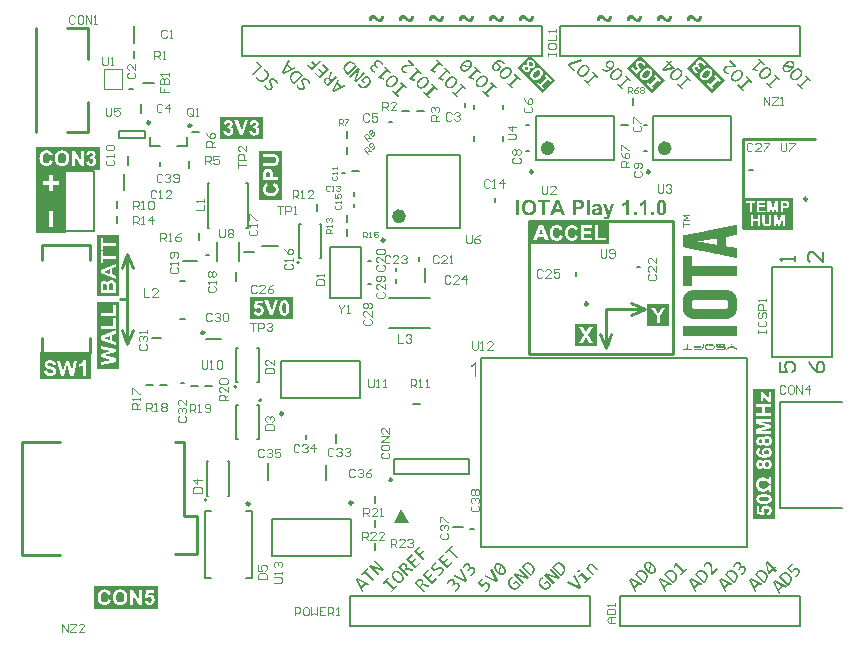
<source format=gto>
G04 Layer_Color=14474460*
%FSLAX25Y25*%
%MOIN*%
G70*
G01*
G75*
%ADD10C,0.00591*%
%ADD57C,0.00787*%
%ADD81C,0.00984*%
%ADD82C,0.00394*%
%ADD83C,0.02362*%
%ADD84C,0.01000*%
%ADD85C,0.00800*%
G36*
X154162Y20304D02*
X153606Y19748D01*
X149567Y21771D01*
X150035Y22238D01*
X152733Y20844D01*
X153517Y20431D01*
X153108Y21219D01*
X151718Y23921D01*
X152158Y24361D01*
X154162Y20304D01*
D02*
G37*
G36*
X154617Y26149D02*
X154621Y26145D01*
X154633Y26149D01*
X154652Y26145D01*
X154675Y26137D01*
X154706Y26129D01*
X154745Y26122D01*
X154830Y26099D01*
X154934Y26064D01*
X155058Y26018D01*
X155185Y25960D01*
X155324Y25882D01*
X155328Y25879D01*
X155339Y25875D01*
X155363Y25859D01*
X155386Y25844D01*
X155424Y25821D01*
X155459Y25794D01*
X155509Y25759D01*
X155559Y25724D01*
X155617Y25682D01*
X155675Y25639D01*
X155737Y25585D01*
X155807Y25531D01*
X155946Y25408D01*
X156096Y25265D01*
X156100Y25261D01*
X156112Y25249D01*
X156131Y25230D01*
X156154Y25207D01*
X156181Y25172D01*
X156216Y25137D01*
X156254Y25091D01*
X156297Y25049D01*
X156386Y24937D01*
X156482Y24817D01*
X156571Y24689D01*
X156660Y24554D01*
X156664Y24551D01*
X156667Y24539D01*
X156679Y24520D01*
X156694Y24496D01*
X156714Y24462D01*
X156729Y24423D01*
X156776Y24330D01*
X156822Y24230D01*
X156868Y24106D01*
X156907Y23983D01*
X156938Y23852D01*
X156942Y23848D01*
X156938Y23836D01*
X156942Y23817D01*
X156949Y23794D01*
X156953Y23728D01*
X156957Y23639D01*
Y23539D01*
X156949Y23423D01*
X156934Y23307D01*
X156903Y23184D01*
X156899Y23180D01*
Y23172D01*
X156895Y23153D01*
X156880Y23130D01*
X156872Y23099D01*
X156857Y23068D01*
X156818Y22991D01*
X156768Y22894D01*
X156702Y22798D01*
X156621Y22686D01*
X156525Y22581D01*
X156521Y22578D01*
X156513Y22570D01*
X156501Y22558D01*
X156482Y22539D01*
X156459Y22524D01*
X156432Y22497D01*
X156366Y22446D01*
X156285Y22388D01*
X156196Y22331D01*
X156100Y22273D01*
X155992Y22226D01*
X155988Y22222D01*
X155980D01*
X155961Y22219D01*
X155938Y22211D01*
X155884Y22195D01*
X155807Y22180D01*
X155714Y22164D01*
X155606Y22157D01*
X155490D01*
X155370Y22168D01*
X155366Y22172D01*
X155355Y22168D01*
X155335Y22172D01*
X155312Y22180D01*
X155281Y22188D01*
X155243Y22195D01*
X155154Y22222D01*
X155050Y22257D01*
X154930Y22300D01*
X154799Y22361D01*
X154664Y22435D01*
X154660Y22439D01*
X154644Y22446D01*
X154625Y22458D01*
X154598Y22477D01*
X154567Y22500D01*
X154525Y22527D01*
X154478Y22558D01*
X154432Y22597D01*
X154374Y22639D01*
X154312Y22686D01*
X154247Y22736D01*
X154185Y22790D01*
X154042Y22917D01*
X153892Y23060D01*
X153888Y23064D01*
X153876Y23076D01*
X153857Y23095D01*
X153834Y23118D01*
X153807Y23153D01*
X153772Y23188D01*
X153733Y23234D01*
X153691Y23276D01*
X153598Y23384D01*
X153509Y23504D01*
X153413Y23632D01*
X153328Y23763D01*
X153324Y23767D01*
X153320Y23778D01*
X153309Y23798D01*
X153289Y23825D01*
X153274Y23855D01*
X153255Y23898D01*
X153212Y23987D01*
X153162Y24091D01*
X153112Y24211D01*
X153073Y24334D01*
X153042Y24465D01*
X153038Y24469D01*
X153042Y24481D01*
X153038Y24500D01*
X153034Y24527D01*
X153031Y24593D01*
X153023Y24678D01*
X153027Y24782D01*
X153031Y24894D01*
X153050Y25014D01*
X153077Y25133D01*
X153081Y25137D01*
X153085Y25149D01*
X153088Y25168D01*
X153096Y25191D01*
X153108Y25218D01*
X153119Y25253D01*
X153162Y25334D01*
X153208Y25427D01*
X153278Y25527D01*
X153359Y25639D01*
X153455Y25743D01*
X153459Y25747D01*
X153467Y25755D01*
X153479Y25767D01*
X153498Y25786D01*
X153521Y25801D01*
X153548Y25828D01*
X153614Y25879D01*
X153695Y25936D01*
X153784Y25994D01*
X153884Y26048D01*
X153992Y26095D01*
X153996Y26099D01*
X154004D01*
X154023Y26103D01*
X154042Y26114D01*
X154100Y26126D01*
X154181Y26145D01*
X154274Y26153D01*
X154378Y26164D01*
X154494D01*
X154617Y26149D01*
D02*
G37*
G36*
X149398Y20898D02*
X148151Y19651D01*
X149004Y18798D01*
X149266Y19060D01*
X149270Y19064D01*
X149278Y19072D01*
X149290Y19084D01*
X149305Y19099D01*
X149351Y19138D01*
X149405Y19192D01*
X149475Y19246D01*
X149556Y19311D01*
X149637Y19377D01*
X149730Y19439D01*
X149733Y19443D01*
X149737Y19446D01*
X149753Y19454D01*
X149772Y19466D01*
X149822Y19493D01*
X149884Y19531D01*
X149961Y19570D01*
X150042Y19605D01*
X150139Y19639D01*
X150235Y19667D01*
X150247Y19670D01*
X150282Y19674D01*
X150332Y19686D01*
X150398Y19690D01*
X150479Y19694D01*
X150564D01*
X150660Y19682D01*
X150757Y19663D01*
X150768Y19659D01*
X150803Y19647D01*
X150853Y19628D01*
X150923Y19597D01*
X151000Y19558D01*
X151089Y19500D01*
X151181Y19431D01*
X151274Y19346D01*
X151278Y19342D01*
X151286Y19334D01*
X151297Y19323D01*
X151313Y19308D01*
X151351Y19261D01*
X151398Y19199D01*
X151448Y19126D01*
X151498Y19037D01*
X151548Y18941D01*
X151583Y18836D01*
X151587Y18833D01*
Y18825D01*
X151594Y18786D01*
X151610Y18732D01*
X151621Y18659D01*
X151633Y18570D01*
X151641Y18470D01*
X151645Y18365D01*
X151637Y18250D01*
X151633Y18238D01*
X151629Y18196D01*
X151618Y18138D01*
X151598Y18064D01*
X151571Y17968D01*
X151540Y17867D01*
X151494Y17759D01*
X151440Y17643D01*
X151436Y17640D01*
X151432Y17628D01*
X151425Y17613D01*
X151413Y17593D01*
X151394Y17566D01*
X151374Y17531D01*
X151324Y17458D01*
X151266Y17369D01*
X151193Y17273D01*
X151108Y17173D01*
X151011Y17068D01*
X151008Y17064D01*
X151000Y17057D01*
X150988Y17045D01*
X150969Y17026D01*
X150923Y16979D01*
X150865Y16929D01*
X150861Y16925D01*
X150853Y16918D01*
X150838Y16902D01*
X150814Y16887D01*
X150760Y16840D01*
X150699Y16786D01*
X150695Y16782D01*
X150687Y16775D01*
X150672Y16759D01*
X150648Y16744D01*
X150594Y16698D01*
X150537Y16647D01*
X150533Y16644D01*
X150525Y16636D01*
X150510Y16628D01*
X150490Y16609D01*
X150444Y16578D01*
X150394Y16535D01*
X150027Y16902D01*
X150031Y16906D01*
X150054Y16921D01*
X150085Y16937D01*
X150123Y16968D01*
X150174Y17003D01*
X150228Y17041D01*
X150289Y17087D01*
X150355Y17138D01*
X150363Y17145D01*
X150382Y17165D01*
X150421Y17196D01*
X150459Y17234D01*
X150513Y17281D01*
X150571Y17338D01*
X150633Y17392D01*
X150695Y17454D01*
X150699Y17458D01*
X150703Y17462D01*
X150726Y17485D01*
X150757Y17524D01*
X150803Y17570D01*
X150845Y17628D01*
X150896Y17694D01*
X150942Y17755D01*
X150984Y17829D01*
X150988Y17840D01*
X151004Y17864D01*
X151019Y17902D01*
X151042Y17948D01*
X151062Y18006D01*
X151085Y18068D01*
X151100Y18138D01*
X151116Y18207D01*
Y18215D01*
Y18238D01*
Y18277D01*
Y18323D01*
Y18377D01*
X151108Y18439D01*
X151093Y18501D01*
X151073Y18566D01*
Y18574D01*
X151062Y18593D01*
X151046Y18632D01*
X151027Y18674D01*
X150992Y18724D01*
X150961Y18779D01*
X150915Y18833D01*
X150865Y18891D01*
X150861Y18894D01*
X150853Y18902D01*
X150838Y18917D01*
X150814Y18933D01*
X150787Y18952D01*
X150757Y18975D01*
X150679Y19022D01*
X150591Y19064D01*
X150486Y19099D01*
X150432Y19107D01*
X150374Y19111D01*
X150313Y19103D01*
X150251Y19095D01*
X150247Y19091D01*
X150239D01*
X150220Y19087D01*
X150193Y19076D01*
X150162Y19068D01*
X150123Y19053D01*
X150085Y19037D01*
X150039Y19014D01*
X149988Y18987D01*
X149930Y18952D01*
X149873Y18917D01*
X149807Y18875D01*
X149745Y18829D01*
X149676Y18775D01*
X149606Y18713D01*
X149537Y18643D01*
X148965Y18072D01*
X147417Y19620D01*
X149046Y21249D01*
X149398Y20898D01*
D02*
G37*
G36*
X164402Y26346D02*
X164456Y26338D01*
X164522Y26326D01*
X164599Y26311D01*
X164688Y26284D01*
X164788Y26253D01*
X164892Y26211D01*
X165004Y26160D01*
X165128Y26099D01*
X165255Y26025D01*
X165387Y25940D01*
X165522Y25836D01*
X165661Y25720D01*
X165800Y25589D01*
X165804Y25585D01*
X165811Y25577D01*
X165823Y25566D01*
X165838Y25550D01*
X165881Y25508D01*
X165931Y25450D01*
X165993Y25381D01*
X166054Y25303D01*
X166186Y25133D01*
X166190Y25130D01*
X166193Y25126D01*
X166201Y25110D01*
X166213Y25091D01*
X166240Y25049D01*
X166279Y24987D01*
X166321Y24913D01*
X166363Y24832D01*
X166448Y24655D01*
X166452Y24643D01*
X166464Y24616D01*
X166479Y24562D01*
X166502Y24500D01*
X166518Y24423D01*
X166541Y24338D01*
X166557Y24245D01*
X166568Y24149D01*
X166572Y24137D01*
X166568Y24103D01*
X166572Y24052D01*
X166568Y23987D01*
X166564Y23906D01*
X166553Y23817D01*
X166537Y23717D01*
X166514Y23616D01*
X166510Y23605D01*
X166498Y23570D01*
X166483Y23516D01*
X166456Y23450D01*
X166421Y23369D01*
X166379Y23272D01*
X166325Y23172D01*
X166267Y23068D01*
X166263Y23064D01*
X166259Y23053D01*
X166248Y23041D01*
X166236Y23022D01*
X166217Y22995D01*
X166197Y22967D01*
X166147Y22894D01*
X166082Y22805D01*
X166000Y22709D01*
X165908Y22609D01*
X165807Y22500D01*
X165159Y21852D01*
X162128Y24882D01*
X162908Y25662D01*
X162912Y25666D01*
X162916Y25670D01*
X162939Y25693D01*
X162981Y25728D01*
X163028Y25774D01*
X163093Y25824D01*
X163171Y25886D01*
X163256Y25948D01*
X163352Y26014D01*
X163456Y26079D01*
X163568Y26145D01*
X163688Y26203D01*
X163808Y26253D01*
X163935Y26296D01*
X164066Y26326D01*
X164198Y26350D01*
X164333Y26353D01*
X164364D01*
X164402Y26346D01*
D02*
G37*
G36*
X135863Y192188D02*
X135489Y191813D01*
X134709Y192593D01*
X132493Y190377D01*
X133620Y190045D01*
X133423Y189555D01*
X131948Y190010D01*
X131589Y190369D01*
X134261Y193041D01*
X133586Y193717D01*
X133960Y194091D01*
X135863Y192188D01*
D02*
G37*
G36*
X143956Y20335D02*
X143401Y19779D01*
X139362Y21802D01*
X139829Y22269D01*
X142528Y20875D01*
X143312Y20462D01*
X142903Y21249D01*
X141513Y23952D01*
X141953Y24392D01*
X143956Y20335D01*
D02*
G37*
G36*
X144211Y26126D02*
X144281Y26118D01*
X144354Y26099D01*
X144431Y26076D01*
X144443Y26072D01*
X144466Y26064D01*
X144505Y26041D01*
X144559Y26018D01*
X144617Y25983D01*
X144675Y25940D01*
X144744Y25886D01*
X144810Y25828D01*
X144814Y25824D01*
X144821Y25817D01*
X144833Y25805D01*
X144848Y25782D01*
X144871Y25759D01*
X144895Y25728D01*
X144945Y25662D01*
X144995Y25574D01*
X145045Y25477D01*
X145088Y25373D01*
X145111Y25257D01*
Y25242D01*
X145115Y25207D01*
X145119Y25141D01*
X145115Y25060D01*
X145103Y24964D01*
X145088Y24856D01*
X145061Y24736D01*
X145022Y24612D01*
X145026Y24616D01*
X145045Y24628D01*
X145072Y24647D01*
X145111Y24670D01*
X145161Y24697D01*
X145215Y24720D01*
X145335Y24770D01*
X145343D01*
X145366Y24778D01*
X145401Y24790D01*
X145443Y24801D01*
X145493Y24813D01*
X145551Y24825D01*
X145682Y24832D01*
X145713D01*
X145748Y24828D01*
X145794D01*
X145848Y24821D01*
X145910Y24813D01*
X145972Y24798D01*
X146037Y24778D01*
X146045D01*
X146064Y24767D01*
X146103Y24751D01*
X146146Y24732D01*
X146192Y24701D01*
X146250Y24666D01*
X146300Y24624D01*
X146358Y24574D01*
X146362Y24570D01*
X146366Y24566D01*
X146377Y24554D01*
X146393Y24539D01*
X146427Y24496D01*
X146470Y24439D01*
X146520Y24373D01*
X146566Y24296D01*
X146609Y24207D01*
X146648Y24114D01*
X146651Y24103D01*
X146663Y24068D01*
X146675Y24018D01*
X146690Y23948D01*
X146702Y23867D01*
X146713Y23778D01*
X146717Y23674D01*
X146709Y23566D01*
X146705Y23554D01*
X146702Y23512D01*
X146690Y23454D01*
X146671Y23381D01*
X146648Y23288D01*
X146613Y23184D01*
X146566Y23068D01*
X146509Y22948D01*
X146505Y22944D01*
X146501Y22933D01*
X146493Y22917D01*
X146478Y22894D01*
X146458Y22867D01*
X146439Y22832D01*
X146412Y22790D01*
X146381Y22751D01*
X146312Y22651D01*
X146227Y22543D01*
X146126Y22427D01*
X146010Y22303D01*
X146007Y22300D01*
X146003Y22296D01*
X145980Y22273D01*
X145945Y22238D01*
X145898Y22199D01*
X145848Y22149D01*
X145790Y22099D01*
X145671Y21995D01*
X145663Y21987D01*
X145644Y21975D01*
X145617Y21948D01*
X145578Y21917D01*
X145532Y21879D01*
X145482Y21836D01*
X145377Y21755D01*
X145014Y22118D01*
X145022Y22126D01*
X145041Y22138D01*
X145076Y22164D01*
X145123Y22195D01*
X145173Y22230D01*
X145234Y22276D01*
X145292Y22327D01*
X145358Y22377D01*
X145366Y22385D01*
X145385Y22404D01*
X145424Y22435D01*
X145462Y22473D01*
X145516Y22520D01*
X145574Y22578D01*
X145636Y22632D01*
X145698Y22693D01*
X145702Y22697D01*
X145709Y22705D01*
X145721Y22717D01*
X145736Y22732D01*
X145775Y22778D01*
X145829Y22832D01*
X145887Y22898D01*
X145945Y22971D01*
X145999Y23049D01*
X146049Y23122D01*
X146053Y23133D01*
X146068Y23157D01*
X146088Y23199D01*
X146111Y23246D01*
X146138Y23303D01*
X146161Y23365D01*
X146184Y23435D01*
X146196Y23500D01*
Y23508D01*
Y23531D01*
X146200Y23566D01*
Y23612D01*
X146196Y23663D01*
X146188Y23717D01*
X146177Y23774D01*
X146157Y23832D01*
Y23840D01*
X146146Y23859D01*
X146130Y23890D01*
X146111Y23933D01*
X146084Y23975D01*
X146049Y24025D01*
X146007Y24076D01*
X145960Y24130D01*
X145956Y24134D01*
X145937Y24153D01*
X145910Y24172D01*
X145875Y24199D01*
X145837Y24222D01*
X145790Y24253D01*
X145736Y24276D01*
X145682Y24292D01*
X145675D01*
X145655Y24296D01*
X145628Y24299D01*
X145590Y24307D01*
X145489D01*
X145431Y24303D01*
X145370Y24288D01*
X145362D01*
X145339Y24280D01*
X145308Y24272D01*
X145265Y24253D01*
X145215Y24234D01*
X145157Y24207D01*
X145096Y24176D01*
X145034Y24137D01*
X145026Y24130D01*
X145007Y24118D01*
X144968Y24095D01*
X144926Y24068D01*
X144875Y24025D01*
X144817Y23983D01*
X144756Y23929D01*
X144694Y23867D01*
X144350Y23524D01*
X144018Y23855D01*
X144366Y24203D01*
X144374Y24211D01*
X144389Y24226D01*
X144412Y24257D01*
X144447Y24292D01*
X144482Y24334D01*
X144516Y24384D01*
X144582Y24489D01*
X144586Y24493D01*
X144594Y24516D01*
X144605Y24543D01*
X144621Y24581D01*
X144651Y24674D01*
X144671Y24778D01*
Y24786D01*
Y24801D01*
Y24832D01*
Y24871D01*
X144667Y24913D01*
X144655Y24964D01*
X144628Y25068D01*
Y25076D01*
X144617Y25095D01*
X144605Y25122D01*
X144586Y25157D01*
X144559Y25199D01*
X144532Y25242D01*
X144497Y25292D01*
X144451Y25338D01*
X144447Y25342D01*
X144439Y25350D01*
X144428Y25361D01*
X144408Y25373D01*
X144362Y25411D01*
X144296Y25454D01*
X144223Y25496D01*
X144138Y25527D01*
X144042Y25547D01*
X143945Y25543D01*
X143933Y25539D01*
X143899Y25535D01*
X143848Y25516D01*
X143779Y25493D01*
X143698Y25450D01*
X143601Y25392D01*
X143501Y25315D01*
X143397Y25218D01*
X143389Y25211D01*
X143370Y25191D01*
X143339Y25161D01*
X143304Y25118D01*
X143262Y25068D01*
X143211Y25010D01*
X143165Y24948D01*
X143115Y24875D01*
X143107Y24867D01*
X143092Y24844D01*
X143065Y24801D01*
X143034Y24747D01*
X142995Y24686D01*
X142949Y24608D01*
X142906Y24527D01*
X142856Y24439D01*
X142505Y24790D01*
X142509Y24794D01*
X142516Y24809D01*
X142524Y24832D01*
X142540Y24856D01*
X142555Y24886D01*
X142578Y24925D01*
X142624Y25002D01*
X142628Y25006D01*
X142636Y25021D01*
X142652Y25045D01*
X142663Y25072D01*
X142686Y25102D01*
X142710Y25141D01*
X142763Y25218D01*
X142767Y25222D01*
X142775Y25238D01*
X142794Y25257D01*
X142810Y25280D01*
X142833Y25311D01*
X142860Y25346D01*
X142918Y25419D01*
X142922Y25423D01*
X142929Y25438D01*
X142945Y25454D01*
X142964Y25481D01*
X143015Y25539D01*
X143076Y25601D01*
X143080Y25605D01*
X143088Y25612D01*
X143099Y25624D01*
X143119Y25643D01*
X143138Y25662D01*
X143165Y25682D01*
X143227Y25736D01*
X143300Y25801D01*
X143381Y25859D01*
X143466Y25921D01*
X143555Y25971D01*
X143559Y25975D01*
X143567D01*
X143594Y25994D01*
X143640Y26018D01*
X143702Y26041D01*
X143767Y26068D01*
X143845Y26091D01*
X143926Y26110D01*
X144011Y26126D01*
X144018D01*
X144045Y26129D01*
X144146D01*
X144211Y26126D01*
D02*
G37*
G36*
X138991Y20906D02*
X139061Y20898D01*
X139134Y20879D01*
X139212Y20856D01*
X139223Y20852D01*
X139246Y20844D01*
X139285Y20821D01*
X139339Y20798D01*
X139397Y20763D01*
X139455Y20720D01*
X139524Y20666D01*
X139590Y20609D01*
X139594Y20605D01*
X139602Y20597D01*
X139613Y20585D01*
X139629Y20562D01*
X139652Y20539D01*
X139675Y20508D01*
X139725Y20443D01*
X139775Y20354D01*
X139825Y20257D01*
X139868Y20153D01*
X139891Y20037D01*
Y20022D01*
X139895Y19987D01*
X139899Y19921D01*
X139895Y19840D01*
X139883Y19744D01*
X139868Y19636D01*
X139841Y19516D01*
X139802Y19392D01*
X139806Y19396D01*
X139825Y19408D01*
X139852Y19427D01*
X139891Y19450D01*
X139941Y19477D01*
X139995Y19500D01*
X140115Y19551D01*
X140123D01*
X140146Y19558D01*
X140181Y19570D01*
X140223Y19582D01*
X140273Y19593D01*
X140331Y19605D01*
X140463Y19613D01*
X140493D01*
X140528Y19609D01*
X140575D01*
X140629Y19601D01*
X140690Y19593D01*
X140752Y19578D01*
X140818Y19558D01*
X140825D01*
X140845Y19547D01*
X140883Y19531D01*
X140926Y19512D01*
X140972Y19481D01*
X141030Y19446D01*
X141080Y19404D01*
X141138Y19354D01*
X141142Y19350D01*
X141146Y19346D01*
X141157Y19334D01*
X141173Y19319D01*
X141208Y19277D01*
X141250Y19219D01*
X141300Y19153D01*
X141347Y19076D01*
X141389Y18987D01*
X141428Y18894D01*
X141431Y18883D01*
X141443Y18848D01*
X141455Y18798D01*
X141470Y18728D01*
X141482Y18647D01*
X141493Y18559D01*
X141497Y18454D01*
X141490Y18346D01*
X141486Y18335D01*
X141482Y18292D01*
X141470Y18234D01*
X141451Y18161D01*
X141428Y18068D01*
X141393Y17964D01*
X141347Y17848D01*
X141289Y17728D01*
X141285Y17725D01*
X141281Y17713D01*
X141273Y17697D01*
X141258Y17674D01*
X141238Y17647D01*
X141219Y17613D01*
X141192Y17570D01*
X141161Y17531D01*
X141092Y17431D01*
X141007Y17323D01*
X140907Y17207D01*
X140791Y17084D01*
X140787Y17080D01*
X140783Y17076D01*
X140760Y17053D01*
X140725Y17018D01*
X140679Y16979D01*
X140629Y16929D01*
X140571Y16879D01*
X140451Y16775D01*
X140443Y16767D01*
X140424Y16756D01*
X140397Y16728D01*
X140358Y16698D01*
X140312Y16659D01*
X140262Y16616D01*
X140157Y16535D01*
X139795Y16898D01*
X139802Y16906D01*
X139822Y16918D01*
X139856Y16945D01*
X139903Y16976D01*
X139953Y17010D01*
X140015Y17057D01*
X140073Y17107D01*
X140138Y17157D01*
X140146Y17165D01*
X140165Y17184D01*
X140204Y17215D01*
X140242Y17254D01*
X140296Y17300D01*
X140354Y17358D01*
X140416Y17412D01*
X140478Y17474D01*
X140482Y17478D01*
X140489Y17485D01*
X140501Y17497D01*
X140516Y17512D01*
X140555Y17559D01*
X140609Y17613D01*
X140667Y17678D01*
X140725Y17752D01*
X140779Y17829D01*
X140829Y17902D01*
X140833Y17914D01*
X140849Y17937D01*
X140868Y17979D01*
X140891Y18026D01*
X140918Y18084D01*
X140941Y18145D01*
X140964Y18215D01*
X140976Y18281D01*
Y18288D01*
Y18311D01*
X140980Y18346D01*
Y18393D01*
X140976Y18443D01*
X140968Y18497D01*
X140957Y18555D01*
X140937Y18612D01*
Y18620D01*
X140926Y18640D01*
X140910Y18670D01*
X140891Y18713D01*
X140864Y18755D01*
X140829Y18806D01*
X140787Y18856D01*
X140741Y18910D01*
X140737Y18914D01*
X140717Y18933D01*
X140690Y18952D01*
X140656Y18979D01*
X140617Y19003D01*
X140571Y19033D01*
X140516Y19057D01*
X140463Y19072D01*
X140455D01*
X140436Y19076D01*
X140408Y19080D01*
X140370Y19087D01*
X140269D01*
X140211Y19084D01*
X140150Y19068D01*
X140142D01*
X140119Y19060D01*
X140088Y19053D01*
X140045Y19033D01*
X139995Y19014D01*
X139937Y18987D01*
X139876Y18956D01*
X139814Y18917D01*
X139806Y18910D01*
X139787Y18898D01*
X139748Y18875D01*
X139706Y18848D01*
X139656Y18806D01*
X139598Y18763D01*
X139536Y18709D01*
X139474Y18647D01*
X139130Y18304D01*
X138798Y18636D01*
X139146Y18983D01*
X139154Y18991D01*
X139169Y19006D01*
X139192Y19037D01*
X139227Y19072D01*
X139262Y19114D01*
X139296Y19165D01*
X139362Y19269D01*
X139366Y19273D01*
X139374Y19296D01*
X139385Y19323D01*
X139401Y19362D01*
X139432Y19454D01*
X139451Y19558D01*
Y19566D01*
Y19582D01*
Y19613D01*
Y19651D01*
X139447Y19694D01*
X139436Y19744D01*
X139409Y19848D01*
Y19856D01*
X139397Y19875D01*
X139385Y19902D01*
X139366Y19937D01*
X139339Y19979D01*
X139312Y20022D01*
X139277Y20072D01*
X139231Y20118D01*
X139227Y20122D01*
X139219Y20130D01*
X139208Y20141D01*
X139188Y20153D01*
X139142Y20192D01*
X139076Y20234D01*
X139003Y20277D01*
X138918Y20307D01*
X138822Y20327D01*
X138725Y20323D01*
X138714Y20319D01*
X138679Y20315D01*
X138629Y20296D01*
X138559Y20273D01*
X138478Y20230D01*
X138382Y20172D01*
X138281Y20095D01*
X138177Y19999D01*
X138169Y19991D01*
X138150Y19972D01*
X138119Y19941D01*
X138084Y19898D01*
X138042Y19848D01*
X137992Y19790D01*
X137945Y19728D01*
X137895Y19655D01*
X137887Y19647D01*
X137872Y19624D01*
X137845Y19582D01*
X137814Y19527D01*
X137775Y19466D01*
X137729Y19389D01*
X137687Y19308D01*
X137636Y19219D01*
X137285Y19570D01*
X137289Y19574D01*
X137297Y19589D01*
X137304Y19613D01*
X137320Y19636D01*
X137335Y19667D01*
X137358Y19705D01*
X137405Y19782D01*
X137409Y19786D01*
X137416Y19802D01*
X137432Y19825D01*
X137443Y19852D01*
X137467Y19883D01*
X137490Y19921D01*
X137544Y19999D01*
X137548Y20002D01*
X137555Y20018D01*
X137575Y20037D01*
X137590Y20060D01*
X137613Y20091D01*
X137640Y20126D01*
X137698Y20199D01*
X137702Y20203D01*
X137710Y20219D01*
X137725Y20234D01*
X137744Y20261D01*
X137795Y20319D01*
X137856Y20381D01*
X137860Y20385D01*
X137868Y20392D01*
X137880Y20404D01*
X137899Y20423D01*
X137918Y20443D01*
X137945Y20462D01*
X138007Y20516D01*
X138080Y20582D01*
X138161Y20640D01*
X138246Y20701D01*
X138335Y20751D01*
X138339Y20755D01*
X138347D01*
X138374Y20775D01*
X138420Y20798D01*
X138482Y20821D01*
X138548Y20848D01*
X138625Y20871D01*
X138706Y20890D01*
X138791Y20906D01*
X138798D01*
X138826Y20910D01*
X138926D01*
X138991Y20906D01*
D02*
G37*
G36*
X138473Y189578D02*
X138099Y189203D01*
X137319Y189983D01*
X135103Y187767D01*
X136230Y187435D01*
X136033Y186945D01*
X134558Y187400D01*
X134199Y187759D01*
X136871Y190431D01*
X136195Y191107D01*
X136570Y191481D01*
X138473Y189578D01*
D02*
G37*
G36*
X139245Y188350D02*
X139350Y188339D01*
X139458Y188323D01*
X139577Y188296D01*
X139697Y188254D01*
X139701Y188250D01*
X139713Y188246D01*
X139728Y188238D01*
X139751Y188231D01*
X139778Y188219D01*
X139809Y188204D01*
X139883Y188161D01*
X139967Y188107D01*
X140064Y188041D01*
X140160Y187968D01*
X140253Y187883D01*
X140257Y187879D01*
X140265Y187871D01*
X140280Y187856D01*
X140303Y187833D01*
X140323Y187806D01*
X140354Y187775D01*
X140415Y187698D01*
X140477Y187605D01*
X140547Y187505D01*
X140608Y187389D01*
X140658Y187269D01*
X140662Y187265D01*
Y187258D01*
X140666Y187238D01*
X140674Y187215D01*
X140693Y187150D01*
X140709Y187065D01*
X140720Y186968D01*
X140728Y186852D01*
X140724Y186732D01*
X140712Y186605D01*
X140709Y186601D01*
X140712Y186590D01*
X140705Y186574D01*
X140701Y186547D01*
X140693Y186516D01*
X140682Y186481D01*
X140655Y186393D01*
X140616Y186285D01*
X140570Y186169D01*
X140508Y186045D01*
X140435Y185910D01*
X140431Y185906D01*
X140427Y185895D01*
X140415Y185875D01*
X140396Y185848D01*
X140373Y185818D01*
X140350Y185779D01*
X140315Y185736D01*
X140280Y185686D01*
X140245Y185636D01*
X140199Y185582D01*
X140099Y185458D01*
X139987Y185331D01*
X139859Y185196D01*
X139855Y185192D01*
X139840Y185177D01*
X139821Y185157D01*
X139790Y185126D01*
X139751Y185096D01*
X139713Y185057D01*
X139662Y185014D01*
X139608Y184968D01*
X139489Y184872D01*
X139354Y184767D01*
X139215Y184675D01*
X139068Y184590D01*
X139064Y184586D01*
X139052Y184582D01*
X139029Y184574D01*
X138998Y184559D01*
X138968Y184543D01*
X138925Y184524D01*
X138825Y184485D01*
X138713Y184443D01*
X138585Y184408D01*
X138454Y184377D01*
X138319Y184358D01*
X138303D01*
X138261Y184354D01*
X138099D01*
X137998Y184362D01*
X137886Y184381D01*
X137767Y184408D01*
X137651Y184447D01*
X137647Y184451D01*
X137636Y184455D01*
X137620Y184462D01*
X137597Y184470D01*
X137570Y184482D01*
X137539Y184497D01*
X137462Y184536D01*
X137377Y184590D01*
X137280Y184655D01*
X137184Y184729D01*
X137091Y184814D01*
X137087Y184818D01*
X137080Y184825D01*
X137064Y184841D01*
X137041Y184864D01*
X137022Y184891D01*
X136991Y184922D01*
X136929Y184999D01*
X136863Y185096D01*
X136798Y185200D01*
X136740Y185312D01*
X136690Y185431D01*
X136686Y185435D01*
X136682Y185447D01*
Y185462D01*
X136674Y185485D01*
X136659Y185555D01*
X136639Y185636D01*
X136632Y185736D01*
X136624Y185852D01*
X136628Y185972D01*
X136639Y186099D01*
X136643Y186103D01*
X136639Y186115D01*
X136643Y186134D01*
X136651Y186157D01*
X136659Y186188D01*
X136666Y186227D01*
X136693Y186316D01*
X136728Y186420D01*
X136771Y186539D01*
X136832Y186663D01*
X136906Y186798D01*
X136910Y186802D01*
X136914Y186814D01*
X136925Y186833D01*
X136944Y186860D01*
X136968Y186891D01*
X136991Y186929D01*
X137018Y186972D01*
X137053Y187022D01*
X137095Y187072D01*
X137137Y187130D01*
X137234Y187250D01*
X137346Y187377D01*
X137473Y187512D01*
X137477Y187516D01*
X137493Y187532D01*
X137512Y187551D01*
X137543Y187582D01*
X137581Y187613D01*
X137624Y187655D01*
X137674Y187698D01*
X137728Y187744D01*
X137848Y187841D01*
X137987Y187941D01*
X138130Y188038D01*
X138276Y188122D01*
X138280Y188126D01*
X138292Y188130D01*
X138315Y188138D01*
X138346Y188153D01*
X138377Y188169D01*
X138419Y188188D01*
X138516Y188223D01*
X138632Y188261D01*
X138759Y188304D01*
X138894Y188331D01*
X139029Y188350D01*
X139033Y188354D01*
X139045Y188350D01*
X139087Y188354D01*
X139157D01*
X139245Y188350D01*
D02*
G37*
G36*
X164634Y21327D02*
X164074Y20767D01*
X161340Y21809D01*
X160487Y22176D01*
X162016Y20647D01*
X162985Y19678D01*
X162572Y19265D01*
X159541Y22296D01*
X160093Y22848D01*
X162692Y21856D01*
X163676Y21458D01*
X162055Y23079D01*
X161190Y23944D01*
X161603Y24357D01*
X164634Y21327D01*
D02*
G37*
G36*
X181253Y23875D02*
X181288Y23871D01*
X181346Y23859D01*
X181404Y23840D01*
X181408Y23836D01*
X181419Y23832D01*
X181435Y23825D01*
X181458Y23817D01*
X181504Y23786D01*
X181554Y23743D01*
X181558Y23740D01*
X181566Y23732D01*
X181577Y23720D01*
X181589Y23701D01*
X181624Y23651D01*
X181651Y23593D01*
X181655Y23589D01*
Y23581D01*
X181670Y23543D01*
X181682Y23485D01*
X181689Y23423D01*
Y23408D01*
X181685Y23373D01*
X181674Y23315D01*
X181651Y23253D01*
X181647Y23249D01*
X181643Y23238D01*
X181635Y23222D01*
X181624Y23203D01*
X181593Y23157D01*
X181550Y23107D01*
X181547Y23103D01*
X181539Y23095D01*
X181527Y23083D01*
X181508Y23072D01*
X181458Y23037D01*
X181400Y23002D01*
X181396Y22998D01*
X181388D01*
X181350Y22983D01*
X181296Y22975D01*
X181234Y22967D01*
X181230Y22971D01*
X181218Y22967D01*
X181180Y22975D01*
X181126Y22983D01*
X181064Y23006D01*
X181060Y23010D01*
X181049Y23014D01*
X181033Y23022D01*
X181014Y23033D01*
X180967Y23064D01*
X180917Y23107D01*
X180913Y23110D01*
X180906Y23118D01*
X180894Y23130D01*
X180883Y23149D01*
X180848Y23199D01*
X180817Y23253D01*
X180813Y23257D01*
X180809Y23269D01*
X180798Y23303D01*
X180790Y23358D01*
X180782Y23419D01*
Y23427D01*
Y23435D01*
Y23473D01*
X180794Y23531D01*
X180813Y23589D01*
X180817Y23593D01*
X180821Y23605D01*
X180828Y23620D01*
X180836Y23643D01*
X180871Y23693D01*
X180913Y23743D01*
X180917Y23747D01*
X180925Y23755D01*
X180937Y23767D01*
X180956Y23778D01*
X181006Y23813D01*
X181064Y23840D01*
X181068Y23844D01*
X181079Y23848D01*
X181095Y23855D01*
X181114Y23859D01*
X181172Y23871D01*
X181238Y23875D01*
X181242Y23879D01*
X181253Y23875D01*
D02*
G37*
G36*
X185427Y25964D02*
X185434D01*
X185446Y25960D01*
X185465Y25956D01*
X185496D01*
X185531Y25944D01*
X185573Y25933D01*
X185627Y25917D01*
X185678Y25898D01*
X185739Y25875D01*
X185805Y25840D01*
X185871Y25805D01*
X185944Y25763D01*
X186017Y25713D01*
X186095Y25651D01*
X186172Y25581D01*
X186253Y25508D01*
X187770Y23991D01*
X187365Y23585D01*
X185878Y25072D01*
X185874Y25076D01*
X185867Y25083D01*
X185851Y25099D01*
X185832Y25118D01*
X185805Y25137D01*
X185782Y25161D01*
X185712Y25214D01*
X185631Y25265D01*
X185550Y25315D01*
X185458Y25354D01*
X185369Y25373D01*
X185284D01*
X185230Y25365D01*
X185164Y25346D01*
X185087Y25315D01*
X185010Y25269D01*
X184936Y25203D01*
X184932Y25199D01*
X184925Y25191D01*
X184909Y25176D01*
X184894Y25153D01*
X184851Y25102D01*
X184813Y25033D01*
X184809Y25029D01*
X184805Y25018D01*
X184797Y24994D01*
X184790Y24971D01*
X184763Y24898D01*
X184743Y24809D01*
Y24801D01*
Y24786D01*
X184736Y24755D01*
X184732Y24720D01*
X184728Y24678D01*
X184724Y24620D01*
X184720Y24562D01*
X184724Y24496D01*
Y24489D01*
Y24465D01*
Y24427D01*
X184728Y24377D01*
X184732Y24311D01*
X184739Y24242D01*
X184747Y24157D01*
X184759Y24068D01*
X186303Y22524D01*
X185898Y22118D01*
X183570Y24446D01*
X183929Y24805D01*
X184323Y24442D01*
Y24450D01*
Y24481D01*
X184319Y24523D01*
Y24577D01*
X184315Y24635D01*
Y24705D01*
X184319Y24840D01*
Y24848D01*
Y24871D01*
X184326Y24902D01*
X184330Y24944D01*
X184342Y24994D01*
X184350Y25049D01*
X184377Y25153D01*
Y25161D01*
X184384Y25176D01*
X184396Y25203D01*
X184407Y25238D01*
X184427Y25280D01*
X184446Y25323D01*
X184496Y25411D01*
X184500Y25415D01*
X184508Y25431D01*
X184523Y25454D01*
X184546Y25485D01*
X184570Y25516D01*
X184600Y25554D01*
X184670Y25631D01*
X184674Y25635D01*
X184685Y25647D01*
X184705Y25666D01*
X184732Y25686D01*
X184766Y25713D01*
X184805Y25743D01*
X184902Y25809D01*
X185010Y25871D01*
X185141Y25925D01*
X185207Y25944D01*
X185280Y25956D01*
X185353Y25967D01*
X185427Y25964D01*
D02*
G37*
G36*
X184153Y21045D02*
X184844Y21736D01*
X185180Y21400D01*
X183315Y19535D01*
X182979Y19871D01*
X183743Y20636D01*
X182083Y22296D01*
X181396Y21609D01*
X181064Y21940D01*
X182160Y23037D01*
X184153Y21045D01*
D02*
G37*
G36*
X149482Y188646D02*
X149586Y188634D01*
X149694Y188618D01*
X149814Y188591D01*
X149933Y188549D01*
X149937Y188545D01*
X149949Y188541D01*
X149964Y188533D01*
X149987Y188526D01*
X150014Y188514D01*
X150045Y188499D01*
X150119Y188456D01*
X150204Y188402D01*
X150300Y188337D01*
X150397Y188263D01*
X150489Y188178D01*
X150493Y188174D01*
X150501Y188167D01*
X150516Y188151D01*
X150540Y188128D01*
X150559Y188101D01*
X150590Y188070D01*
X150652Y187993D01*
X150713Y187900D01*
X150783Y187800D01*
X150845Y187684D01*
X150895Y187564D01*
X150899Y187561D01*
Y187553D01*
X150902Y187533D01*
X150910Y187510D01*
X150929Y187445D01*
X150945Y187360D01*
X150956Y187263D01*
X150964Y187147D01*
X150960Y187028D01*
X150949Y186900D01*
X150945Y186897D01*
X150949Y186885D01*
X150941Y186870D01*
X150937Y186843D01*
X150929Y186812D01*
X150918Y186777D01*
X150891Y186688D01*
X150852Y186580D01*
X150806Y186464D01*
X150744Y186341D01*
X150671Y186205D01*
X150667Y186202D01*
X150663Y186190D01*
X150652Y186171D01*
X150632Y186144D01*
X150609Y186113D01*
X150586Y186074D01*
X150551Y186032D01*
X150516Y185982D01*
X150482Y185931D01*
X150435Y185877D01*
X150335Y185754D01*
X150223Y185626D01*
X150095Y185491D01*
X150092Y185487D01*
X150076Y185472D01*
X150057Y185453D01*
X150026Y185422D01*
X149987Y185391D01*
X149949Y185352D01*
X149899Y185310D01*
X149845Y185263D01*
X149725Y185167D01*
X149590Y185063D01*
X149451Y184970D01*
X149304Y184885D01*
X149300Y184881D01*
X149289Y184877D01*
X149265Y184870D01*
X149234Y184854D01*
X149204Y184839D01*
X149161Y184819D01*
X149061Y184781D01*
X148949Y184738D01*
X148821Y184704D01*
X148690Y184673D01*
X148555Y184653D01*
X148540D01*
X148497Y184650D01*
X148335D01*
X148235Y184657D01*
X148123Y184677D01*
X148003Y184704D01*
X147887Y184742D01*
X147883Y184746D01*
X147872Y184750D01*
X147856Y184758D01*
X147833Y184765D01*
X147806Y184777D01*
X147775Y184792D01*
X147698Y184831D01*
X147613Y184885D01*
X147517Y184951D01*
X147420Y185024D01*
X147327Y185109D01*
X147324Y185113D01*
X147316Y185121D01*
X147300Y185136D01*
X147277Y185159D01*
X147258Y185186D01*
X147227Y185217D01*
X147165Y185294D01*
X147099Y185391D01*
X147034Y185495D01*
X146976Y185607D01*
X146926Y185727D01*
X146922Y185731D01*
X146918Y185742D01*
Y185758D01*
X146910Y185781D01*
X146895Y185850D01*
X146876Y185931D01*
X146868Y186032D01*
X146860Y186147D01*
X146864Y186267D01*
X146876Y186395D01*
X146879Y186398D01*
X146876Y186410D01*
X146879Y186429D01*
X146887Y186452D01*
X146895Y186483D01*
X146903Y186522D01*
X146930Y186611D01*
X146964Y186715D01*
X147007Y186835D01*
X147069Y186958D01*
X147142Y187093D01*
X147146Y187097D01*
X147150Y187109D01*
X147161Y187128D01*
X147181Y187155D01*
X147204Y187186D01*
X147227Y187225D01*
X147254Y187267D01*
X147289Y187317D01*
X147331Y187367D01*
X147374Y187425D01*
X147470Y187545D01*
X147582Y187672D01*
X147710Y187808D01*
X147713Y187812D01*
X147729Y187827D01*
X147748Y187846D01*
X147779Y187877D01*
X147818Y187908D01*
X147860Y187951D01*
X147910Y187993D01*
X147964Y188039D01*
X148084Y188136D01*
X148223Y188236D01*
X148366Y188333D01*
X148513Y188418D01*
X148516Y188421D01*
X148528Y188425D01*
X148551Y188433D01*
X148582Y188449D01*
X148613Y188464D01*
X148655Y188483D01*
X148752Y188518D01*
X148868Y188557D01*
X148995Y188599D01*
X149130Y188626D01*
X149265Y188646D01*
X149269Y188649D01*
X149281Y188646D01*
X149323Y188649D01*
X149393D01*
X149482Y188646D01*
D02*
G37*
G36*
X181879Y18099D02*
X181323Y17543D01*
X177284Y19566D01*
X177751Y20033D01*
X180450Y18640D01*
X181234Y18226D01*
X180825Y19014D01*
X179435Y21717D01*
X179875Y22157D01*
X181879Y18099D01*
D02*
G37*
G36*
X153937Y184646D02*
X153586Y184294D01*
X152887Y184993D01*
X150555Y182661D01*
X151254Y181962D01*
X150906Y181615D01*
X149092Y183430D01*
X149439Y183777D01*
X150138Y183078D01*
X152470Y185410D01*
X151771Y186109D01*
X152122Y186460D01*
X153937Y184646D01*
D02*
G37*
G36*
X159507Y21226D02*
X159495Y21222D01*
X159460Y21211D01*
X159414Y21195D01*
X159348Y21168D01*
X159271Y21137D01*
X159190Y21103D01*
X159101Y21060D01*
X159016Y21014D01*
X159005Y21010D01*
X158978Y20991D01*
X158935Y20964D01*
X158873Y20925D01*
X158808Y20875D01*
X158735Y20817D01*
X158661Y20751D01*
X158580Y20678D01*
X158576Y20674D01*
X158569Y20666D01*
X158557Y20655D01*
X158541Y20640D01*
X158522Y20612D01*
X158499Y20589D01*
X158449Y20524D01*
X158395Y20446D01*
X158337Y20358D01*
X158283Y20265D01*
X158240Y20161D01*
X158236Y20157D01*
Y20149D01*
X158225Y20114D01*
X158209Y20060D01*
X158190Y19987D01*
X158175Y19902D01*
X158167Y19809D01*
X158159Y19709D01*
X158167Y19601D01*
X158171Y19589D01*
X158175Y19555D01*
X158186Y19497D01*
X158198Y19423D01*
X158221Y19338D01*
X158256Y19242D01*
X158291Y19138D01*
X158344Y19029D01*
X158348Y19026D01*
X158352Y19014D01*
X158360Y18999D01*
X158372Y18979D01*
X158387Y18956D01*
X158410Y18925D01*
X158457Y18856D01*
X158514Y18767D01*
X158592Y18674D01*
X158673Y18578D01*
X158769Y18474D01*
X158773Y18470D01*
X158781Y18462D01*
X158796Y18447D01*
X158816Y18427D01*
X158839Y18404D01*
X158873Y18377D01*
X158943Y18315D01*
X159024Y18242D01*
X159121Y18169D01*
X159217Y18095D01*
X159321Y18030D01*
X159325Y18026D01*
X159333D01*
X159348Y18018D01*
X159368Y18006D01*
X159422Y17976D01*
X159491Y17945D01*
X159576Y17906D01*
X159669Y17875D01*
X159765Y17848D01*
X159866Y17825D01*
X159877Y17821D01*
X159912Y17825D01*
X159962Y17821D01*
X160036Y17825D01*
X160117Y17829D01*
X160205Y17840D01*
X160302Y17867D01*
X160402Y17898D01*
X160406Y17902D01*
X160414D01*
X160429Y17910D01*
X160449Y17921D01*
X160503Y17945D01*
X160564Y17983D01*
X160646Y18033D01*
X160734Y18091D01*
X160827Y18169D01*
X160924Y18257D01*
X160927Y18261D01*
X160931Y18265D01*
X160954Y18288D01*
X160985Y18319D01*
X161016Y18358D01*
X161020Y18362D01*
X161024Y18365D01*
X161043Y18393D01*
X161070Y18427D01*
X161105Y18470D01*
X161109Y18474D01*
X161113Y18477D01*
X161132Y18504D01*
X161155Y18543D01*
X161182Y18586D01*
X161186Y18589D01*
Y18597D01*
X161205Y18624D01*
X161225Y18659D01*
X161244Y18701D01*
X160275Y19670D01*
X159657Y19053D01*
X159318Y19392D01*
X160344Y20419D01*
X161897Y18867D01*
X161893Y18864D01*
X161889Y18844D01*
X161877Y18817D01*
X161862Y18779D01*
X161842Y18736D01*
X161819Y18690D01*
X161769Y18586D01*
X161765Y18582D01*
X161754Y18562D01*
X161742Y18535D01*
X161723Y18501D01*
X161700Y18454D01*
X161672Y18412D01*
X161611Y18311D01*
X161607Y18307D01*
X161595Y18288D01*
X161580Y18265D01*
X161557Y18234D01*
X161526Y18196D01*
X161495Y18157D01*
X161425Y18064D01*
X161422Y18060D01*
X161410Y18041D01*
X161391Y18022D01*
X161367Y17991D01*
X161337Y17952D01*
X161302Y17918D01*
X161229Y17837D01*
X161225Y17833D01*
X161213Y17821D01*
X161198Y17806D01*
X161178Y17786D01*
X161144Y17759D01*
X161113Y17728D01*
X161074Y17697D01*
X161032Y17663D01*
X160931Y17586D01*
X160819Y17512D01*
X160700Y17439D01*
X160572Y17373D01*
X160568Y17369D01*
X160557Y17366D01*
X160538Y17362D01*
X160510Y17350D01*
X160483Y17338D01*
X160441Y17327D01*
X160352Y17300D01*
X160248Y17273D01*
X160128Y17254D01*
X159997Y17238D01*
X159862Y17234D01*
X159858Y17238D01*
X159846Y17234D01*
X159827Y17238D01*
X159800Y17242D01*
X159765Y17246D01*
X159727Y17254D01*
X159634Y17269D01*
X159518Y17292D01*
X159395Y17331D01*
X159259Y17381D01*
X159117Y17447D01*
X159113Y17450D01*
X159101Y17454D01*
X159082Y17466D01*
X159051Y17481D01*
X159016Y17501D01*
X158974Y17528D01*
X158931Y17555D01*
X158881Y17589D01*
X158827Y17628D01*
X158769Y17671D01*
X158642Y17767D01*
X158503Y17883D01*
X158364Y18014D01*
X158360Y18018D01*
X158348Y18030D01*
X158329Y18049D01*
X158302Y18076D01*
X158271Y18114D01*
X158233Y18153D01*
X158194Y18199D01*
X158151Y18250D01*
X158063Y18369D01*
X157966Y18497D01*
X157877Y18640D01*
X157800Y18786D01*
X157796Y18790D01*
X157792Y18802D01*
X157785Y18825D01*
X157769Y18856D01*
X157754Y18894D01*
X157738Y18933D01*
X157704Y19037D01*
X157661Y19157D01*
X157630Y19288D01*
X157603Y19431D01*
X157588Y19578D01*
Y19586D01*
Y19593D01*
Y19616D01*
Y19647D01*
Y19724D01*
X157596Y19825D01*
X157611Y19941D01*
X157638Y20068D01*
X157677Y20207D01*
X157727Y20350D01*
X157731Y20354D01*
X157735Y20365D01*
X157742Y20389D01*
X157758Y20412D01*
X157773Y20450D01*
X157792Y20485D01*
X157819Y20527D01*
X157846Y20578D01*
X157912Y20682D01*
X157993Y20802D01*
X158094Y20925D01*
X158205Y21045D01*
X158209Y21049D01*
X158213Y21053D01*
X158225Y21064D01*
X158240Y21080D01*
X158279Y21118D01*
X158333Y21165D01*
X158395Y21219D01*
X158468Y21276D01*
X158630Y21392D01*
X158634Y21396D01*
X158638Y21400D01*
X158669Y21416D01*
X158715Y21446D01*
X158773Y21481D01*
X158843Y21520D01*
X158920Y21558D01*
X159005Y21597D01*
X159097Y21636D01*
X159507Y21226D01*
D02*
G37*
G36*
X174638Y26346D02*
X174692Y26338D01*
X174758Y26326D01*
X174835Y26311D01*
X174924Y26284D01*
X175024Y26253D01*
X175129Y26211D01*
X175241Y26160D01*
X175364Y26099D01*
X175492Y26025D01*
X175623Y25940D01*
X175758Y25836D01*
X175897Y25720D01*
X176036Y25589D01*
X176040Y25585D01*
X176048Y25577D01*
X176059Y25566D01*
X176075Y25550D01*
X176117Y25508D01*
X176167Y25450D01*
X176229Y25381D01*
X176291Y25303D01*
X176422Y25133D01*
X176426Y25130D01*
X176430Y25126D01*
X176437Y25110D01*
X176449Y25091D01*
X176476Y25049D01*
X176515Y24987D01*
X176557Y24913D01*
X176600Y24832D01*
X176685Y24655D01*
X176688Y24643D01*
X176700Y24616D01*
X176716Y24562D01*
X176739Y24500D01*
X176754Y24423D01*
X176777Y24338D01*
X176793Y24245D01*
X176804Y24149D01*
X176808Y24137D01*
X176804Y24103D01*
X176808Y24052D01*
X176804Y23987D01*
X176800Y23906D01*
X176789Y23817D01*
X176773Y23717D01*
X176750Y23616D01*
X176746Y23605D01*
X176735Y23570D01*
X176719Y23516D01*
X176692Y23450D01*
X176657Y23369D01*
X176615Y23272D01*
X176561Y23172D01*
X176503Y23068D01*
X176499Y23064D01*
X176495Y23053D01*
X176484Y23041D01*
X176472Y23022D01*
X176453Y22995D01*
X176434Y22967D01*
X176383Y22894D01*
X176318Y22805D01*
X176237Y22709D01*
X176144Y22609D01*
X176044Y22500D01*
X175395Y21852D01*
X172364Y24882D01*
X173144Y25662D01*
X173148Y25666D01*
X173152Y25670D01*
X173175Y25693D01*
X173218Y25728D01*
X173264Y25774D01*
X173329Y25824D01*
X173407Y25886D01*
X173492Y25948D01*
X173588Y26014D01*
X173693Y26079D01*
X173804Y26145D01*
X173924Y26203D01*
X174044Y26253D01*
X174171Y26296D01*
X174302Y26326D01*
X174434Y26350D01*
X174569Y26353D01*
X174600D01*
X174638Y26346D01*
D02*
G37*
G36*
X169743Y21226D02*
X169731Y21222D01*
X169696Y21211D01*
X169650Y21195D01*
X169585Y21168D01*
X169507Y21137D01*
X169426Y21103D01*
X169337Y21060D01*
X169253Y21014D01*
X169241Y21010D01*
X169214Y20991D01*
X169172Y20964D01*
X169110Y20925D01*
X169044Y20875D01*
X168971Y20817D01*
X168897Y20751D01*
X168816Y20678D01*
X168812Y20674D01*
X168805Y20666D01*
X168793Y20655D01*
X168778Y20640D01*
X168758Y20612D01*
X168735Y20589D01*
X168685Y20524D01*
X168631Y20446D01*
X168573Y20358D01*
X168519Y20265D01*
X168476Y20161D01*
X168473Y20157D01*
Y20149D01*
X168461Y20114D01*
X168446Y20060D01*
X168426Y19987D01*
X168411Y19902D01*
X168403Y19809D01*
X168395Y19709D01*
X168403Y19601D01*
X168407Y19589D01*
X168411Y19555D01*
X168422Y19497D01*
X168434Y19423D01*
X168457Y19338D01*
X168492Y19242D01*
X168527Y19138D01*
X168581Y19029D01*
X168585Y19026D01*
X168588Y19014D01*
X168596Y18999D01*
X168608Y18979D01*
X168623Y18956D01*
X168646Y18925D01*
X168693Y18856D01*
X168751Y18767D01*
X168828Y18674D01*
X168909Y18578D01*
X169005Y18474D01*
X169009Y18470D01*
X169017Y18462D01*
X169033Y18447D01*
X169052Y18427D01*
X169075Y18404D01*
X169110Y18377D01*
X169179Y18315D01*
X169260Y18242D01*
X169357Y18169D01*
X169453Y18095D01*
X169557Y18030D01*
X169561Y18026D01*
X169569D01*
X169585Y18018D01*
X169604Y18006D01*
X169658Y17976D01*
X169727Y17945D01*
X169812Y17906D01*
X169905Y17875D01*
X170001Y17848D01*
X170102Y17825D01*
X170114Y17821D01*
X170148Y17825D01*
X170198Y17821D01*
X170272Y17825D01*
X170353Y17829D01*
X170442Y17840D01*
X170538Y17867D01*
X170639Y17898D01*
X170642Y17902D01*
X170650D01*
X170666Y17910D01*
X170685Y17921D01*
X170739Y17945D01*
X170801Y17983D01*
X170882Y18033D01*
X170971Y18091D01*
X171063Y18169D01*
X171160Y18257D01*
X171164Y18261D01*
X171168Y18265D01*
X171191Y18288D01*
X171221Y18319D01*
X171252Y18358D01*
X171256Y18362D01*
X171260Y18365D01*
X171279Y18393D01*
X171307Y18427D01*
X171341Y18470D01*
X171345Y18474D01*
X171349Y18477D01*
X171368Y18504D01*
X171391Y18543D01*
X171418Y18586D01*
X171422Y18589D01*
Y18597D01*
X171442Y18624D01*
X171461Y18659D01*
X171480Y18701D01*
X170511Y19670D01*
X169893Y19053D01*
X169554Y19392D01*
X170581Y20419D01*
X172133Y18867D01*
X172129Y18864D01*
X172125Y18844D01*
X172113Y18817D01*
X172098Y18779D01*
X172079Y18736D01*
X172055Y18690D01*
X172005Y18586D01*
X172001Y18582D01*
X171990Y18562D01*
X171978Y18535D01*
X171959Y18501D01*
X171936Y18454D01*
X171909Y18412D01*
X171847Y18311D01*
X171843Y18307D01*
X171832Y18288D01*
X171816Y18265D01*
X171793Y18234D01*
X171762Y18196D01*
X171731Y18157D01*
X171662Y18064D01*
X171658Y18060D01*
X171646Y18041D01*
X171627Y18022D01*
X171604Y17991D01*
X171573Y17952D01*
X171538Y17918D01*
X171465Y17837D01*
X171461Y17833D01*
X171449Y17821D01*
X171434Y17806D01*
X171415Y17786D01*
X171380Y17759D01*
X171349Y17728D01*
X171310Y17697D01*
X171268Y17663D01*
X171168Y17586D01*
X171055Y17512D01*
X170936Y17439D01*
X170808Y17373D01*
X170805Y17369D01*
X170793Y17366D01*
X170774Y17362D01*
X170747Y17350D01*
X170720Y17338D01*
X170677Y17327D01*
X170588Y17300D01*
X170484Y17273D01*
X170364Y17254D01*
X170233Y17238D01*
X170098Y17234D01*
X170094Y17238D01*
X170083Y17234D01*
X170063Y17238D01*
X170036Y17242D01*
X170001Y17246D01*
X169963Y17254D01*
X169870Y17269D01*
X169754Y17292D01*
X169631Y17331D01*
X169496Y17381D01*
X169353Y17447D01*
X169349Y17450D01*
X169337Y17454D01*
X169318Y17466D01*
X169287Y17481D01*
X169253Y17501D01*
X169210Y17528D01*
X169168Y17555D01*
X169117Y17589D01*
X169063Y17628D01*
X169005Y17671D01*
X168878Y17767D01*
X168739Y17883D01*
X168600Y18014D01*
X168596Y18018D01*
X168585Y18030D01*
X168565Y18049D01*
X168538Y18076D01*
X168507Y18114D01*
X168469Y18153D01*
X168430Y18199D01*
X168388Y18250D01*
X168299Y18369D01*
X168202Y18497D01*
X168114Y18640D01*
X168036Y18786D01*
X168033Y18790D01*
X168029Y18802D01*
X168021Y18825D01*
X168006Y18856D01*
X167990Y18894D01*
X167975Y18933D01*
X167940Y19037D01*
X167897Y19157D01*
X167867Y19288D01*
X167840Y19431D01*
X167824Y19578D01*
Y19586D01*
Y19593D01*
Y19616D01*
Y19647D01*
Y19724D01*
X167832Y19825D01*
X167847Y19941D01*
X167874Y20068D01*
X167913Y20207D01*
X167963Y20350D01*
X167967Y20354D01*
X167971Y20365D01*
X167979Y20389D01*
X167994Y20412D01*
X168009Y20450D01*
X168029Y20485D01*
X168056Y20527D01*
X168083Y20578D01*
X168148Y20682D01*
X168229Y20802D01*
X168330Y20925D01*
X168442Y21045D01*
X168446Y21049D01*
X168449Y21053D01*
X168461Y21064D01*
X168476Y21080D01*
X168515Y21118D01*
X168569Y21165D01*
X168631Y21219D01*
X168704Y21276D01*
X168867Y21392D01*
X168870Y21396D01*
X168874Y21400D01*
X168905Y21416D01*
X168951Y21446D01*
X169009Y21481D01*
X169079Y21520D01*
X169156Y21558D01*
X169241Y21597D01*
X169334Y21636D01*
X169743Y21226D01*
D02*
G37*
G36*
X174870Y21327D02*
X174310Y20767D01*
X171577Y21809D01*
X170723Y22176D01*
X172252Y20647D01*
X173221Y19678D01*
X172808Y19265D01*
X169778Y22296D01*
X170330Y22848D01*
X172928Y21856D01*
X173913Y21458D01*
X172291Y23079D01*
X171426Y23944D01*
X171839Y24357D01*
X174870Y21327D01*
D02*
G37*
G36*
X128504Y20910D02*
X128574Y20894D01*
X128651Y20879D01*
X128728Y20848D01*
X128740Y20844D01*
X128763Y20829D01*
X128802Y20813D01*
X128856Y20782D01*
X128910Y20744D01*
X128975Y20701D01*
X129041Y20643D01*
X129111Y20582D01*
X129118Y20574D01*
X129134Y20558D01*
X129157Y20527D01*
X129195Y20489D01*
X129226Y20443D01*
X129265Y20389D01*
X129304Y20335D01*
X129338Y20269D01*
X129342Y20265D01*
X129354Y20238D01*
X129365Y20203D01*
X129385Y20161D01*
X129400Y20107D01*
X129416Y20045D01*
X129435Y19979D01*
X129443Y19910D01*
Y19902D01*
Y19879D01*
X129446Y19844D01*
Y19798D01*
Y19736D01*
X129439Y19674D01*
X129427Y19601D01*
X129416Y19527D01*
Y19520D01*
X129408Y19497D01*
X129396Y19454D01*
X129377Y19404D01*
X129354Y19350D01*
X129327Y19284D01*
X129292Y19211D01*
X129250Y19138D01*
X129253Y19141D01*
X129280Y19153D01*
X129315Y19165D01*
X129358Y19176D01*
X129416Y19188D01*
X129477Y19203D01*
X129547D01*
X129620Y19199D01*
X129628D01*
X129655Y19196D01*
X129697Y19192D01*
X129755Y19180D01*
X129825Y19165D01*
X129902Y19149D01*
X129995Y19126D01*
X130095Y19095D01*
X131570Y18578D01*
X131103Y18111D01*
X129686Y18624D01*
X129678D01*
X129659Y18636D01*
X129628Y18643D01*
X129589Y18659D01*
X129493Y18686D01*
X129396Y18705D01*
X129389D01*
X129377Y18709D01*
X129350Y18713D01*
X129242D01*
X129165Y18705D01*
X129157D01*
X129145Y18701D01*
X129126Y18698D01*
X129103Y18690D01*
X129041Y18667D01*
X128968Y18632D01*
X128964Y18628D01*
X128952Y18624D01*
X128933Y18612D01*
X128910Y18597D01*
X128883Y18570D01*
X128852Y18547D01*
X128786Y18489D01*
X128593Y18296D01*
X129941Y16949D01*
X129528Y16535D01*
X126497Y19566D01*
X127308Y20377D01*
X127312Y20381D01*
X127319Y20389D01*
X127335Y20404D01*
X127350Y20419D01*
X127373Y20443D01*
X127404Y20466D01*
X127470Y20524D01*
X127547Y20585D01*
X127636Y20651D01*
X127728Y20713D01*
X127821Y20767D01*
X127825Y20771D01*
X127833D01*
X127864Y20786D01*
X127910Y20809D01*
X127975Y20836D01*
X128049Y20863D01*
X128126Y20887D01*
X128211Y20910D01*
X128296Y20917D01*
X128435D01*
X128504Y20910D01*
D02*
G37*
G36*
X129797Y188252D02*
X129901Y188240D01*
X130009Y188225D01*
X130129Y188198D01*
X130248Y188155D01*
X130252Y188151D01*
X130264Y188147D01*
X130279Y188140D01*
X130302Y188132D01*
X130329Y188120D01*
X130360Y188105D01*
X130434Y188063D01*
X130519Y188008D01*
X130615Y187943D01*
X130712Y187870D01*
X130804Y187785D01*
X130808Y187781D01*
X130816Y187773D01*
X130831Y187758D01*
X130854Y187734D01*
X130874Y187707D01*
X130905Y187677D01*
X130966Y187599D01*
X131028Y187507D01*
X131098Y187406D01*
X131159Y187290D01*
X131210Y187171D01*
X131213Y187167D01*
Y187159D01*
X131217Y187140D01*
X131225Y187117D01*
X131244Y187051D01*
X131260Y186966D01*
X131271Y186870D01*
X131279Y186754D01*
X131275Y186634D01*
X131264Y186507D01*
X131260Y186503D01*
X131264Y186491D01*
X131256Y186476D01*
X131252Y186449D01*
X131244Y186418D01*
X131233Y186383D01*
X131206Y186294D01*
X131167Y186186D01*
X131121Y186070D01*
X131059Y185947D01*
X130986Y185812D01*
X130982Y185808D01*
X130978Y185796D01*
X130966Y185777D01*
X130947Y185750D01*
X130924Y185719D01*
X130901Y185680D01*
X130866Y185638D01*
X130831Y185588D01*
X130797Y185538D01*
X130750Y185484D01*
X130650Y185360D01*
X130538Y185233D01*
X130411Y185098D01*
X130407Y185094D01*
X130391Y185078D01*
X130372Y185059D01*
X130341Y185028D01*
X130302Y184997D01*
X130264Y184959D01*
X130214Y184916D01*
X130159Y184870D01*
X130040Y184773D01*
X129905Y184669D01*
X129766Y184576D01*
X129619Y184491D01*
X129615Y184487D01*
X129604Y184484D01*
X129580Y184476D01*
X129550Y184460D01*
X129519Y184445D01*
X129476Y184426D01*
X129376Y184387D01*
X129264Y184345D01*
X129136Y184310D01*
X129005Y184279D01*
X128870Y184260D01*
X128855D01*
X128812Y184256D01*
X128650D01*
X128550Y184264D01*
X128438Y184283D01*
X128318Y184310D01*
X128202Y184348D01*
X128198Y184352D01*
X128187Y184356D01*
X128171Y184364D01*
X128148Y184372D01*
X128121Y184383D01*
X128090Y184399D01*
X128013Y184437D01*
X127928Y184491D01*
X127831Y184557D01*
X127735Y184630D01*
X127642Y184715D01*
X127638Y184719D01*
X127631Y184727D01*
X127615Y184742D01*
X127592Y184766D01*
X127573Y184792D01*
X127542Y184823D01*
X127480Y184901D01*
X127415Y184997D01*
X127349Y185101D01*
X127291Y185213D01*
X127241Y185333D01*
X127237Y185337D01*
X127233Y185348D01*
Y185364D01*
X127225Y185387D01*
X127210Y185457D01*
X127191Y185538D01*
X127183Y185638D01*
X127175Y185754D01*
X127179Y185873D01*
X127191Y186001D01*
X127194Y186005D01*
X127191Y186016D01*
X127194Y186036D01*
X127202Y186059D01*
X127210Y186090D01*
X127218Y186128D01*
X127245Y186217D01*
X127279Y186321D01*
X127322Y186441D01*
X127384Y186565D01*
X127457Y186700D01*
X127461Y186704D01*
X127465Y186715D01*
X127476Y186734D01*
X127496Y186761D01*
X127519Y186792D01*
X127542Y186831D01*
X127569Y186873D01*
X127604Y186924D01*
X127646Y186974D01*
X127689Y187032D01*
X127785Y187151D01*
X127897Y187279D01*
X128024Y187414D01*
X128028Y187418D01*
X128044Y187433D01*
X128063Y187453D01*
X128094Y187484D01*
X128133Y187514D01*
X128175Y187557D01*
X128225Y187599D01*
X128279Y187646D01*
X128399Y187742D01*
X128538Y187843D01*
X128681Y187939D01*
X128828Y188024D01*
X128831Y188028D01*
X128843Y188032D01*
X128866Y188039D01*
X128897Y188055D01*
X128928Y188070D01*
X128970Y188090D01*
X129067Y188124D01*
X129183Y188163D01*
X129310Y188205D01*
X129445Y188233D01*
X129580Y188252D01*
X129584Y188256D01*
X129596Y188252D01*
X129638Y188256D01*
X129708D01*
X129797Y188252D01*
D02*
G37*
G36*
X87188Y190236D02*
X87269Y190232D01*
X87358Y190220D01*
X87458Y190205D01*
X87559Y190182D01*
X87570Y190178D01*
X87605Y190166D01*
X87659Y190151D01*
X87725Y190124D01*
X87806Y190089D01*
X87902Y190047D01*
X88003Y189992D01*
X88107Y189935D01*
X88111Y189931D01*
X88122Y189927D01*
X88134Y189915D01*
X88153Y189904D01*
X88180Y189884D01*
X88207Y189865D01*
X88281Y189815D01*
X88370Y189749D01*
X88466Y189668D01*
X88566Y189576D01*
X88674Y189475D01*
X89323Y188827D01*
X86292Y185796D01*
X85513Y186576D01*
X85509Y186580D01*
X85505Y186583D01*
X85482Y186607D01*
X85447Y186649D01*
X85400Y186695D01*
X85350Y186761D01*
X85289Y186838D01*
X85227Y186923D01*
X85161Y187020D01*
X85096Y187124D01*
X85030Y187236D01*
X84972Y187355D01*
X84922Y187475D01*
X84879Y187603D01*
X84848Y187734D01*
X84825Y187865D01*
X84821Y188000D01*
Y188008D01*
Y188031D01*
X84829Y188070D01*
X84837Y188124D01*
X84848Y188189D01*
X84864Y188267D01*
X84891Y188356D01*
X84922Y188456D01*
X84964Y188560D01*
X85014Y188672D01*
X85076Y188796D01*
X85150Y188923D01*
X85234Y189054D01*
X85339Y189189D01*
X85455Y189328D01*
X85586Y189467D01*
X85590Y189471D01*
X85597Y189479D01*
X85609Y189491D01*
X85624Y189506D01*
X85667Y189549D01*
X85725Y189599D01*
X85794Y189660D01*
X85871Y189722D01*
X86041Y189854D01*
X86045Y189857D01*
X86049Y189861D01*
X86065Y189869D01*
X86084Y189881D01*
X86126Y189908D01*
X86188Y189946D01*
X86261Y189989D01*
X86343Y190031D01*
X86520Y190116D01*
X86532Y190120D01*
X86559Y190131D01*
X86613Y190147D01*
X86675Y190170D01*
X86752Y190185D01*
X86837Y190209D01*
X86929Y190224D01*
X87026Y190236D01*
X87037Y190240D01*
X87072Y190236D01*
X87122Y190240D01*
X87188Y190236D01*
D02*
G37*
G36*
X84829Y193321D02*
X84377Y192452D01*
X85644Y191185D01*
X86516Y191633D01*
X86945Y191205D01*
X82906Y189182D01*
X82343Y189745D01*
X84377Y193772D01*
X84829Y193321D01*
D02*
G37*
G36*
X90037Y187773D02*
X90049Y187769D01*
X90084Y187765D01*
X90138Y187749D01*
X90207Y187726D01*
X90288Y187699D01*
X90377Y187657D01*
X90478Y187610D01*
X90582Y187552D01*
X90586Y187549D01*
X90597Y187545D01*
X90609Y187533D01*
X90628Y187522D01*
X90651Y187506D01*
X90682Y187483D01*
X90748Y187433D01*
X90833Y187371D01*
X90921Y187298D01*
X91018Y187209D01*
X91118Y187116D01*
X91122Y187112D01*
X91138Y187097D01*
X91161Y187074D01*
X91192Y187043D01*
X91227Y187000D01*
X91265Y186962D01*
X91346Y186865D01*
X91350Y186861D01*
X91365Y186846D01*
X91385Y186819D01*
X91412Y186784D01*
X91447Y186749D01*
X91481Y186707D01*
X91555Y186610D01*
X91558Y186607D01*
X91570Y186587D01*
X91589Y186568D01*
X91616Y186533D01*
X91643Y186498D01*
X91674Y186460D01*
X91736Y186375D01*
X91740Y186371D01*
X91748Y186356D01*
X91763Y186332D01*
X91782Y186305D01*
X91821Y186236D01*
X91867Y186159D01*
X91470Y185761D01*
X91466Y185765D01*
Y185773D01*
X91450Y185803D01*
X91427Y185850D01*
X91392Y185916D01*
X91354Y185985D01*
X91304Y186074D01*
X91246Y186163D01*
X91184Y186255D01*
X91180Y186259D01*
X91172Y186267D01*
X91165Y186282D01*
X91149Y186298D01*
X91134Y186321D01*
X91111Y186352D01*
X91057Y186414D01*
X90991Y186495D01*
X90914Y186587D01*
X90825Y186684D01*
X90725Y186784D01*
X90721Y186788D01*
X90717Y186792D01*
X90705Y186803D01*
X90690Y186819D01*
X90655Y186854D01*
X90605Y186896D01*
X90547Y186946D01*
X90489Y186996D01*
X90423Y187047D01*
X90358Y187089D01*
X90350Y187097D01*
X90327Y187105D01*
X90296Y187128D01*
X90254Y187147D01*
X90203Y187174D01*
X90145Y187193D01*
X90091Y187217D01*
X90034Y187228D01*
X90026D01*
X90006Y187232D01*
X89979Y187236D01*
X89941D01*
X89898Y187232D01*
X89852D01*
X89802Y187220D01*
X89752Y187209D01*
X89744D01*
X89728Y187201D01*
X89701Y187189D01*
X89671Y187174D01*
X89632Y187151D01*
X89593Y187120D01*
X89551Y187093D01*
X89508Y187050D01*
X89504Y187047D01*
X89489Y187031D01*
X89470Y187004D01*
X89443Y186969D01*
X89420Y186931D01*
X89400Y186881D01*
X89381Y186830D01*
X89369Y186773D01*
Y186765D01*
X89366Y186746D01*
Y186715D01*
Y186668D01*
Y186622D01*
X89369Y186564D01*
X89385Y186502D01*
X89396Y186437D01*
Y186429D01*
X89404Y186406D01*
X89412Y186367D01*
X89427Y186321D01*
X89447Y186263D01*
X89466Y186197D01*
X89497Y186128D01*
X89524Y186055D01*
X89528Y186043D01*
X89535Y186020D01*
X89555Y185977D01*
X89578Y185931D01*
X89605Y185865D01*
X89632Y185800D01*
X89698Y185649D01*
X89701Y185637D01*
X89709Y185614D01*
X89728Y185572D01*
X89752Y185518D01*
X89775Y185456D01*
X89802Y185383D01*
X89856Y185228D01*
X89860Y185217D01*
X89868Y185194D01*
X89879Y185151D01*
X89891Y185093D01*
X89906Y185031D01*
X89918Y184958D01*
X89941Y184804D01*
Y184796D01*
X89945Y184769D01*
X89941Y184726D01*
Y184672D01*
X89937Y184614D01*
X89929Y184545D01*
X89918Y184471D01*
X89898Y184398D01*
X89894Y184387D01*
X89887Y184363D01*
X89868Y184329D01*
X89840Y184279D01*
X89810Y184217D01*
X89767Y184159D01*
X89717Y184093D01*
X89655Y184024D01*
X89647Y184016D01*
X89628Y183997D01*
X89593Y183970D01*
X89551Y183935D01*
X89497Y183896D01*
X89435Y183858D01*
X89366Y183819D01*
X89288Y183780D01*
X89277Y183777D01*
X89250Y183765D01*
X89207Y183753D01*
X89145Y183738D01*
X89076Y183722D01*
X88999Y183715D01*
X88910Y183711D01*
X88817D01*
X88806Y183715D01*
X88771Y183719D01*
X88721Y183722D01*
X88655Y183742D01*
X88574Y183761D01*
X88481Y183792D01*
X88381Y183831D01*
X88273Y183877D01*
X88269Y183881D01*
X88257Y183885D01*
X88242Y183892D01*
X88223Y183904D01*
X88200Y183919D01*
X88165Y183939D01*
X88130Y183958D01*
X88088Y183985D01*
X88003Y184047D01*
X87902Y184124D01*
X87798Y184213D01*
X87686Y184317D01*
X87682Y184321D01*
X87674Y184329D01*
X87659Y184344D01*
X87640Y184363D01*
X87613Y184390D01*
X87590Y184421D01*
X87532Y184487D01*
X87528Y184491D01*
X87516Y184502D01*
X87501Y184526D01*
X87478Y184549D01*
X87454Y184580D01*
X87427Y184614D01*
X87373Y184692D01*
X87370Y184695D01*
X87362Y184711D01*
X87343Y184730D01*
X87323Y184757D01*
X87300Y184788D01*
X87277Y184827D01*
X87223Y184904D01*
X87219Y184908D01*
X87211Y184923D01*
X87192Y184942D01*
X87173Y184970D01*
X87130Y185035D01*
X87084Y185105D01*
X87454Y185475D01*
X87458Y185471D01*
Y185464D01*
X87478Y185437D01*
X87501Y185390D01*
X87539Y185336D01*
X87578Y185267D01*
X87628Y185194D01*
X87682Y185116D01*
X87736Y185039D01*
X87744Y185031D01*
X87763Y185004D01*
X87794Y184966D01*
X87829Y184915D01*
X87879Y184858D01*
X87933Y184796D01*
X88057Y184665D01*
X88061Y184661D01*
X88072Y184649D01*
X88091Y184630D01*
X88115Y184607D01*
X88149Y184580D01*
X88184Y184553D01*
X88269Y184483D01*
X88370Y184414D01*
X88478Y184344D01*
X88590Y184294D01*
X88644Y184279D01*
X88698Y184263D01*
X88709Y184259D01*
X88748D01*
X88798Y184255D01*
X88864Y184267D01*
X88941Y184282D01*
X89022Y184309D01*
X89103Y184352D01*
X89142Y184383D01*
X89180Y184414D01*
X89184Y184417D01*
X89200Y184433D01*
X89219Y184460D01*
X89246Y184495D01*
X89269Y184533D01*
X89296Y184583D01*
X89315Y184634D01*
X89327Y184692D01*
Y184699D01*
X89331Y184719D01*
Y184749D01*
Y184796D01*
Y184842D01*
X89327Y184900D01*
X89315Y184966D01*
X89304Y185031D01*
Y185039D01*
X89296Y185062D01*
X89284Y185097D01*
X89273Y185147D01*
X89254Y185205D01*
X89230Y185267D01*
X89203Y185340D01*
X89176Y185414D01*
X89173Y185425D01*
X89161Y185444D01*
X89142Y185487D01*
X89122Y185537D01*
X89091Y185599D01*
X89068Y185668D01*
X89003Y185819D01*
X88999Y185830D01*
X88987Y185857D01*
X88972Y185896D01*
X88949Y185950D01*
X88925Y186012D01*
X88898Y186085D01*
X88844Y186240D01*
X88841Y186251D01*
X88833Y186275D01*
X88821Y186317D01*
X88810Y186375D01*
X88794Y186437D01*
X88783Y186510D01*
X88763Y186668D01*
Y186676D01*
X88759Y186703D01*
X88763Y186746D01*
Y186800D01*
X88767Y186857D01*
X88775Y186927D01*
X88790Y187004D01*
X88810Y187078D01*
X88814Y187089D01*
X88821Y187112D01*
X88837Y187151D01*
X88864Y187201D01*
X88898Y187259D01*
X88937Y187321D01*
X88991Y187390D01*
X89053Y187460D01*
X89057Y187464D01*
X89061Y187468D01*
X89072Y187479D01*
X89088Y187495D01*
X89134Y187533D01*
X89192Y187576D01*
X89265Y187626D01*
X89342Y187672D01*
X89427Y187718D01*
X89520Y187749D01*
X89532Y187753D01*
X89562Y187761D01*
X89613Y187773D01*
X89678Y187776D01*
X89759Y187788D01*
X89937D01*
X90037Y187773D01*
D02*
G37*
G36*
X129024Y189479D02*
X128650Y189105D01*
X127870Y189885D01*
X125654Y187669D01*
X126781Y187337D01*
X126584Y186846D01*
X125110Y187302D01*
X124750Y187661D01*
X127422Y190333D01*
X126747Y191008D01*
X127121Y191383D01*
X129024Y189479D01*
D02*
G37*
G36*
X124566Y39370D02*
X119685D01*
X122126Y44246D01*
X124566Y39370D01*
D02*
G37*
G36*
X187165Y98425D02*
X180118D01*
Y105827D01*
X187165D01*
Y98425D01*
D02*
G37*
G36*
X75695Y191726D02*
X72664Y188695D01*
X72244Y189116D01*
X74923Y191796D01*
X73599Y193120D01*
X73950Y193471D01*
X75695Y191726D01*
D02*
G37*
G36*
X79309Y187773D02*
X79321Y187769D01*
X79355Y187765D01*
X79409Y187749D01*
X79479Y187726D01*
X79560Y187699D01*
X79649Y187657D01*
X79749Y187610D01*
X79853Y187552D01*
X79857Y187549D01*
X79869Y187545D01*
X79880Y187533D01*
X79900Y187522D01*
X79923Y187506D01*
X79954Y187483D01*
X80019Y187433D01*
X80104Y187371D01*
X80193Y187298D01*
X80290Y187209D01*
X80390Y187116D01*
X80394Y187112D01*
X80409Y187097D01*
X80432Y187074D01*
X80463Y187043D01*
X80498Y187000D01*
X80537Y186962D01*
X80618Y186865D01*
X80622Y186861D01*
X80637Y186846D01*
X80656Y186819D01*
X80683Y186784D01*
X80718Y186749D01*
X80753Y186707D01*
X80826Y186610D01*
X80830Y186607D01*
X80842Y186587D01*
X80861Y186568D01*
X80888Y186533D01*
X80915Y186498D01*
X80946Y186460D01*
X81008Y186375D01*
X81012Y186371D01*
X81019Y186356D01*
X81035Y186332D01*
X81054Y186305D01*
X81093Y186236D01*
X81139Y186159D01*
X80741Y185761D01*
X80738Y185765D01*
Y185773D01*
X80722Y185803D01*
X80699Y185850D01*
X80664Y185916D01*
X80625Y185985D01*
X80575Y186074D01*
X80517Y186163D01*
X80456Y186255D01*
X80452Y186259D01*
X80444Y186267D01*
X80436Y186282D01*
X80421Y186298D01*
X80405Y186321D01*
X80382Y186352D01*
X80328Y186414D01*
X80263Y186495D01*
X80185Y186587D01*
X80097Y186684D01*
X79996Y186784D01*
X79992Y186788D01*
X79988Y186792D01*
X79977Y186803D01*
X79962Y186819D01*
X79927Y186854D01*
X79877Y186896D01*
X79819Y186946D01*
X79761Y186996D01*
X79695Y187047D01*
X79629Y187089D01*
X79622Y187097D01*
X79599Y187105D01*
X79568Y187128D01*
X79525Y187147D01*
X79475Y187174D01*
X79417Y187193D01*
X79363Y187217D01*
X79305Y187228D01*
X79297D01*
X79278Y187232D01*
X79251Y187236D01*
X79212D01*
X79170Y187232D01*
X79124D01*
X79074Y187220D01*
X79023Y187209D01*
X79016D01*
X79000Y187201D01*
X78973Y187189D01*
X78942Y187174D01*
X78904Y187151D01*
X78865Y187120D01*
X78822Y187093D01*
X78780Y187050D01*
X78776Y187047D01*
X78761Y187031D01*
X78742Y187004D01*
X78714Y186969D01*
X78691Y186931D01*
X78672Y186881D01*
X78653Y186830D01*
X78641Y186773D01*
Y186765D01*
X78637Y186746D01*
Y186715D01*
Y186668D01*
Y186622D01*
X78641Y186564D01*
X78657Y186502D01*
X78668Y186437D01*
Y186429D01*
X78676Y186406D01*
X78684Y186367D01*
X78699Y186321D01*
X78718Y186263D01*
X78738Y186197D01*
X78768Y186128D01*
X78795Y186055D01*
X78799Y186043D01*
X78807Y186020D01*
X78826Y185977D01*
X78850Y185931D01*
X78877Y185865D01*
X78904Y185800D01*
X78969Y185649D01*
X78973Y185637D01*
X78981Y185614D01*
X79000Y185572D01*
X79023Y185518D01*
X79046Y185456D01*
X79074Y185383D01*
X79128Y185228D01*
X79131Y185217D01*
X79139Y185194D01*
X79151Y185151D01*
X79162Y185093D01*
X79178Y185031D01*
X79189Y184958D01*
X79212Y184804D01*
Y184796D01*
X79216Y184769D01*
X79212Y184726D01*
Y184672D01*
X79209Y184614D01*
X79201Y184545D01*
X79189Y184471D01*
X79170Y184398D01*
X79166Y184387D01*
X79158Y184363D01*
X79139Y184329D01*
X79112Y184279D01*
X79081Y184217D01*
X79039Y184159D01*
X78988Y184093D01*
X78927Y184024D01*
X78919Y184016D01*
X78900Y183997D01*
X78865Y183970D01*
X78822Y183935D01*
X78768Y183896D01*
X78707Y183858D01*
X78637Y183819D01*
X78560Y183780D01*
X78548Y183777D01*
X78521Y183765D01*
X78479Y183753D01*
X78417Y183738D01*
X78348Y183722D01*
X78270Y183715D01*
X78182Y183711D01*
X78089D01*
X78077Y183715D01*
X78043Y183719D01*
X77992Y183722D01*
X77927Y183742D01*
X77846Y183761D01*
X77753Y183792D01*
X77653Y183831D01*
X77545Y183877D01*
X77541Y183881D01*
X77529Y183885D01*
X77514Y183892D01*
X77494Y183904D01*
X77471Y183919D01*
X77437Y183939D01*
X77402Y183958D01*
X77359Y183985D01*
X77274Y184047D01*
X77174Y184124D01*
X77070Y184213D01*
X76958Y184317D01*
X76954Y184321D01*
X76946Y184329D01*
X76931Y184344D01*
X76911Y184363D01*
X76884Y184390D01*
X76861Y184421D01*
X76803Y184487D01*
X76799Y184491D01*
X76788Y184502D01*
X76772Y184526D01*
X76749Y184549D01*
X76726Y184580D01*
X76699Y184614D01*
X76645Y184692D01*
X76641Y184695D01*
X76634Y184711D01*
X76614Y184730D01*
X76595Y184757D01*
X76572Y184788D01*
X76548Y184827D01*
X76494Y184904D01*
X76491Y184908D01*
X76483Y184923D01*
X76464Y184942D01*
X76444Y184970D01*
X76402Y185035D01*
X76355Y185105D01*
X76726Y185475D01*
X76730Y185471D01*
Y185464D01*
X76749Y185437D01*
X76772Y185390D01*
X76811Y185336D01*
X76850Y185267D01*
X76900Y185194D01*
X76954Y185116D01*
X77008Y185039D01*
X77016Y185031D01*
X77035Y185004D01*
X77066Y184966D01*
X77101Y184915D01*
X77151Y184858D01*
X77205Y184796D01*
X77328Y184665D01*
X77332Y184661D01*
X77344Y184649D01*
X77363Y184630D01*
X77386Y184607D01*
X77421Y184580D01*
X77456Y184553D01*
X77541Y184483D01*
X77641Y184414D01*
X77749Y184344D01*
X77861Y184294D01*
X77915Y184279D01*
X77969Y184263D01*
X77981Y184259D01*
X78019D01*
X78070Y184255D01*
X78135Y184267D01*
X78212Y184282D01*
X78294Y184309D01*
X78375Y184352D01*
X78413Y184383D01*
X78452Y184414D01*
X78456Y184417D01*
X78471Y184433D01*
X78491Y184460D01*
X78518Y184495D01*
X78541Y184533D01*
X78568Y184583D01*
X78587Y184634D01*
X78599Y184692D01*
Y184699D01*
X78602Y184719D01*
Y184749D01*
Y184796D01*
Y184842D01*
X78599Y184900D01*
X78587Y184966D01*
X78575Y185031D01*
Y185039D01*
X78568Y185062D01*
X78556Y185097D01*
X78545Y185147D01*
X78525Y185205D01*
X78502Y185267D01*
X78475Y185340D01*
X78448Y185414D01*
X78444Y185425D01*
X78433Y185444D01*
X78413Y185487D01*
X78394Y185537D01*
X78363Y185599D01*
X78340Y185668D01*
X78274Y185819D01*
X78270Y185830D01*
X78259Y185857D01*
X78243Y185896D01*
X78220Y185950D01*
X78197Y186012D01*
X78170Y186085D01*
X78116Y186240D01*
X78112Y186251D01*
X78104Y186275D01*
X78093Y186317D01*
X78081Y186375D01*
X78066Y186437D01*
X78054Y186510D01*
X78035Y186668D01*
Y186676D01*
X78031Y186703D01*
X78035Y186746D01*
Y186800D01*
X78039Y186857D01*
X78047Y186927D01*
X78062Y187004D01*
X78081Y187078D01*
X78085Y187089D01*
X78093Y187112D01*
X78108Y187151D01*
X78135Y187201D01*
X78170Y187259D01*
X78209Y187321D01*
X78263Y187390D01*
X78325Y187460D01*
X78328Y187464D01*
X78332Y187468D01*
X78344Y187479D01*
X78359Y187495D01*
X78406Y187533D01*
X78464Y187576D01*
X78537Y187626D01*
X78614Y187672D01*
X78699Y187718D01*
X78792Y187749D01*
X78803Y187753D01*
X78834Y187761D01*
X78884Y187773D01*
X78950Y187776D01*
X79031Y187788D01*
X79209D01*
X79309Y187773D01*
D02*
G37*
G36*
X76433Y190765D02*
X76452Y190761D01*
X76479Y190749D01*
X76514Y190730D01*
X76560Y190707D01*
X76610Y190680D01*
X76672Y190649D01*
X76734Y190610D01*
X76807Y190568D01*
X76881Y190525D01*
X77035Y190417D01*
X77189Y190294D01*
X77344Y190155D01*
X77352Y190147D01*
X77371Y190128D01*
X77402Y190089D01*
X77440Y190043D01*
X77491Y189985D01*
X77545Y189915D01*
X77602Y189834D01*
X77660Y189745D01*
X77715Y189645D01*
X77772Y189541D01*
X77823Y189429D01*
X77869Y189305D01*
X77904Y189186D01*
X77931Y189058D01*
X77942Y188923D01*
X77946Y188788D01*
Y188780D01*
X77942Y188753D01*
X77935Y188715D01*
X77927Y188661D01*
X77915Y188595D01*
X77892Y188518D01*
X77865Y188429D01*
X77830Y188332D01*
X77788Y188220D01*
X77734Y188104D01*
X77668Y187985D01*
X77595Y187857D01*
X77506Y187722D01*
X77402Y187587D01*
X77286Y187448D01*
X77155Y187309D01*
X77151Y187305D01*
X77139Y187294D01*
X77120Y187275D01*
X77093Y187247D01*
X77058Y187220D01*
X77020Y187182D01*
X76973Y187143D01*
X76923Y187101D01*
X76807Y187008D01*
X76684Y186915D01*
X76545Y186823D01*
X76402Y186742D01*
X76398Y186738D01*
X76386Y186734D01*
X76363Y186726D01*
X76332Y186711D01*
X76301Y186695D01*
X76259Y186676D01*
X76159Y186637D01*
X76043Y186599D01*
X75911Y186560D01*
X75776Y186533D01*
X75634Y186514D01*
X75595D01*
X75568Y186510D01*
X75491D01*
X75394Y186514D01*
X75282Y186525D01*
X75155Y186545D01*
X75020Y186580D01*
X74884Y186622D01*
X74881Y186626D01*
X74869Y186630D01*
X74846Y186637D01*
X74823Y186645D01*
X74788Y186664D01*
X74753Y186684D01*
X74711Y186703D01*
X74661Y186730D01*
X74560Y186792D01*
X74444Y186869D01*
X74329Y186962D01*
X74213Y187070D01*
X74209Y187074D01*
X74205Y187078D01*
X74193Y187089D01*
X74178Y187105D01*
X74136Y187147D01*
X74089Y187201D01*
X74031Y187267D01*
X73973Y187340D01*
X73861Y187498D01*
X73857Y187502D01*
X73854Y187506D01*
X73838Y187537D01*
X73811Y187580D01*
X73777Y187637D01*
X73738Y187707D01*
X73699Y187784D01*
X73618Y187958D01*
X74024Y188363D01*
X74027Y188352D01*
X74035Y188321D01*
X74054Y188271D01*
X74078Y188209D01*
X74108Y188132D01*
X74143Y188050D01*
X74186Y187969D01*
X74232Y187884D01*
X74236Y187873D01*
X74255Y187846D01*
X74282Y187803D01*
X74317Y187745D01*
X74367Y187680D01*
X74425Y187607D01*
X74491Y187533D01*
X74564Y187452D01*
X74568Y187448D01*
X74572Y187444D01*
X74583Y187433D01*
X74599Y187417D01*
X74645Y187379D01*
X74703Y187336D01*
X74773Y187282D01*
X74850Y187236D01*
X74939Y187186D01*
X75031Y187147D01*
X75043Y187143D01*
X75074Y187136D01*
X75128Y187120D01*
X75190Y187105D01*
X75271Y187093D01*
X75363Y187085D01*
X75460Y187081D01*
X75560Y187089D01*
X75572Y187093D01*
X75607Y187097D01*
X75661Y187105D01*
X75734Y187124D01*
X75815Y187151D01*
X75908Y187182D01*
X76008Y187220D01*
X76116Y187275D01*
X76120Y187278D01*
X76132Y187282D01*
X76143Y187294D01*
X76162Y187305D01*
X76190Y187317D01*
X76220Y187340D01*
X76290Y187386D01*
X76375Y187448D01*
X76467Y187525D01*
X76568Y187610D01*
X76676Y187711D01*
X76684Y187718D01*
X76703Y187738D01*
X76734Y187769D01*
X76769Y187811D01*
X76815Y187865D01*
X76865Y187923D01*
X76919Y187993D01*
X76977Y188074D01*
X77093Y188243D01*
X77147Y188336D01*
X77197Y188433D01*
X77244Y188533D01*
X77282Y188634D01*
X77313Y188734D01*
X77328Y188834D01*
Y188842D01*
Y188857D01*
Y188888D01*
Y188927D01*
Y188973D01*
X77321Y189027D01*
X77313Y189089D01*
X77298Y189158D01*
X77282Y189236D01*
X77259Y189313D01*
X77224Y189394D01*
X77182Y189483D01*
X77135Y189568D01*
X77077Y189657D01*
X77008Y189742D01*
X76927Y189830D01*
X76923Y189834D01*
X76919Y189838D01*
X76908Y189850D01*
X76892Y189865D01*
X76850Y189900D01*
X76803Y189946D01*
X76738Y189996D01*
X76668Y190050D01*
X76591Y190112D01*
X76510Y190162D01*
X76506Y190166D01*
X76498D01*
X76471Y190185D01*
X76425Y190209D01*
X76367Y190236D01*
X76298Y190274D01*
X76217Y190309D01*
X76039Y190378D01*
X76429Y190769D01*
X76433Y190765D01*
D02*
G37*
G36*
X128445Y31442D02*
X127156Y30152D01*
X128140Y29168D01*
X129360Y30388D01*
X129704Y30044D01*
X128484Y28824D01*
X129835Y27473D01*
X129414Y27052D01*
X126384Y30083D01*
X128094Y31793D01*
X128445Y31442D01*
D02*
G37*
G36*
X139303Y31670D02*
X138407Y30774D01*
X141087Y28095D01*
X140670Y27678D01*
X137990Y30357D01*
X137095Y29461D01*
X136743Y29813D01*
X138952Y32021D01*
X139303Y31670D01*
D02*
G37*
G36*
X118029Y21033D02*
X117330Y20335D01*
X119662Y18002D01*
X120361Y18701D01*
X120712Y18350D01*
X118898Y16535D01*
X118546Y16887D01*
X119245Y17586D01*
X116913Y19918D01*
X116214Y19219D01*
X115867Y19566D01*
X117682Y21381D01*
X118029Y21033D01*
D02*
G37*
G36*
X136469Y28844D02*
X135161Y27535D01*
X136099Y26597D01*
X137353Y27851D01*
X137701Y27504D01*
X136446Y26249D01*
X137492Y25203D01*
X138801Y26512D01*
X139153Y26160D01*
X137431Y24439D01*
X134400Y27469D01*
X136122Y29191D01*
X136469Y28844D01*
D02*
G37*
G36*
X131249Y23624D02*
X129941Y22315D01*
X130879Y21377D01*
X132134Y22632D01*
X132481Y22284D01*
X131226Y21029D01*
X132273Y19983D01*
X133581Y21292D01*
X133933Y20941D01*
X132211Y19219D01*
X129180Y22249D01*
X130902Y23971D01*
X131249Y23624D01*
D02*
G37*
G36*
X133863Y26091D02*
X133859Y26087D01*
X133852D01*
X133825Y26068D01*
X133778Y26045D01*
X133724Y26006D01*
X133655Y25967D01*
X133581Y25917D01*
X133504Y25863D01*
X133427Y25809D01*
X133419Y25801D01*
X133392Y25782D01*
X133354Y25751D01*
X133303Y25716D01*
X133246Y25666D01*
X133184Y25612D01*
X133053Y25489D01*
X133049Y25485D01*
X133037Y25473D01*
X133018Y25454D01*
X132995Y25431D01*
X132967Y25396D01*
X132940Y25361D01*
X132871Y25276D01*
X132801Y25176D01*
X132732Y25068D01*
X132682Y24956D01*
X132666Y24902D01*
X132651Y24848D01*
X132647Y24836D01*
Y24798D01*
X132643Y24747D01*
X132655Y24682D01*
X132670Y24604D01*
X132697Y24523D01*
X132740Y24442D01*
X132771Y24404D01*
X132801Y24365D01*
X132805Y24361D01*
X132821Y24346D01*
X132848Y24327D01*
X132883Y24299D01*
X132921Y24276D01*
X132971Y24249D01*
X133022Y24230D01*
X133080Y24218D01*
X133087D01*
X133107Y24215D01*
X133230D01*
X133288Y24218D01*
X133354Y24230D01*
X133419Y24242D01*
X133427D01*
X133450Y24249D01*
X133485Y24261D01*
X133535Y24272D01*
X133593Y24292D01*
X133655Y24315D01*
X133728Y24342D01*
X133801Y24369D01*
X133813Y24373D01*
X133832Y24384D01*
X133875Y24404D01*
X133925Y24423D01*
X133987Y24454D01*
X134056Y24477D01*
X134207Y24543D01*
X134218Y24547D01*
X134246Y24558D01*
X134284Y24574D01*
X134338Y24597D01*
X134400Y24620D01*
X134473Y24647D01*
X134628Y24701D01*
X134639Y24705D01*
X134662Y24713D01*
X134705Y24724D01*
X134763Y24736D01*
X134825Y24751D01*
X134898Y24763D01*
X135056Y24782D01*
X135064D01*
X135091Y24786D01*
X135133Y24782D01*
X135187D01*
X135245Y24778D01*
X135315Y24770D01*
X135392Y24755D01*
X135466Y24736D01*
X135477Y24732D01*
X135500Y24724D01*
X135539Y24709D01*
X135589Y24682D01*
X135647Y24647D01*
X135709Y24608D01*
X135778Y24554D01*
X135848Y24493D01*
X135852Y24489D01*
X135855Y24485D01*
X135867Y24473D01*
X135882Y24458D01*
X135921Y24411D01*
X135963Y24354D01*
X136014Y24280D01*
X136060Y24203D01*
X136106Y24118D01*
X136137Y24025D01*
X136141Y24014D01*
X136149Y23983D01*
X136160Y23933D01*
X136164Y23867D01*
X136176Y23786D01*
Y23701D01*
Y23608D01*
X136160Y23508D01*
X136157Y23496D01*
X136153Y23462D01*
X136137Y23408D01*
X136114Y23338D01*
X136087Y23257D01*
X136045Y23168D01*
X135998Y23068D01*
X135940Y22964D01*
X135936Y22960D01*
X135933Y22948D01*
X135921Y22937D01*
X135909Y22917D01*
X135894Y22894D01*
X135871Y22863D01*
X135821Y22798D01*
X135759Y22713D01*
X135686Y22624D01*
X135597Y22527D01*
X135504Y22427D01*
X135500Y22423D01*
X135485Y22408D01*
X135462Y22385D01*
X135431Y22354D01*
X135388Y22319D01*
X135350Y22280D01*
X135253Y22199D01*
X135249Y22195D01*
X135234Y22180D01*
X135207Y22161D01*
X135172Y22134D01*
X135137Y22099D01*
X135095Y22064D01*
X134998Y21991D01*
X134994Y21987D01*
X134975Y21975D01*
X134956Y21956D01*
X134921Y21929D01*
X134886Y21902D01*
X134848Y21871D01*
X134763Y21809D01*
X134759Y21805D01*
X134743Y21798D01*
X134720Y21782D01*
X134693Y21763D01*
X134624Y21724D01*
X134547Y21678D01*
X134149Y22076D01*
X134153Y22080D01*
X134160D01*
X134191Y22095D01*
X134238Y22118D01*
X134303Y22153D01*
X134373Y22192D01*
X134462Y22242D01*
X134550Y22300D01*
X134643Y22361D01*
X134647Y22365D01*
X134655Y22373D01*
X134670Y22381D01*
X134686Y22396D01*
X134709Y22412D01*
X134740Y22435D01*
X134801Y22489D01*
X134882Y22554D01*
X134975Y22632D01*
X135072Y22720D01*
X135172Y22821D01*
X135176Y22825D01*
X135180Y22828D01*
X135191Y22840D01*
X135207Y22856D01*
X135242Y22890D01*
X135284Y22941D01*
X135334Y22998D01*
X135384Y23056D01*
X135435Y23122D01*
X135477Y23188D01*
X135485Y23195D01*
X135493Y23219D01*
X135516Y23249D01*
X135535Y23292D01*
X135562Y23342D01*
X135581Y23400D01*
X135605Y23454D01*
X135616Y23512D01*
Y23520D01*
X135620Y23539D01*
X135624Y23566D01*
Y23605D01*
X135620Y23647D01*
Y23693D01*
X135608Y23743D01*
X135597Y23794D01*
Y23801D01*
X135589Y23817D01*
X135577Y23844D01*
X135562Y23875D01*
X135539Y23913D01*
X135508Y23952D01*
X135481Y23994D01*
X135438Y24037D01*
X135435Y24041D01*
X135419Y24056D01*
X135392Y24076D01*
X135357Y24103D01*
X135319Y24126D01*
X135269Y24145D01*
X135218Y24164D01*
X135161Y24176D01*
X135153D01*
X135133Y24180D01*
X135010D01*
X134952Y24176D01*
X134890Y24160D01*
X134825Y24149D01*
X134817D01*
X134794Y24141D01*
X134755Y24134D01*
X134709Y24118D01*
X134651Y24099D01*
X134585Y24079D01*
X134516Y24049D01*
X134442Y24022D01*
X134431Y24018D01*
X134408Y24010D01*
X134365Y23991D01*
X134319Y23968D01*
X134253Y23941D01*
X134188Y23913D01*
X134037Y23848D01*
X134025Y23844D01*
X134002Y23836D01*
X133960Y23817D01*
X133906Y23794D01*
X133844Y23771D01*
X133771Y23743D01*
X133616Y23689D01*
X133605Y23686D01*
X133581Y23678D01*
X133539Y23666D01*
X133481Y23655D01*
X133419Y23639D01*
X133346Y23628D01*
X133192Y23605D01*
X133184D01*
X133157Y23601D01*
X133114Y23605D01*
X133060D01*
X133002Y23608D01*
X132933Y23616D01*
X132859Y23628D01*
X132786Y23647D01*
X132774Y23651D01*
X132751Y23659D01*
X132717Y23678D01*
X132666Y23705D01*
X132605Y23736D01*
X132547Y23778D01*
X132481Y23829D01*
X132412Y23890D01*
X132404Y23898D01*
X132385Y23917D01*
X132358Y23952D01*
X132323Y23994D01*
X132284Y24049D01*
X132246Y24110D01*
X132207Y24180D01*
X132168Y24257D01*
X132165Y24269D01*
X132153Y24296D01*
X132141Y24338D01*
X132126Y24400D01*
X132110Y24469D01*
X132103Y24547D01*
X132099Y24635D01*
Y24728D01*
X132103Y24740D01*
X132107Y24774D01*
X132110Y24825D01*
X132130Y24890D01*
X132149Y24971D01*
X132180Y25064D01*
X132219Y25164D01*
X132265Y25272D01*
X132269Y25276D01*
X132273Y25288D01*
X132280Y25303D01*
X132292Y25323D01*
X132307Y25346D01*
X132327Y25381D01*
X132346Y25415D01*
X132373Y25458D01*
X132435Y25543D01*
X132512Y25643D01*
X132601Y25747D01*
X132705Y25859D01*
X132709Y25863D01*
X132717Y25871D01*
X132732Y25886D01*
X132751Y25906D01*
X132778Y25933D01*
X132809Y25956D01*
X132875Y26014D01*
X132879Y26018D01*
X132890Y26029D01*
X132913Y26045D01*
X132937Y26068D01*
X132967Y26091D01*
X133002Y26118D01*
X133080Y26172D01*
X133083Y26176D01*
X133099Y26184D01*
X133118Y26203D01*
X133145Y26222D01*
X133176Y26245D01*
X133215Y26269D01*
X133292Y26323D01*
X133296Y26326D01*
X133311Y26334D01*
X133330Y26353D01*
X133358Y26373D01*
X133423Y26415D01*
X133493Y26461D01*
X133863Y26091D01*
D02*
G37*
G36*
X126480Y192024D02*
X126121Y191665D01*
X124237D01*
X124129Y191657D01*
X124021D01*
X123921Y191649D01*
X123909Y191645D01*
X123878D01*
X123828Y191642D01*
X123766Y191634D01*
X123696Y191626D01*
X123623Y191614D01*
X123546Y191599D01*
X123477Y191584D01*
X123469D01*
X123446Y191576D01*
X123411Y191564D01*
X123368Y191553D01*
X123318Y191533D01*
X123268Y191514D01*
X123218Y191487D01*
X123168Y191460D01*
X123164Y191456D01*
X123144Y191445D01*
X123121Y191429D01*
X123090Y191406D01*
X123052Y191375D01*
X123013Y191344D01*
X122924Y191263D01*
X122921Y191259D01*
X122905Y191244D01*
X122882Y191221D01*
X122859Y191190D01*
X122832Y191155D01*
X122801Y191116D01*
X122743Y191020D01*
X122739Y191016D01*
X122731Y191001D01*
X122720Y190974D01*
X122704Y190935D01*
X122681Y190850D01*
X122662Y190746D01*
Y190738D01*
Y190723D01*
X122658Y190696D01*
X122662Y190661D01*
X122666Y190618D01*
X122670Y190568D01*
X122685Y190514D01*
X122704Y190464D01*
Y190456D01*
X122712Y190441D01*
X122728Y190410D01*
X122747Y190375D01*
X122774Y190333D01*
X122805Y190286D01*
X122843Y190232D01*
X122894Y190182D01*
X122897Y190178D01*
X122901Y190174D01*
X122924Y190151D01*
X122967Y190117D01*
X123021Y190078D01*
X123087Y190035D01*
X123160Y189993D01*
X123241Y189951D01*
X123334Y189920D01*
X123345Y189916D01*
X123376Y189908D01*
X123426Y189897D01*
X123488Y189881D01*
X123565Y189873D01*
X123650Y189858D01*
X123743Y189850D01*
X123843D01*
X123797Y189364D01*
X123735D01*
X123670Y189367D01*
X123581Y189371D01*
X123477Y189383D01*
X123357Y189402D01*
X123237Y189429D01*
X123114Y189468D01*
X123110Y189472D01*
X123098Y189476D01*
X123079Y189479D01*
X123056Y189487D01*
X123025Y189503D01*
X122994Y189518D01*
X122951Y189537D01*
X122905Y189561D01*
X122812Y189615D01*
X122704Y189684D01*
X122592Y189773D01*
X122480Y189877D01*
X122476Y189881D01*
X122473Y189885D01*
X122461Y189897D01*
X122446Y189912D01*
X122411Y189954D01*
X122368Y190005D01*
X122318Y190070D01*
X122268Y190144D01*
X122218Y190225D01*
X122175Y190306D01*
X122171Y190310D01*
Y190317D01*
X122160Y190344D01*
X122144Y190391D01*
X122125Y190449D01*
X122102Y190518D01*
X122087Y190595D01*
X122071Y190680D01*
X122067Y190769D01*
Y190777D01*
Y190808D01*
Y190854D01*
X122075Y190916D01*
X122087Y190981D01*
X122106Y191062D01*
X122129Y191147D01*
X122160Y191232D01*
X122164Y191244D01*
X122175Y191271D01*
X122198Y191317D01*
X122233Y191375D01*
X122276Y191441D01*
X122326Y191514D01*
X122388Y191591D01*
X122457Y191669D01*
X122465Y191676D01*
X122488Y191700D01*
X122523Y191727D01*
X122565Y191769D01*
X122623Y191811D01*
X122685Y191858D01*
X122755Y191904D01*
X122828Y191947D01*
X122839Y191950D01*
X122859Y191962D01*
X122901Y191981D01*
X122955Y192005D01*
X123017Y192028D01*
X123094Y192051D01*
X123175Y192078D01*
X123264Y192097D01*
X123276Y192101D01*
X123307Y192109D01*
X123357Y192113D01*
X123422Y192124D01*
X123500Y192140D01*
X123592Y192147D01*
X123696Y192159D01*
X123805Y192167D01*
X123859D01*
X123921Y192174D01*
X124005D01*
X124102Y192178D01*
X124488D01*
X125569Y192163D01*
X124098Y193634D01*
X124484Y194020D01*
X126480Y192024D01*
D02*
G37*
G36*
X125836Y28840D02*
X124527Y27531D01*
X125465Y26593D01*
X126720Y27848D01*
X127067Y27500D01*
X125812Y26245D01*
X126859Y25199D01*
X128167Y26508D01*
X128519Y26156D01*
X126797Y24435D01*
X123766Y27465D01*
X125488Y29187D01*
X125836Y28840D01*
D02*
G37*
G36*
X123091Y26126D02*
X123160Y26110D01*
X123237Y26095D01*
X123314Y26064D01*
X123326Y26060D01*
X123349Y26045D01*
X123388Y26029D01*
X123442Y25998D01*
X123496Y25960D01*
X123562Y25917D01*
X123627Y25859D01*
X123697Y25798D01*
X123704Y25790D01*
X123720Y25774D01*
X123743Y25743D01*
X123782Y25705D01*
X123812Y25659D01*
X123851Y25605D01*
X123890Y25550D01*
X123924Y25485D01*
X123928Y25481D01*
X123940Y25454D01*
X123951Y25419D01*
X123971Y25377D01*
X123986Y25323D01*
X124002Y25261D01*
X124021Y25195D01*
X124029Y25126D01*
Y25118D01*
Y25095D01*
X124032Y25060D01*
Y25014D01*
Y24952D01*
X124025Y24890D01*
X124013Y24817D01*
X124002Y24744D01*
Y24736D01*
X123994Y24713D01*
X123982Y24670D01*
X123963Y24620D01*
X123940Y24566D01*
X123913Y24500D01*
X123878Y24427D01*
X123836Y24354D01*
X123839Y24357D01*
X123866Y24369D01*
X123901Y24381D01*
X123944Y24392D01*
X124002Y24404D01*
X124063Y24419D01*
X124133D01*
X124206Y24415D01*
X124214D01*
X124241Y24411D01*
X124284Y24408D01*
X124341Y24396D01*
X124411Y24381D01*
X124488Y24365D01*
X124581Y24342D01*
X124681Y24311D01*
X126156Y23794D01*
X125689Y23327D01*
X124272Y23840D01*
X124264D01*
X124245Y23852D01*
X124214Y23859D01*
X124175Y23875D01*
X124079Y23902D01*
X123982Y23921D01*
X123975D01*
X123963Y23925D01*
X123936Y23929D01*
X123828D01*
X123751Y23921D01*
X123743D01*
X123731Y23917D01*
X123712Y23913D01*
X123689Y23906D01*
X123627Y23882D01*
X123554Y23848D01*
X123550Y23844D01*
X123538Y23840D01*
X123519Y23829D01*
X123496Y23813D01*
X123469Y23786D01*
X123438Y23763D01*
X123372Y23705D01*
X123179Y23512D01*
X124527Y22164D01*
X124114Y21751D01*
X121083Y24782D01*
X121894Y25593D01*
X121897Y25597D01*
X121905Y25605D01*
X121921Y25620D01*
X121936Y25635D01*
X121959Y25659D01*
X121990Y25682D01*
X122056Y25740D01*
X122133Y25801D01*
X122222Y25867D01*
X122315Y25929D01*
X122407Y25983D01*
X122411Y25987D01*
X122419D01*
X122450Y26002D01*
X122496Y26025D01*
X122562Y26052D01*
X122635Y26079D01*
X122712Y26103D01*
X122797Y26126D01*
X122882Y26133D01*
X123021D01*
X123091Y26126D01*
D02*
G37*
G36*
X120519Y23608D02*
X120647Y23597D01*
X120650Y23593D01*
X120662Y23597D01*
X120681Y23593D01*
X120704Y23585D01*
X120735Y23577D01*
X120774Y23570D01*
X120863Y23543D01*
X120967Y23508D01*
X121087Y23466D01*
X121210Y23404D01*
X121345Y23330D01*
X121349Y23327D01*
X121361Y23323D01*
X121380Y23311D01*
X121407Y23292D01*
X121438Y23269D01*
X121477Y23246D01*
X121519Y23219D01*
X121569Y23184D01*
X121619Y23141D01*
X121677Y23099D01*
X121797Y23002D01*
X121924Y22890D01*
X122060Y22763D01*
X122064Y22759D01*
X122079Y22744D01*
X122098Y22724D01*
X122129Y22693D01*
X122160Y22655D01*
X122203Y22612D01*
X122245Y22562D01*
X122291Y22508D01*
X122388Y22388D01*
X122488Y22249D01*
X122585Y22107D01*
X122670Y21960D01*
X122673Y21956D01*
X122677Y21944D01*
X122685Y21921D01*
X122701Y21890D01*
X122716Y21859D01*
X122735Y21817D01*
X122770Y21721D01*
X122809Y21605D01*
X122851Y21477D01*
X122878Y21342D01*
X122897Y21207D01*
X122901Y21203D01*
X122897Y21192D01*
X122901Y21149D01*
Y21080D01*
X122897Y20991D01*
X122886Y20887D01*
X122870Y20778D01*
X122843Y20659D01*
X122801Y20539D01*
X122797Y20535D01*
X122793Y20524D01*
X122785Y20508D01*
X122778Y20485D01*
X122766Y20458D01*
X122751Y20427D01*
X122708Y20354D01*
X122654Y20269D01*
X122589Y20172D01*
X122515Y20076D01*
X122430Y19983D01*
X122426Y19979D01*
X122419Y19972D01*
X122403Y19956D01*
X122380Y19933D01*
X122353Y19914D01*
X122322Y19883D01*
X122245Y19821D01*
X122152Y19759D01*
X122052Y19690D01*
X121936Y19628D01*
X121816Y19578D01*
X121813Y19574D01*
X121805D01*
X121785Y19570D01*
X121762Y19562D01*
X121697Y19543D01*
X121612Y19527D01*
X121515Y19516D01*
X121399Y19508D01*
X121280Y19512D01*
X121152Y19524D01*
X121149Y19527D01*
X121137Y19524D01*
X121122Y19531D01*
X121094Y19535D01*
X121064Y19543D01*
X121029Y19555D01*
X120940Y19582D01*
X120832Y19620D01*
X120716Y19667D01*
X120592Y19728D01*
X120457Y19802D01*
X120454Y19805D01*
X120442Y19809D01*
X120423Y19821D01*
X120396Y19840D01*
X120365Y19863D01*
X120326Y19887D01*
X120284Y19921D01*
X120234Y19956D01*
X120183Y19991D01*
X120129Y20037D01*
X120006Y20138D01*
X119878Y20249D01*
X119743Y20377D01*
X119739Y20381D01*
X119724Y20396D01*
X119704Y20415D01*
X119674Y20446D01*
X119643Y20485D01*
X119604Y20524D01*
X119562Y20574D01*
X119515Y20628D01*
X119419Y20748D01*
X119315Y20883D01*
X119222Y21022D01*
X119137Y21168D01*
X119133Y21172D01*
X119129Y21184D01*
X119122Y21207D01*
X119106Y21238D01*
X119091Y21269D01*
X119071Y21311D01*
X119033Y21412D01*
X118990Y21524D01*
X118956Y21651D01*
X118925Y21782D01*
X118905Y21917D01*
Y21925D01*
Y21933D01*
X118902Y21975D01*
Y22045D01*
Y22138D01*
X118909Y22238D01*
X118929Y22350D01*
X118956Y22469D01*
X118994Y22585D01*
X118998Y22589D01*
X119002Y22601D01*
X119010Y22616D01*
X119017Y22639D01*
X119029Y22666D01*
X119044Y22697D01*
X119083Y22774D01*
X119137Y22859D01*
X119203Y22956D01*
X119276Y23053D01*
X119361Y23145D01*
X119365Y23149D01*
X119372Y23157D01*
X119388Y23172D01*
X119411Y23195D01*
X119438Y23215D01*
X119469Y23246D01*
X119546Y23307D01*
X119643Y23373D01*
X119747Y23439D01*
X119859Y23496D01*
X119979Y23547D01*
X119983Y23550D01*
X119994Y23554D01*
X120010D01*
X120033Y23562D01*
X120102Y23577D01*
X120183Y23597D01*
X120284Y23605D01*
X120399Y23612D01*
X120519Y23608D01*
D02*
G37*
G36*
X143701Y184350D02*
X143350Y183999D01*
X142651Y184698D01*
X140319Y182366D01*
X141017Y181667D01*
X140670Y181320D01*
X138856Y183134D01*
X139203Y183482D01*
X139902Y182783D01*
X142234Y185115D01*
X141535Y185814D01*
X141886Y186165D01*
X143701Y184350D01*
D02*
G37*
G36*
X204618Y26543D02*
X204621Y26539D01*
X204633Y26543D01*
X204652Y26539D01*
X204675Y26531D01*
X204706Y26523D01*
X204745Y26516D01*
X204830Y26492D01*
X204934Y26458D01*
X205058Y26411D01*
X205185Y26353D01*
X205324Y26276D01*
X205328Y26272D01*
X205340Y26269D01*
X205363Y26253D01*
X205386Y26238D01*
X205424Y26215D01*
X205459Y26187D01*
X205509Y26153D01*
X205560Y26118D01*
X205617Y26076D01*
X205675Y26033D01*
X205737Y25979D01*
X205807Y25925D01*
X205946Y25801D01*
X206096Y25659D01*
X206100Y25655D01*
X206112Y25643D01*
X206131Y25624D01*
X206154Y25601D01*
X206181Y25566D01*
X206216Y25531D01*
X206255Y25485D01*
X206297Y25442D01*
X206386Y25330D01*
X206482Y25211D01*
X206571Y25083D01*
X206660Y24948D01*
X206664Y24944D01*
X206668Y24933D01*
X206679Y24913D01*
X206695Y24890D01*
X206714Y24856D01*
X206729Y24817D01*
X206776Y24724D01*
X206822Y24624D01*
X206868Y24500D01*
X206907Y24377D01*
X206938Y24245D01*
X206942Y24242D01*
X206938Y24230D01*
X206942Y24211D01*
X206949Y24187D01*
X206953Y24122D01*
X206957Y24033D01*
Y23933D01*
X206949Y23817D01*
X206934Y23701D01*
X206903Y23577D01*
X206899Y23574D01*
Y23566D01*
X206895Y23547D01*
X206880Y23524D01*
X206872Y23493D01*
X206857Y23462D01*
X206818Y23384D01*
X206768Y23288D01*
X206702Y23191D01*
X206621Y23079D01*
X206525Y22975D01*
X206521Y22971D01*
X206513Y22964D01*
X206502Y22952D01*
X206482Y22933D01*
X206459Y22917D01*
X206432Y22890D01*
X206366Y22840D01*
X206285Y22782D01*
X206197Y22724D01*
X206100Y22666D01*
X205992Y22620D01*
X205988Y22616D01*
X205980D01*
X205961Y22612D01*
X205938Y22605D01*
X205884Y22589D01*
X205807Y22574D01*
X205714Y22558D01*
X205606Y22551D01*
X205490D01*
X205370Y22562D01*
X205366Y22566D01*
X205355Y22562D01*
X205336Y22566D01*
X205312Y22574D01*
X205282Y22581D01*
X205243Y22589D01*
X205154Y22616D01*
X205050Y22651D01*
X204930Y22693D01*
X204799Y22755D01*
X204664Y22828D01*
X204660Y22832D01*
X204645Y22840D01*
X204625Y22852D01*
X204598Y22871D01*
X204567Y22894D01*
X204525Y22921D01*
X204479Y22952D01*
X204432Y22991D01*
X204374Y23033D01*
X204312Y23079D01*
X204247Y23130D01*
X204185Y23184D01*
X204042Y23311D01*
X203892Y23454D01*
X203888Y23458D01*
X203876Y23469D01*
X203857Y23489D01*
X203834Y23512D01*
X203807Y23547D01*
X203772Y23581D01*
X203733Y23628D01*
X203691Y23670D01*
X203598Y23778D01*
X203509Y23898D01*
X203413Y24025D01*
X203328Y24157D01*
X203324Y24160D01*
X203320Y24172D01*
X203309Y24191D01*
X203289Y24218D01*
X203274Y24249D01*
X203255Y24292D01*
X203212Y24381D01*
X203162Y24485D01*
X203112Y24604D01*
X203073Y24728D01*
X203042Y24859D01*
X203038Y24863D01*
X203042Y24875D01*
X203038Y24894D01*
X203035Y24921D01*
X203031Y24987D01*
X203023Y25072D01*
X203027Y25176D01*
X203031Y25288D01*
X203050Y25408D01*
X203077Y25527D01*
X203081Y25531D01*
X203085Y25543D01*
X203089Y25562D01*
X203096Y25585D01*
X203108Y25612D01*
X203119Y25647D01*
X203162Y25728D01*
X203208Y25821D01*
X203278Y25921D01*
X203359Y26033D01*
X203455Y26137D01*
X203459Y26141D01*
X203467Y26149D01*
X203479Y26160D01*
X203498Y26180D01*
X203521Y26195D01*
X203548Y26222D01*
X203614Y26272D01*
X203695Y26330D01*
X203784Y26388D01*
X203884Y26442D01*
X203992Y26489D01*
X203996Y26492D01*
X204004D01*
X204023Y26496D01*
X204042Y26508D01*
X204100Y26520D01*
X204181Y26539D01*
X204274Y26546D01*
X204378Y26558D01*
X204494D01*
X204618Y26543D01*
D02*
G37*
G36*
X243198Y192629D02*
X242823Y192255D01*
X242043Y193035D01*
X239827Y190818D01*
X240955Y190486D01*
X240758Y189996D01*
X239283Y190452D01*
X238924Y190811D01*
X241595Y193482D01*
X240920Y194158D01*
X241294Y194533D01*
X243198Y192629D01*
D02*
G37*
G36*
X258768Y187008D02*
X258416Y186656D01*
X257718Y187355D01*
X255386Y185023D01*
X256084Y184325D01*
X255737Y183977D01*
X253922Y185792D01*
X254270Y186139D01*
X254969Y185440D01*
X257301Y187772D01*
X256602Y188471D01*
X256953Y188822D01*
X258768Y187008D01*
D02*
G37*
G36*
X243970Y191401D02*
X244074Y191390D01*
X244182Y191374D01*
X244302Y191347D01*
X244422Y191305D01*
X244425Y191301D01*
X244437Y191297D01*
X244452Y191289D01*
X244476Y191282D01*
X244503Y191270D01*
X244533Y191255D01*
X244607Y191212D01*
X244692Y191158D01*
X244788Y191093D01*
X244885Y191019D01*
X244977Y190934D01*
X244981Y190930D01*
X244989Y190923D01*
X245005Y190907D01*
X245028Y190884D01*
X245047Y190857D01*
X245078Y190826D01*
X245140Y190749D01*
X245201Y190656D01*
X245271Y190556D01*
X245333Y190440D01*
X245383Y190320D01*
X245387Y190316D01*
Y190309D01*
X245391Y190289D01*
X245398Y190266D01*
X245418Y190201D01*
X245433Y190116D01*
X245445Y190019D01*
X245452Y189903D01*
X245448Y189784D01*
X245437Y189656D01*
X245433Y189652D01*
X245437Y189641D01*
X245429Y189625D01*
X245425Y189598D01*
X245418Y189567D01*
X245406Y189533D01*
X245379Y189444D01*
X245340Y189336D01*
X245294Y189220D01*
X245232Y189096D01*
X245159Y188961D01*
X245155Y188958D01*
X245151Y188946D01*
X245140Y188927D01*
X245120Y188900D01*
X245097Y188869D01*
X245074Y188830D01*
X245039Y188788D01*
X245005Y188737D01*
X244970Y188687D01*
X244923Y188633D01*
X244823Y188510D01*
X244711Y188382D01*
X244584Y188247D01*
X244580Y188243D01*
X244564Y188228D01*
X244545Y188208D01*
X244514Y188178D01*
X244476Y188147D01*
X244437Y188108D01*
X244387Y188066D01*
X244333Y188019D01*
X244213Y187923D01*
X244078Y187819D01*
X243939Y187726D01*
X243792Y187641D01*
X243788Y187637D01*
X243777Y187633D01*
X243754Y187626D01*
X243723Y187610D01*
X243692Y187595D01*
X243649Y187575D01*
X243549Y187537D01*
X243437Y187494D01*
X243310Y187460D01*
X243178Y187429D01*
X243043Y187409D01*
X243028D01*
X242985Y187405D01*
X242823D01*
X242723Y187413D01*
X242611Y187433D01*
X242491Y187460D01*
X242375Y187498D01*
X242372Y187502D01*
X242360Y187506D01*
X242344Y187513D01*
X242321Y187521D01*
X242294Y187533D01*
X242263Y187548D01*
X242186Y187587D01*
X242101Y187641D01*
X242005Y187707D01*
X241908Y187780D01*
X241815Y187865D01*
X241812Y187869D01*
X241804Y187876D01*
X241789Y187892D01*
X241765Y187915D01*
X241746Y187942D01*
X241715Y187973D01*
X241653Y188050D01*
X241588Y188147D01*
X241522Y188251D01*
X241464Y188363D01*
X241414Y188483D01*
X241410Y188487D01*
X241406Y188498D01*
Y188514D01*
X241399Y188537D01*
X241383Y188606D01*
X241364Y188687D01*
X241356Y188788D01*
X241348Y188903D01*
X241352Y189023D01*
X241364Y189151D01*
X241368Y189154D01*
X241364Y189166D01*
X241368Y189185D01*
X241375Y189208D01*
X241383Y189239D01*
X241391Y189278D01*
X241418Y189367D01*
X241453Y189471D01*
X241495Y189591D01*
X241557Y189714D01*
X241630Y189849D01*
X241634Y189853D01*
X241638Y189865D01*
X241650Y189884D01*
X241669Y189911D01*
X241692Y189942D01*
X241715Y189981D01*
X241742Y190023D01*
X241777Y190073D01*
X241819Y190123D01*
X241862Y190181D01*
X241958Y190301D01*
X242070Y190428D01*
X242198Y190564D01*
X242202Y190567D01*
X242217Y190583D01*
X242236Y190602D01*
X242267Y190633D01*
X242306Y190664D01*
X242348Y190706D01*
X242399Y190749D01*
X242453Y190795D01*
X242572Y190892D01*
X242711Y190992D01*
X242854Y191089D01*
X243001Y191174D01*
X243005Y191177D01*
X243016Y191181D01*
X243039Y191189D01*
X243070Y191205D01*
X243101Y191220D01*
X243144Y191239D01*
X243240Y191274D01*
X243356Y191313D01*
X243483Y191355D01*
X243618Y191382D01*
X243754Y191401D01*
X243758Y191405D01*
X243769Y191401D01*
X243811Y191405D01*
X243881D01*
X243970Y191401D01*
D02*
G37*
G36*
X248425Y187402D02*
X248074Y187050D01*
X247375Y187749D01*
X245043Y185417D01*
X245742Y184718D01*
X245394Y184371D01*
X243580Y186185D01*
X243927Y186533D01*
X244626Y185834D01*
X246958Y188166D01*
X246259Y188865D01*
X246611Y189216D01*
X248425Y187402D01*
D02*
G37*
G36*
X183340Y192189D02*
X183444Y192177D01*
X183552Y192162D01*
X183672Y192135D01*
X183792Y192092D01*
X183795Y192088D01*
X183807Y192085D01*
X183823Y192077D01*
X183846Y192069D01*
X183873Y192058D01*
X183904Y192042D01*
X183977Y192000D01*
X184062Y191946D01*
X184158Y191880D01*
X184255Y191806D01*
X184348Y191722D01*
X184351Y191718D01*
X184359Y191710D01*
X184375Y191695D01*
X184398Y191671D01*
X184417Y191644D01*
X184448Y191613D01*
X184510Y191536D01*
X184572Y191444D01*
X184641Y191343D01*
X184703Y191227D01*
X184753Y191108D01*
X184757Y191104D01*
Y191096D01*
X184761Y191077D01*
X184768Y191054D01*
X184788Y190988D01*
X184803Y190903D01*
X184815Y190807D01*
X184822Y190691D01*
X184819Y190571D01*
X184807Y190444D01*
X184803Y190440D01*
X184807Y190428D01*
X184799Y190413D01*
X184795Y190386D01*
X184788Y190355D01*
X184776Y190320D01*
X184749Y190231D01*
X184711Y190123D01*
X184664Y190007D01*
X184602Y189884D01*
X184529Y189749D01*
X184525Y189745D01*
X184521Y189733D01*
X184510Y189714D01*
X184490Y189687D01*
X184467Y189656D01*
X184444Y189618D01*
X184409Y189575D01*
X184375Y189525D01*
X184340Y189475D01*
X184293Y189421D01*
X184193Y189297D01*
X184081Y189170D01*
X183954Y189034D01*
X183950Y189031D01*
X183934Y189015D01*
X183915Y188996D01*
X183884Y188965D01*
X183846Y188934D01*
X183807Y188895D01*
X183757Y188853D01*
X183703Y188807D01*
X183583Y188710D01*
X183448Y188606D01*
X183309Y188513D01*
X183162Y188428D01*
X183159Y188425D01*
X183147Y188421D01*
X183124Y188413D01*
X183093Y188398D01*
X183062Y188382D01*
X183019Y188363D01*
X182919Y188324D01*
X182807Y188282D01*
X182680Y188247D01*
X182548Y188216D01*
X182413Y188197D01*
X182398D01*
X182355Y188193D01*
X182193D01*
X182093Y188201D01*
X181981Y188220D01*
X181861Y188247D01*
X181745Y188286D01*
X181741Y188289D01*
X181730Y188293D01*
X181714Y188301D01*
X181691Y188309D01*
X181664Y188320D01*
X181633Y188336D01*
X181556Y188374D01*
X181471Y188428D01*
X181375Y188494D01*
X181278Y188567D01*
X181186Y188652D01*
X181182Y188656D01*
X181174Y188664D01*
X181159Y188679D01*
X181135Y188702D01*
X181116Y188730D01*
X181085Y188760D01*
X181023Y188838D01*
X180958Y188934D01*
X180892Y189038D01*
X180834Y189150D01*
X180784Y189270D01*
X180780Y189274D01*
X180776Y189285D01*
Y189301D01*
X180769Y189324D01*
X180753Y189394D01*
X180734Y189475D01*
X180726Y189575D01*
X180718Y189691D01*
X180722Y189811D01*
X180734Y189938D01*
X180738Y189942D01*
X180734Y189953D01*
X180738Y189973D01*
X180745Y189996D01*
X180753Y190027D01*
X180761Y190065D01*
X180788Y190154D01*
X180823Y190258D01*
X180865Y190378D01*
X180927Y190502D01*
X181000Y190637D01*
X181004Y190641D01*
X181008Y190652D01*
X181020Y190672D01*
X181039Y190699D01*
X181062Y190729D01*
X181085Y190768D01*
X181112Y190811D01*
X181147Y190861D01*
X181190Y190911D01*
X181232Y190969D01*
X181328Y191088D01*
X181440Y191216D01*
X181568Y191351D01*
X181572Y191355D01*
X181587Y191370D01*
X181606Y191390D01*
X181637Y191420D01*
X181676Y191451D01*
X181718Y191494D01*
X181769Y191536D01*
X181823Y191583D01*
X181942Y191679D01*
X182081Y191779D01*
X182224Y191876D01*
X182371Y191961D01*
X182375Y191965D01*
X182386Y191969D01*
X182410Y191976D01*
X182440Y191992D01*
X182471Y192007D01*
X182514Y192027D01*
X182610Y192061D01*
X182726Y192100D01*
X182853Y192142D01*
X182989Y192169D01*
X183124Y192189D01*
X183128Y192193D01*
X183139Y192189D01*
X183182Y192193D01*
X183251D01*
X183340Y192189D01*
D02*
G37*
G36*
X251865Y193579D02*
X251980Y193563D01*
X252104Y193533D01*
X252108Y193529D01*
X252116D01*
X252135Y193525D01*
X252158Y193509D01*
X252189Y193502D01*
X252220Y193486D01*
X252297Y193448D01*
X252394Y193397D01*
X252490Y193332D01*
X252602Y193251D01*
X252706Y193154D01*
X252710Y193150D01*
X252718Y193143D01*
X252729Y193131D01*
X252749Y193112D01*
X252764Y193089D01*
X252791Y193062D01*
X252841Y192996D01*
X252899Y192915D01*
X252957Y192826D01*
X253015Y192730D01*
X253062Y192622D01*
X253065Y192618D01*
Y192610D01*
X253069Y192591D01*
X253077Y192567D01*
X253092Y192513D01*
X253108Y192436D01*
X253123Y192343D01*
X253131Y192235D01*
Y192120D01*
X253119Y192000D01*
X253116Y191996D01*
X253119Y191984D01*
X253116Y191965D01*
X253108Y191942D01*
X253100Y191911D01*
X253092Y191873D01*
X253065Y191784D01*
X253031Y191679D01*
X252988Y191560D01*
X252926Y191428D01*
X252853Y191293D01*
X252849Y191289D01*
X252841Y191274D01*
X252830Y191255D01*
X252811Y191228D01*
X252787Y191197D01*
X252760Y191154D01*
X252729Y191108D01*
X252691Y191062D01*
X252648Y191004D01*
X252602Y190942D01*
X252552Y190876D01*
X252498Y190815D01*
X252370Y190672D01*
X252227Y190521D01*
X252224Y190517D01*
X252212Y190506D01*
X252193Y190486D01*
X252170Y190463D01*
X252135Y190436D01*
X252100Y190401D01*
X252054Y190363D01*
X252011Y190320D01*
X251903Y190228D01*
X251783Y190139D01*
X251656Y190042D01*
X251525Y189957D01*
X251521Y189954D01*
X251509Y189950D01*
X251490Y189938D01*
X251463Y189919D01*
X251432Y189903D01*
X251390Y189884D01*
X251301Y189842D01*
X251197Y189792D01*
X251077Y189741D01*
X250954Y189703D01*
X250822Y189672D01*
X250818Y189668D01*
X250807Y189672D01*
X250787Y189668D01*
X250760Y189664D01*
X250695Y189660D01*
X250610Y189653D01*
X250506Y189656D01*
X250394Y189660D01*
X250274Y189680D01*
X250154Y189707D01*
X250150Y189710D01*
X250139Y189714D01*
X250119Y189718D01*
X250096Y189726D01*
X250069Y189737D01*
X250035Y189749D01*
X249954Y189792D01*
X249861Y189838D01*
X249761Y189907D01*
X249648Y189988D01*
X249544Y190085D01*
X249540Y190089D01*
X249533Y190096D01*
X249521Y190108D01*
X249502Y190127D01*
X249486Y190151D01*
X249459Y190178D01*
X249409Y190243D01*
X249351Y190324D01*
X249293Y190413D01*
X249239Y190514D01*
X249193Y190622D01*
X249189Y190625D01*
Y190633D01*
X249185Y190653D01*
X249174Y190672D01*
X249162Y190730D01*
X249143Y190811D01*
X249135Y190903D01*
X249123Y191008D01*
Y191123D01*
X249139Y191247D01*
X249143Y191251D01*
X249139Y191262D01*
X249143Y191282D01*
X249150Y191305D01*
X249158Y191336D01*
X249166Y191374D01*
X249189Y191459D01*
X249224Y191564D01*
X249270Y191687D01*
X249328Y191815D01*
X249405Y191954D01*
X249409Y191957D01*
X249413Y191969D01*
X249428Y191992D01*
X249444Y192015D01*
X249467Y192054D01*
X249494Y192089D01*
X249529Y192139D01*
X249564Y192189D01*
X249606Y192247D01*
X249648Y192305D01*
X249703Y192367D01*
X249757Y192436D01*
X249880Y192575D01*
X250023Y192726D01*
X250027Y192730D01*
X250038Y192741D01*
X250058Y192761D01*
X250081Y192784D01*
X250116Y192811D01*
X250150Y192845D01*
X250197Y192884D01*
X250239Y192927D01*
X250351Y193015D01*
X250471Y193112D01*
X250598Y193201D01*
X250733Y193289D01*
X250737Y193293D01*
X250749Y193297D01*
X250768Y193309D01*
X250791Y193324D01*
X250826Y193343D01*
X250865Y193359D01*
X250957Y193405D01*
X251058Y193451D01*
X251181Y193498D01*
X251305Y193536D01*
X251436Y193567D01*
X251440Y193571D01*
X251451Y193567D01*
X251471Y193571D01*
X251494Y193579D01*
X251560Y193583D01*
X251648Y193587D01*
X251749D01*
X251865Y193579D01*
D02*
G37*
G36*
X250599Y18316D02*
X250147Y17864D01*
X249278Y18316D01*
X248012Y17049D01*
X248460Y16177D01*
X248031Y15748D01*
X246008Y19786D01*
X246572Y20350D01*
X250599Y18316D01*
D02*
G37*
G36*
X187795Y188189D02*
X187444Y187838D01*
X186745Y188536D01*
X184413Y186205D01*
X185112Y185506D01*
X184765Y185158D01*
X182950Y186973D01*
X183297Y187320D01*
X183996Y186621D01*
X186328Y188953D01*
X185629Y189652D01*
X185981Y190004D01*
X187795Y188189D01*
D02*
G37*
G36*
X182386Y193598D02*
X178410Y192262D01*
X180047Y190625D01*
X179672Y190251D01*
X177622Y192301D01*
X177997Y192675D01*
X181927Y194057D01*
X182386Y193598D01*
D02*
G37*
G36*
X254312Y191008D02*
X254417Y190996D01*
X254525Y190981D01*
X254644Y190954D01*
X254764Y190911D01*
X254768Y190907D01*
X254780Y190903D01*
X254795Y190896D01*
X254818Y190888D01*
X254845Y190876D01*
X254876Y190861D01*
X254949Y190819D01*
X255034Y190764D01*
X255131Y190699D01*
X255227Y190625D01*
X255320Y190541D01*
X255324Y190537D01*
X255332Y190529D01*
X255347Y190514D01*
X255370Y190490D01*
X255389Y190463D01*
X255420Y190432D01*
X255482Y190355D01*
X255544Y190262D01*
X255613Y190162D01*
X255675Y190046D01*
X255725Y189927D01*
X255729Y189923D01*
Y189915D01*
X255733Y189896D01*
X255741Y189873D01*
X255760Y189807D01*
X255776Y189722D01*
X255787Y189626D01*
X255795Y189510D01*
X255791Y189390D01*
X255780Y189263D01*
X255776Y189259D01*
X255780Y189247D01*
X255772Y189232D01*
X255768Y189205D01*
X255760Y189174D01*
X255749Y189139D01*
X255721Y189050D01*
X255683Y188942D01*
X255637Y188826D01*
X255575Y188703D01*
X255502Y188568D01*
X255498Y188564D01*
X255494Y188552D01*
X255482Y188533D01*
X255463Y188506D01*
X255440Y188475D01*
X255416Y188436D01*
X255382Y188394D01*
X255347Y188344D01*
X255312Y188294D01*
X255266Y188240D01*
X255166Y188116D01*
X255054Y187988D01*
X254926Y187853D01*
X254922Y187849D01*
X254907Y187834D01*
X254888Y187815D01*
X254857Y187784D01*
X254818Y187753D01*
X254780Y187714D01*
X254729Y187672D01*
X254675Y187626D01*
X254556Y187529D01*
X254420Y187425D01*
X254281Y187332D01*
X254135Y187247D01*
X254131Y187243D01*
X254119Y187240D01*
X254096Y187232D01*
X254065Y187216D01*
X254034Y187201D01*
X253992Y187182D01*
X253891Y187143D01*
X253780Y187101D01*
X253652Y187066D01*
X253521Y187035D01*
X253386Y187016D01*
X253370D01*
X253328Y187012D01*
X253166D01*
X253065Y187020D01*
X252953Y187039D01*
X252834Y187066D01*
X252718Y187104D01*
X252714Y187108D01*
X252702Y187112D01*
X252687Y187120D01*
X252664Y187127D01*
X252637Y187139D01*
X252606Y187155D01*
X252529Y187193D01*
X252444Y187247D01*
X252347Y187313D01*
X252251Y187386D01*
X252158Y187471D01*
X252154Y187475D01*
X252146Y187483D01*
X252131Y187498D01*
X252108Y187521D01*
X252088Y187548D01*
X252058Y187579D01*
X251996Y187656D01*
X251930Y187753D01*
X251865Y187857D01*
X251807Y187969D01*
X251757Y188089D01*
X251753Y188093D01*
X251749Y188104D01*
Y188120D01*
X251741Y188143D01*
X251726Y188212D01*
X251706Y188294D01*
X251699Y188394D01*
X251691Y188510D01*
X251695Y188629D01*
X251706Y188757D01*
X251710Y188761D01*
X251706Y188772D01*
X251710Y188792D01*
X251718Y188815D01*
X251726Y188846D01*
X251733Y188884D01*
X251760Y188973D01*
X251795Y189077D01*
X251838Y189197D01*
X251899Y189321D01*
X251973Y189456D01*
X251977Y189460D01*
X251980Y189471D01*
X251992Y189490D01*
X252011Y189517D01*
X252034Y189548D01*
X252058Y189587D01*
X252085Y189629D01*
X252119Y189680D01*
X252162Y189730D01*
X252204Y189788D01*
X252301Y189907D01*
X252413Y190035D01*
X252540Y190170D01*
X252544Y190174D01*
X252559Y190189D01*
X252579Y190208D01*
X252610Y190239D01*
X252648Y190270D01*
X252691Y190313D01*
X252741Y190355D01*
X252795Y190401D01*
X252915Y190498D01*
X253054Y190598D01*
X253197Y190695D01*
X253343Y190780D01*
X253347Y190784D01*
X253359Y190788D01*
X253382Y190795D01*
X253413Y190811D01*
X253444Y190826D01*
X253486Y190846D01*
X253583Y190880D01*
X253698Y190919D01*
X253826Y190961D01*
X253961Y190988D01*
X254096Y191008D01*
X254100Y191012D01*
X254112Y191008D01*
X254154Y191012D01*
X254223D01*
X254312Y191008D01*
D02*
G37*
G36*
X233815Y191776D02*
X233455Y191417D01*
X231571D01*
X231463Y191409D01*
X231355D01*
X231255Y191402D01*
X231243Y191398D01*
X231212D01*
X231162Y191394D01*
X231100Y191386D01*
X231031Y191378D01*
X230958Y191367D01*
X230880Y191351D01*
X230811Y191336D01*
X230803D01*
X230780Y191328D01*
X230745Y191317D01*
X230703Y191305D01*
X230652Y191286D01*
X230602Y191266D01*
X230552Y191239D01*
X230502Y191212D01*
X230498Y191209D01*
X230479Y191197D01*
X230456Y191182D01*
X230425Y191158D01*
X230386Y191127D01*
X230347Y191097D01*
X230259Y191016D01*
X230255Y191012D01*
X230239Y190996D01*
X230216Y190973D01*
X230193Y190942D01*
X230166Y190907D01*
X230135Y190869D01*
X230077Y190772D01*
X230073Y190768D01*
X230066Y190753D01*
X230054Y190726D01*
X230039Y190687D01*
X230015Y190602D01*
X229996Y190498D01*
Y190490D01*
Y190475D01*
X229992Y190448D01*
X229996Y190413D01*
X230000Y190371D01*
X230004Y190321D01*
X230019Y190267D01*
X230039Y190216D01*
Y190209D01*
X230046Y190193D01*
X230062Y190162D01*
X230081Y190128D01*
X230108Y190085D01*
X230139Y190039D01*
X230178Y189985D01*
X230228Y189935D01*
X230232Y189931D01*
X230236Y189927D01*
X230259Y189904D01*
X230301Y189869D01*
X230355Y189830D01*
X230421Y189788D01*
X230494Y189745D01*
X230575Y189703D01*
X230668Y189672D01*
X230679Y189668D01*
X230710Y189660D01*
X230761Y189649D01*
X230822Y189633D01*
X230900Y189626D01*
X230984Y189610D01*
X231077Y189602D01*
X231178D01*
X231131Y189116D01*
X231069D01*
X231004Y189120D01*
X230915Y189124D01*
X230811Y189135D01*
X230691Y189155D01*
X230571Y189182D01*
X230448Y189220D01*
X230444Y189224D01*
X230432Y189228D01*
X230413Y189232D01*
X230390Y189240D01*
X230359Y189255D01*
X230328Y189270D01*
X230286Y189290D01*
X230239Y189313D01*
X230147Y189367D01*
X230039Y189436D01*
X229927Y189525D01*
X229815Y189629D01*
X229811Y189633D01*
X229807Y189637D01*
X229795Y189649D01*
X229780Y189664D01*
X229745Y189707D01*
X229703Y189757D01*
X229653Y189822D01*
X229602Y189896D01*
X229552Y189977D01*
X229510Y190058D01*
X229506Y190062D01*
Y190070D01*
X229494Y190097D01*
X229479Y190143D01*
X229460Y190201D01*
X229436Y190270D01*
X229421Y190348D01*
X229405Y190433D01*
X229402Y190521D01*
Y190529D01*
Y190560D01*
Y190606D01*
X229409Y190668D01*
X229421Y190734D01*
X229440Y190815D01*
X229463Y190900D01*
X229494Y190985D01*
X229498Y190996D01*
X229510Y191023D01*
X229533Y191069D01*
X229568Y191127D01*
X229610Y191193D01*
X229660Y191266D01*
X229722Y191344D01*
X229791Y191421D01*
X229799Y191429D01*
X229822Y191452D01*
X229857Y191479D01*
X229900Y191521D01*
X229958Y191564D01*
X230019Y191610D01*
X230089Y191656D01*
X230162Y191699D01*
X230174Y191703D01*
X230193Y191714D01*
X230236Y191734D01*
X230290Y191757D01*
X230351Y191780D01*
X230429Y191803D01*
X230510Y191830D01*
X230598Y191849D01*
X230610Y191853D01*
X230641Y191861D01*
X230691Y191865D01*
X230757Y191876D01*
X230834Y191892D01*
X230927Y191900D01*
X231031Y191911D01*
X231139Y191919D01*
X231193D01*
X231255Y191927D01*
X231340D01*
X231436Y191930D01*
X231822D01*
X232903Y191915D01*
X231432Y193386D01*
X231818Y193772D01*
X233815Y191776D01*
D02*
G37*
G36*
X212386Y193390D02*
X211714Y192718D01*
X213173Y191259D01*
X212818Y190903D01*
X209525Y190189D01*
X208942Y190772D01*
X210946Y192776D01*
X210428Y193293D01*
X210784Y193649D01*
X211301Y193131D01*
X211973Y193803D01*
X212386Y193390D01*
D02*
G37*
G36*
X229935Y187062D02*
X225687Y182813D01*
X217338Y191162D01*
X221587Y195411D01*
X229935Y187062D01*
D02*
G37*
G36*
X214312Y191008D02*
X214417Y190996D01*
X214525Y190981D01*
X214644Y190954D01*
X214764Y190911D01*
X214768Y190907D01*
X214779Y190903D01*
X214795Y190896D01*
X214818Y190888D01*
X214845Y190876D01*
X214876Y190861D01*
X214949Y190819D01*
X215034Y190764D01*
X215131Y190699D01*
X215227Y190625D01*
X215320Y190541D01*
X215324Y190537D01*
X215332Y190529D01*
X215347Y190514D01*
X215370Y190490D01*
X215389Y190463D01*
X215420Y190432D01*
X215482Y190355D01*
X215544Y190262D01*
X215613Y190162D01*
X215675Y190046D01*
X215725Y189927D01*
X215729Y189923D01*
Y189915D01*
X215733Y189896D01*
X215741Y189873D01*
X215760Y189807D01*
X215776Y189722D01*
X215787Y189626D01*
X215795Y189510D01*
X215791Y189390D01*
X215779Y189263D01*
X215776Y189259D01*
X215779Y189247D01*
X215772Y189232D01*
X215768Y189205D01*
X215760Y189174D01*
X215749Y189139D01*
X215722Y189050D01*
X215683Y188942D01*
X215637Y188826D01*
X215575Y188703D01*
X215501Y188568D01*
X215498Y188564D01*
X215494Y188552D01*
X215482Y188533D01*
X215463Y188506D01*
X215440Y188475D01*
X215417Y188436D01*
X215382Y188394D01*
X215347Y188344D01*
X215312Y188294D01*
X215266Y188240D01*
X215166Y188116D01*
X215054Y187988D01*
X214926Y187853D01*
X214922Y187849D01*
X214907Y187834D01*
X214888Y187815D01*
X214857Y187784D01*
X214818Y187753D01*
X214779Y187714D01*
X214729Y187672D01*
X214675Y187626D01*
X214556Y187529D01*
X214421Y187425D01*
X214282Y187332D01*
X214135Y187247D01*
X214131Y187243D01*
X214119Y187240D01*
X214096Y187232D01*
X214065Y187216D01*
X214034Y187201D01*
X213992Y187182D01*
X213892Y187143D01*
X213780Y187101D01*
X213652Y187066D01*
X213521Y187035D01*
X213386Y187016D01*
X213370D01*
X213328Y187012D01*
X213166D01*
X213065Y187020D01*
X212953Y187039D01*
X212834Y187066D01*
X212718Y187104D01*
X212714Y187108D01*
X212702Y187112D01*
X212687Y187120D01*
X212664Y187127D01*
X212637Y187139D01*
X212606Y187155D01*
X212529Y187193D01*
X212444Y187247D01*
X212347Y187313D01*
X212251Y187386D01*
X212158Y187471D01*
X212154Y187475D01*
X212146Y187483D01*
X212131Y187498D01*
X212108Y187521D01*
X212088Y187548D01*
X212058Y187579D01*
X211996Y187656D01*
X211930Y187753D01*
X211865Y187857D01*
X211807Y187969D01*
X211756Y188089D01*
X211753Y188093D01*
X211749Y188104D01*
Y188120D01*
X211741Y188143D01*
X211726Y188212D01*
X211706Y188294D01*
X211699Y188394D01*
X211691Y188510D01*
X211695Y188629D01*
X211706Y188757D01*
X211710Y188761D01*
X211706Y188772D01*
X211710Y188792D01*
X211718Y188815D01*
X211726Y188846D01*
X211733Y188884D01*
X211760Y188973D01*
X211795Y189077D01*
X211838Y189197D01*
X211899Y189321D01*
X211973Y189456D01*
X211977Y189460D01*
X211980Y189471D01*
X211992Y189490D01*
X212011Y189517D01*
X212035Y189548D01*
X212058Y189587D01*
X212085Y189629D01*
X212119Y189680D01*
X212162Y189730D01*
X212204Y189788D01*
X212301Y189907D01*
X212413Y190035D01*
X212540Y190170D01*
X212544Y190174D01*
X212560Y190189D01*
X212579Y190208D01*
X212610Y190239D01*
X212648Y190270D01*
X212691Y190313D01*
X212741Y190355D01*
X212795Y190401D01*
X212915Y190498D01*
X213054Y190598D01*
X213197Y190695D01*
X213343Y190780D01*
X213347Y190784D01*
X213359Y190788D01*
X213382Y190795D01*
X213413Y190811D01*
X213444Y190826D01*
X213486Y190846D01*
X213583Y190880D01*
X213699Y190919D01*
X213826Y190961D01*
X213961Y190988D01*
X214096Y191008D01*
X214100Y191012D01*
X214112Y191008D01*
X214154Y191012D01*
X214224D01*
X214312Y191008D01*
D02*
G37*
G36*
X218768Y187008D02*
X218416Y186656D01*
X217718Y187355D01*
X215386Y185023D01*
X216085Y184325D01*
X215737Y183977D01*
X213922Y185792D01*
X214270Y186139D01*
X214969Y185440D01*
X217301Y187772D01*
X216602Y188471D01*
X216953Y188822D01*
X218768Y187008D01*
D02*
G37*
G36*
X209935Y187062D02*
X205687Y182813D01*
X197365Y191135D01*
X201614Y195384D01*
X209935Y187062D01*
D02*
G37*
G36*
X198768Y187008D02*
X198416Y186656D01*
X197718Y187355D01*
X195386Y185023D01*
X196084Y184325D01*
X195737Y183977D01*
X193922Y185792D01*
X194270Y186139D01*
X194969Y185440D01*
X197301Y187772D01*
X196602Y188471D01*
X196953Y188822D01*
X198768Y187008D01*
D02*
G37*
G36*
X234521Y190614D02*
X234625Y190602D01*
X234733Y190587D01*
X234853Y190560D01*
X234973Y190517D01*
X234977Y190514D01*
X234988Y190510D01*
X235004Y190502D01*
X235027Y190494D01*
X235054Y190483D01*
X235085Y190467D01*
X235158Y190425D01*
X235243Y190371D01*
X235339Y190305D01*
X235436Y190232D01*
X235529Y190147D01*
X235532Y190143D01*
X235540Y190135D01*
X235556Y190120D01*
X235579Y190097D01*
X235598Y190070D01*
X235629Y190039D01*
X235691Y189962D01*
X235753Y189869D01*
X235822Y189769D01*
X235884Y189653D01*
X235934Y189533D01*
X235938Y189529D01*
Y189521D01*
X235942Y189502D01*
X235949Y189479D01*
X235969Y189413D01*
X235984Y189328D01*
X235996Y189232D01*
X236004Y189116D01*
X236000Y188996D01*
X235988Y188869D01*
X235984Y188865D01*
X235988Y188853D01*
X235980Y188838D01*
X235977Y188811D01*
X235969Y188780D01*
X235957Y188745D01*
X235930Y188656D01*
X235892Y188548D01*
X235845Y188433D01*
X235784Y188309D01*
X235710Y188174D01*
X235706Y188170D01*
X235702Y188159D01*
X235691Y188139D01*
X235671Y188112D01*
X235648Y188081D01*
X235625Y188043D01*
X235591Y188000D01*
X235556Y187950D01*
X235521Y187900D01*
X235475Y187846D01*
X235374Y187722D01*
X235262Y187595D01*
X235135Y187460D01*
X235131Y187456D01*
X235116Y187440D01*
X235096Y187421D01*
X235065Y187390D01*
X235027Y187359D01*
X234988Y187321D01*
X234938Y187278D01*
X234884Y187232D01*
X234764Y187135D01*
X234629Y187031D01*
X234490Y186939D01*
X234343Y186854D01*
X234340Y186850D01*
X234328Y186846D01*
X234305Y186838D01*
X234274Y186823D01*
X234243Y186807D01*
X234201Y186788D01*
X234100Y186749D01*
X233988Y186707D01*
X233861Y186672D01*
X233730Y186641D01*
X233594Y186622D01*
X233579D01*
X233537Y186618D01*
X233374D01*
X233274Y186626D01*
X233162Y186645D01*
X233042Y186672D01*
X232927Y186711D01*
X232923Y186715D01*
X232911Y186718D01*
X232896Y186726D01*
X232872Y186734D01*
X232845Y186745D01*
X232815Y186761D01*
X232737Y186800D01*
X232652Y186854D01*
X232556Y186919D01*
X232459Y186993D01*
X232367Y187077D01*
X232363Y187081D01*
X232355Y187089D01*
X232340Y187104D01*
X232316Y187128D01*
X232297Y187155D01*
X232266Y187186D01*
X232205Y187263D01*
X232139Y187359D01*
X232073Y187464D01*
X232015Y187575D01*
X231965Y187695D01*
X231961Y187699D01*
X231957Y187711D01*
Y187726D01*
X231950Y187749D01*
X231934Y187819D01*
X231915Y187900D01*
X231907Y188000D01*
X231899Y188116D01*
X231903Y188236D01*
X231915Y188363D01*
X231919Y188367D01*
X231915Y188379D01*
X231919Y188398D01*
X231926Y188421D01*
X231934Y188452D01*
X231942Y188490D01*
X231969Y188579D01*
X232004Y188684D01*
X232046Y188803D01*
X232108Y188927D01*
X232181Y189062D01*
X232185Y189066D01*
X232189Y189077D01*
X232201Y189097D01*
X232220Y189124D01*
X232243Y189155D01*
X232266Y189193D01*
X232293Y189236D01*
X232328Y189286D01*
X232371Y189336D01*
X232413Y189394D01*
X232509Y189514D01*
X232622Y189641D01*
X232749Y189776D01*
X232753Y189780D01*
X232768Y189795D01*
X232787Y189815D01*
X232818Y189846D01*
X232857Y189876D01*
X232899Y189919D01*
X232950Y189962D01*
X233004Y190008D01*
X233123Y190104D01*
X233262Y190205D01*
X233405Y190301D01*
X233552Y190386D01*
X233556Y190390D01*
X233567Y190394D01*
X233591Y190402D01*
X233622Y190417D01*
X233652Y190433D01*
X233695Y190452D01*
X233791Y190487D01*
X233907Y190525D01*
X234034Y190568D01*
X234170Y190595D01*
X234305Y190614D01*
X234309Y190618D01*
X234320Y190614D01*
X234363Y190618D01*
X234432D01*
X234521Y190614D01*
D02*
G37*
G36*
X238976Y186614D02*
X238625Y186263D01*
X237926Y186962D01*
X235594Y184630D01*
X236293Y183931D01*
X235946Y183583D01*
X234131Y185398D01*
X234478Y185746D01*
X235177Y185047D01*
X237509Y187379D01*
X236810Y188077D01*
X237162Y188429D01*
X238976Y186614D01*
D02*
G37*
G36*
X194312Y191008D02*
X194417Y190996D01*
X194525Y190981D01*
X194644Y190954D01*
X194764Y190911D01*
X194768Y190907D01*
X194780Y190903D01*
X194795Y190896D01*
X194818Y190888D01*
X194845Y190876D01*
X194876Y190861D01*
X194949Y190819D01*
X195034Y190764D01*
X195131Y190699D01*
X195227Y190625D01*
X195320Y190541D01*
X195324Y190537D01*
X195332Y190529D01*
X195347Y190514D01*
X195370Y190490D01*
X195389Y190463D01*
X195420Y190432D01*
X195482Y190355D01*
X195544Y190262D01*
X195613Y190162D01*
X195675Y190046D01*
X195725Y189927D01*
X195729Y189923D01*
Y189915D01*
X195733Y189896D01*
X195741Y189873D01*
X195760Y189807D01*
X195776Y189722D01*
X195787Y189626D01*
X195795Y189510D01*
X195791Y189390D01*
X195780Y189263D01*
X195776Y189259D01*
X195780Y189247D01*
X195772Y189232D01*
X195768Y189205D01*
X195760Y189174D01*
X195749Y189139D01*
X195722Y189050D01*
X195683Y188942D01*
X195637Y188826D01*
X195575Y188703D01*
X195501Y188568D01*
X195498Y188564D01*
X195494Y188552D01*
X195482Y188533D01*
X195463Y188506D01*
X195440Y188475D01*
X195416Y188436D01*
X195382Y188394D01*
X195347Y188344D01*
X195312Y188294D01*
X195266Y188240D01*
X195166Y188116D01*
X195054Y187988D01*
X194926Y187853D01*
X194922Y187849D01*
X194907Y187834D01*
X194888Y187815D01*
X194857Y187784D01*
X194818Y187753D01*
X194780Y187714D01*
X194729Y187672D01*
X194675Y187626D01*
X194556Y187529D01*
X194421Y187425D01*
X194281Y187332D01*
X194135Y187247D01*
X194131Y187243D01*
X194119Y187240D01*
X194096Y187232D01*
X194065Y187216D01*
X194034Y187201D01*
X193992Y187182D01*
X193892Y187143D01*
X193780Y187101D01*
X193652Y187066D01*
X193521Y187035D01*
X193386Y187016D01*
X193370D01*
X193328Y187012D01*
X193166D01*
X193065Y187020D01*
X192953Y187039D01*
X192834Y187066D01*
X192718Y187104D01*
X192714Y187108D01*
X192702Y187112D01*
X192687Y187120D01*
X192664Y187127D01*
X192637Y187139D01*
X192606Y187155D01*
X192529Y187193D01*
X192444Y187247D01*
X192347Y187313D01*
X192251Y187386D01*
X192158Y187471D01*
X192154Y187475D01*
X192146Y187483D01*
X192131Y187498D01*
X192108Y187521D01*
X192088Y187548D01*
X192058Y187579D01*
X191996Y187656D01*
X191930Y187753D01*
X191865Y187857D01*
X191807Y187969D01*
X191756Y188089D01*
X191753Y188093D01*
X191749Y188104D01*
Y188120D01*
X191741Y188143D01*
X191726Y188212D01*
X191706Y188294D01*
X191699Y188394D01*
X191691Y188510D01*
X191695Y188629D01*
X191706Y188757D01*
X191710Y188761D01*
X191706Y188772D01*
X191710Y188792D01*
X191718Y188815D01*
X191726Y188846D01*
X191733Y188884D01*
X191760Y188973D01*
X191795Y189077D01*
X191838Y189197D01*
X191899Y189321D01*
X191973Y189456D01*
X191977Y189460D01*
X191980Y189471D01*
X191992Y189490D01*
X192011Y189517D01*
X192034Y189548D01*
X192058Y189587D01*
X192085Y189629D01*
X192119Y189680D01*
X192162Y189730D01*
X192204Y189788D01*
X192301Y189907D01*
X192413Y190035D01*
X192540Y190170D01*
X192544Y190174D01*
X192560Y190189D01*
X192579Y190208D01*
X192610Y190239D01*
X192648Y190270D01*
X192691Y190313D01*
X192741Y190355D01*
X192795Y190401D01*
X192915Y190498D01*
X193054Y190598D01*
X193197Y190695D01*
X193343Y190780D01*
X193347Y190784D01*
X193359Y190788D01*
X193382Y190795D01*
X193413Y190811D01*
X193444Y190826D01*
X193486Y190846D01*
X193583Y190880D01*
X193699Y190919D01*
X193826Y190961D01*
X193961Y190988D01*
X194096Y191008D01*
X194100Y191012D01*
X194112Y191008D01*
X194154Y191012D01*
X194224D01*
X194312Y191008D01*
D02*
G37*
G36*
X191718Y193656D02*
X191787Y193649D01*
X191872Y193633D01*
X191965Y193610D01*
X192065Y193579D01*
X192166Y193540D01*
X192170Y193536D01*
X192177D01*
X192193Y193529D01*
X192212Y193517D01*
X192262Y193490D01*
X192332Y193451D01*
X192409Y193405D01*
X192494Y193343D01*
X192583Y193270D01*
X192675Y193185D01*
X192679Y193181D01*
X192687Y193174D01*
X192699Y193162D01*
X192718Y193143D01*
X192737Y193116D01*
X192760Y193093D01*
X192814Y193023D01*
X192876Y192946D01*
X192938Y192861D01*
X192996Y192764D01*
X193042Y192664D01*
X193046Y192660D01*
Y192652D01*
X193058Y192618D01*
X193073Y192564D01*
X193092Y192490D01*
X193108Y192405D01*
X193119Y192309D01*
X193123Y192204D01*
X193115Y192096D01*
X193112Y192093D01*
Y192085D01*
X193108Y192042D01*
X193096Y191984D01*
X193073Y191907D01*
X193046Y191818D01*
X193007Y191710D01*
X192957Y191598D01*
X192895Y191482D01*
X192892Y191479D01*
X192888Y191467D01*
X192876Y191448D01*
X192861Y191425D01*
X192841Y191398D01*
X192814Y191363D01*
X192791Y191324D01*
X192756Y191282D01*
X192722Y191232D01*
X192683Y191177D01*
X192590Y191069D01*
X192482Y190946D01*
X192363Y190819D01*
X192359Y190815D01*
X192351Y190807D01*
X192340Y190795D01*
X192324Y190780D01*
X192301Y190757D01*
X192278Y190734D01*
X192216Y190680D01*
X192143Y190614D01*
X192065Y190544D01*
X191977Y190471D01*
X191888Y190398D01*
X191884Y190394D01*
X191876Y190386D01*
X191861Y190378D01*
X191841Y190367D01*
X191791Y190332D01*
X191729Y190286D01*
X191652Y190239D01*
X191567Y190185D01*
X191374Y190085D01*
X191370Y190081D01*
X191363D01*
X191332Y190066D01*
X191278Y190042D01*
X191208Y190019D01*
X191127Y189992D01*
X191034Y189961D01*
X190942Y189938D01*
X190838Y189919D01*
X190826Y189915D01*
X190791Y189911D01*
X190733Y189907D01*
X190660Y189903D01*
X190482D01*
X190378Y189915D01*
X190274Y189934D01*
X190270Y189938D01*
X190262D01*
X190224Y189946D01*
X190170Y189961D01*
X190093Y189985D01*
X190004Y190012D01*
X189903Y190050D01*
X189799Y190100D01*
X189687Y190158D01*
X189683Y190162D01*
X189672Y190166D01*
X189656Y190174D01*
X189633Y190189D01*
X189606Y190208D01*
X189575Y190232D01*
X189536Y190255D01*
X189494Y190282D01*
X189405Y190348D01*
X189305Y190432D01*
X189193Y190529D01*
X189077Y190637D01*
X188776Y190938D01*
X189127Y191289D01*
X189455Y190961D01*
X189459Y190957D01*
X189467Y190950D01*
X189482Y190934D01*
X189502Y190915D01*
X189525Y190892D01*
X189556Y190869D01*
X189621Y190811D01*
X189706Y190741D01*
X189795Y190676D01*
X189892Y190610D01*
X189992Y190556D01*
X189996Y190552D01*
X190004D01*
X190035Y190537D01*
X190089Y190514D01*
X190154Y190486D01*
X190232Y190463D01*
X190320Y190436D01*
X190413Y190421D01*
X190509Y190409D01*
X190521Y190405D01*
X190552D01*
X190602Y190409D01*
X190668Y190413D01*
X190745Y190421D01*
X190826Y190432D01*
X190911Y190456D01*
X191004Y190486D01*
X191015Y190490D01*
X191046Y190506D01*
X191089Y190525D01*
X191150Y190556D01*
X191220Y190602D01*
X191297Y190649D01*
X191382Y190703D01*
X191467Y190772D01*
X191563Y190853D01*
X191552Y190857D01*
X191521Y190865D01*
X191479Y190876D01*
X191417Y190900D01*
X191351Y190927D01*
X191270Y190961D01*
X191185Y191000D01*
X191096Y191050D01*
X191092Y191054D01*
X191085D01*
X191073Y191066D01*
X191054Y191077D01*
X191007Y191108D01*
X190946Y191147D01*
X190872Y191197D01*
X190791Y191262D01*
X190710Y191336D01*
X190625Y191413D01*
X190621Y191417D01*
X190614Y191425D01*
X190602Y191436D01*
X190587Y191452D01*
X190548Y191498D01*
X190494Y191560D01*
X190440Y191629D01*
X190390Y191710D01*
X190336Y191795D01*
X190293Y191884D01*
X190289Y191888D01*
Y191896D01*
X190274Y191927D01*
X190259Y191973D01*
X190239Y192031D01*
X190220Y192104D01*
X190205Y192181D01*
X190193Y192270D01*
Y192355D01*
Y192363D01*
Y192394D01*
X190201Y192440D01*
X190208Y192502D01*
X190224Y192571D01*
X190243Y192652D01*
X190270Y192733D01*
X190309Y192818D01*
X190313Y192830D01*
X190324Y192857D01*
X190351Y192900D01*
X190386Y192957D01*
X190428Y193023D01*
X190479Y193096D01*
X190544Y193170D01*
X190614Y193247D01*
X190618Y193251D01*
X190621Y193255D01*
X190633Y193266D01*
X190648Y193282D01*
X190695Y193320D01*
X190749Y193367D01*
X190822Y193417D01*
X190899Y193471D01*
X190988Y193521D01*
X191085Y193563D01*
X191089Y193567D01*
X191096D01*
X191131Y193579D01*
X191181Y193598D01*
X191247Y193618D01*
X191328Y193637D01*
X191417Y193649D01*
X191513Y193660D01*
X191618Y193664D01*
X191664D01*
X191718Y193656D01*
D02*
G37*
G36*
X250116Y23084D02*
X250170Y23076D01*
X250236Y23064D01*
X250313Y23049D01*
X250402Y23022D01*
X250502Y22991D01*
X250607Y22948D01*
X250719Y22898D01*
X250842Y22837D01*
X250970Y22763D01*
X251101Y22678D01*
X251236Y22574D01*
X251375Y22458D01*
X251514Y22327D01*
X251518Y22323D01*
X251525Y22315D01*
X251537Y22304D01*
X251553Y22288D01*
X251595Y22246D01*
X251645Y22188D01*
X251707Y22118D01*
X251769Y22041D01*
X251900Y21871D01*
X251904Y21867D01*
X251908Y21863D01*
X251916Y21848D01*
X251927Y21829D01*
X251954Y21786D01*
X251993Y21724D01*
X252035Y21651D01*
X252078Y21570D01*
X252163Y21393D01*
X252166Y21381D01*
X252178Y21354D01*
X252193Y21300D01*
X252217Y21238D01*
X252232Y21161D01*
X252255Y21076D01*
X252271Y20983D01*
X252282Y20887D01*
X252286Y20875D01*
X252282Y20840D01*
X252286Y20790D01*
X252282Y20725D01*
X252278Y20643D01*
X252267Y20555D01*
X252251Y20454D01*
X252228Y20354D01*
X252224Y20342D01*
X252213Y20308D01*
X252197Y20254D01*
X252170Y20188D01*
X252135Y20107D01*
X252093Y20010D01*
X252039Y19910D01*
X251981Y19806D01*
X251977Y19802D01*
X251973Y19790D01*
X251962Y19779D01*
X251950Y19759D01*
X251931Y19732D01*
X251912Y19705D01*
X251861Y19632D01*
X251796Y19543D01*
X251715Y19447D01*
X251622Y19346D01*
X251522Y19238D01*
X250873Y18590D01*
X247842Y21620D01*
X248622Y22400D01*
X248626Y22404D01*
X248630Y22408D01*
X248653Y22431D01*
X248696Y22466D01*
X248742Y22512D01*
X248808Y22562D01*
X248885Y22624D01*
X248970Y22686D01*
X249066Y22751D01*
X249170Y22817D01*
X249282Y22883D01*
X249402Y22941D01*
X249522Y22991D01*
X249649Y23033D01*
X249780Y23064D01*
X249912Y23087D01*
X250047Y23091D01*
X250078D01*
X250116Y23084D01*
D02*
G37*
G36*
X144424Y193827D02*
X144540Y193811D01*
X144663Y193780D01*
X144667Y193777D01*
X144675D01*
X144694Y193773D01*
X144717Y193757D01*
X144748Y193749D01*
X144779Y193734D01*
X144856Y193695D01*
X144953Y193645D01*
X145049Y193580D01*
X145161Y193499D01*
X145266Y193402D01*
X145270Y193398D01*
X145277Y193390D01*
X145289Y193379D01*
X145308Y193359D01*
X145324Y193336D01*
X145351Y193309D01*
X145401Y193244D01*
X145459Y193163D01*
X145517Y193074D01*
X145574Y192977D01*
X145621Y192869D01*
X145625Y192865D01*
Y192858D01*
X145629Y192838D01*
X145636Y192815D01*
X145652Y192761D01*
X145667Y192684D01*
X145683Y192591D01*
X145690Y192483D01*
Y192367D01*
X145679Y192248D01*
X145675Y192244D01*
X145679Y192232D01*
X145675Y192213D01*
X145667Y192190D01*
X145659Y192159D01*
X145652Y192120D01*
X145625Y192031D01*
X145590Y191927D01*
X145547Y191807D01*
X145486Y191676D01*
X145412Y191541D01*
X145408Y191537D01*
X145401Y191522D01*
X145389Y191502D01*
X145370Y191475D01*
X145347Y191445D01*
X145320Y191402D01*
X145289Y191356D01*
X145250Y191309D01*
X145208Y191252D01*
X145161Y191190D01*
X145111Y191124D01*
X145057Y191062D01*
X144930Y190919D01*
X144787Y190769D01*
X144783Y190765D01*
X144772Y190753D01*
X144752Y190734D01*
X144729Y190711D01*
X144694Y190684D01*
X144659Y190649D01*
X144613Y190611D01*
X144571Y190568D01*
X144463Y190475D01*
X144343Y190387D01*
X144216Y190290D01*
X144084Y190205D01*
X144080Y190201D01*
X144069Y190198D01*
X144050Y190186D01*
X144023Y190167D01*
X143992Y190151D01*
X143949Y190132D01*
X143860Y190089D01*
X143756Y190039D01*
X143636Y189989D01*
X143513Y189950D01*
X143382Y189919D01*
X143378Y189916D01*
X143366Y189919D01*
X143347Y189916D01*
X143320Y189912D01*
X143254Y189908D01*
X143169Y189900D01*
X143065Y189904D01*
X142953Y189908D01*
X142833Y189927D01*
X142714Y189954D01*
X142710Y189958D01*
X142698Y189962D01*
X142679Y189966D01*
X142656Y189974D01*
X142629Y189985D01*
X142594Y189997D01*
X142513Y190039D01*
X142420Y190085D01*
X142320Y190155D01*
X142208Y190236D01*
X142104Y190333D01*
X142100Y190337D01*
X142092Y190344D01*
X142080Y190356D01*
X142061Y190375D01*
X142046Y190398D01*
X142019Y190425D01*
X141969Y190491D01*
X141911Y190572D01*
X141853Y190661D01*
X141799Y190761D01*
X141752Y190869D01*
X141748Y190873D01*
Y190881D01*
X141745Y190900D01*
X141733Y190919D01*
X141721Y190977D01*
X141702Y191059D01*
X141694Y191151D01*
X141683Y191255D01*
Y191371D01*
X141698Y191495D01*
X141702Y191499D01*
X141698Y191510D01*
X141702Y191530D01*
X141710Y191553D01*
X141718Y191584D01*
X141725Y191622D01*
X141748Y191707D01*
X141783Y191811D01*
X141830Y191935D01*
X141887Y192062D01*
X141965Y192201D01*
X141969Y192205D01*
X141972Y192217D01*
X141988Y192240D01*
X142003Y192263D01*
X142026Y192302D01*
X142053Y192336D01*
X142088Y192387D01*
X142123Y192437D01*
X142165Y192495D01*
X142208Y192553D01*
X142262Y192614D01*
X142316Y192684D01*
X142439Y192823D01*
X142582Y192973D01*
X142586Y192977D01*
X142598Y192989D01*
X142617Y193008D01*
X142640Y193031D01*
X142675Y193058D01*
X142710Y193093D01*
X142756Y193132D01*
X142799Y193174D01*
X142911Y193263D01*
X143030Y193359D01*
X143158Y193448D01*
X143293Y193537D01*
X143297Y193541D01*
X143308Y193545D01*
X143327Y193556D01*
X143351Y193572D01*
X143385Y193591D01*
X143424Y193607D01*
X143517Y193653D01*
X143617Y193699D01*
X143741Y193746D01*
X143864Y193784D01*
X143995Y193815D01*
X143999Y193819D01*
X144011Y193815D01*
X144030Y193819D01*
X144053Y193827D01*
X144119Y193831D01*
X144208Y193834D01*
X144308D01*
X144424Y193827D01*
D02*
G37*
G36*
X212410Y19103D02*
X211958Y18651D01*
X211090Y19103D01*
X209823Y17837D01*
X210271Y16964D01*
X209842Y16535D01*
X207820Y20574D01*
X208383Y21137D01*
X212410Y19103D01*
D02*
G37*
G36*
X224432Y26481D02*
X224498Y26469D01*
X224579Y26450D01*
X224664Y26427D01*
X224749Y26396D01*
X224760Y26392D01*
X224787Y26381D01*
X224834Y26357D01*
X224892Y26323D01*
X224957Y26280D01*
X225031Y26230D01*
X225108Y26168D01*
X225185Y26099D01*
X225193Y26091D01*
X225216Y26068D01*
X225243Y26033D01*
X225285Y25991D01*
X225328Y25933D01*
X225374Y25871D01*
X225421Y25801D01*
X225463Y25728D01*
X225467Y25716D01*
X225479Y25697D01*
X225498Y25655D01*
X225521Y25601D01*
X225544Y25539D01*
X225567Y25462D01*
X225594Y25381D01*
X225614Y25292D01*
X225618Y25280D01*
X225625Y25249D01*
X225629Y25199D01*
X225641Y25133D01*
X225656Y25056D01*
X225664Y24964D01*
X225675Y24859D01*
X225683Y24751D01*
Y24736D01*
Y24697D01*
X225691Y24635D01*
Y24551D01*
X225695Y24454D01*
Y24338D01*
Y24207D01*
Y24068D01*
X225679Y22987D01*
X227150Y24458D01*
X227536Y24072D01*
X225540Y22076D01*
X225181Y22435D01*
Y23994D01*
Y24002D01*
Y24010D01*
Y24056D01*
Y24126D01*
Y24218D01*
Y24319D01*
X225173Y24427D01*
Y24535D01*
X225166Y24635D01*
X225162Y24647D01*
Y24678D01*
X225158Y24728D01*
X225150Y24790D01*
X225143Y24859D01*
X225131Y24933D01*
X225116Y25010D01*
X225100Y25079D01*
Y25087D01*
X225092Y25110D01*
X225081Y25145D01*
X225069Y25188D01*
X225050Y25238D01*
X225031Y25288D01*
X225004Y25338D01*
X224977Y25388D01*
X224973Y25392D01*
X224961Y25411D01*
X224946Y25435D01*
X224922Y25466D01*
X224892Y25504D01*
X224861Y25543D01*
X224780Y25631D01*
X224776Y25635D01*
X224760Y25651D01*
X224737Y25674D01*
X224706Y25697D01*
X224672Y25724D01*
X224633Y25755D01*
X224536Y25813D01*
X224533Y25817D01*
X224517Y25824D01*
X224490Y25836D01*
X224451Y25852D01*
X224367Y25875D01*
X224262Y25894D01*
X224239D01*
X224212Y25898D01*
X224177Y25894D01*
X224135Y25890D01*
X224085Y25886D01*
X224031Y25871D01*
X223980Y25852D01*
X223973D01*
X223957Y25844D01*
X223926Y25828D01*
X223892Y25809D01*
X223849Y25782D01*
X223803Y25751D01*
X223749Y25713D01*
X223699Y25662D01*
X223695Y25659D01*
X223691Y25655D01*
X223668Y25631D01*
X223633Y25589D01*
X223594Y25535D01*
X223552Y25469D01*
X223510Y25396D01*
X223467Y25315D01*
X223436Y25222D01*
X223432Y25211D01*
X223425Y25180D01*
X223413Y25130D01*
X223397Y25068D01*
X223390Y24991D01*
X223374Y24906D01*
X223367Y24813D01*
Y24713D01*
X222880Y24759D01*
Y24767D01*
Y24774D01*
Y24821D01*
X222884Y24886D01*
X222888Y24975D01*
X222900Y25079D01*
X222919Y25199D01*
X222946Y25319D01*
X222984Y25442D01*
X222988Y25446D01*
X222992Y25458D01*
X222996Y25477D01*
X223004Y25500D01*
X223019Y25531D01*
X223035Y25562D01*
X223054Y25605D01*
X223077Y25651D01*
X223131Y25743D01*
X223201Y25852D01*
X223289Y25964D01*
X223394Y26076D01*
X223397Y26079D01*
X223401Y26083D01*
X223413Y26095D01*
X223428Y26110D01*
X223471Y26145D01*
X223521Y26187D01*
X223587Y26238D01*
X223660Y26288D01*
X223741Y26338D01*
X223822Y26381D01*
X223826Y26384D01*
X223834D01*
X223861Y26396D01*
X223907Y26411D01*
X223965Y26431D01*
X224035Y26454D01*
X224112Y26469D01*
X224197Y26485D01*
X224286Y26489D01*
X224370D01*
X224432Y26481D01*
D02*
G37*
G36*
X222085Y23871D02*
X222139Y23863D01*
X222204Y23852D01*
X222282Y23836D01*
X222371Y23809D01*
X222471Y23778D01*
X222575Y23736D01*
X222687Y23686D01*
X222811Y23624D01*
X222938Y23550D01*
X223069Y23466D01*
X223204Y23361D01*
X223343Y23246D01*
X223482Y23114D01*
X223486Y23110D01*
X223494Y23103D01*
X223506Y23091D01*
X223521Y23076D01*
X223564Y23033D01*
X223614Y22975D01*
X223675Y22906D01*
X223737Y22828D01*
X223868Y22659D01*
X223872Y22655D01*
X223876Y22651D01*
X223884Y22636D01*
X223896Y22616D01*
X223923Y22574D01*
X223961Y22512D01*
X224004Y22439D01*
X224046Y22357D01*
X224131Y22180D01*
X224135Y22168D01*
X224147Y22141D01*
X224162Y22087D01*
X224185Y22026D01*
X224201Y21948D01*
X224224Y21863D01*
X224239Y21771D01*
X224251Y21674D01*
X224255Y21663D01*
X224251Y21628D01*
X224255Y21578D01*
X224251Y21512D01*
X224247Y21431D01*
X224235Y21342D01*
X224220Y21242D01*
X224197Y21141D01*
X224193Y21130D01*
X224181Y21095D01*
X224166Y21041D01*
X224139Y20975D01*
X224104Y20894D01*
X224062Y20798D01*
X224008Y20697D01*
X223950Y20593D01*
X223946Y20589D01*
X223942Y20578D01*
X223930Y20566D01*
X223919Y20547D01*
X223899Y20520D01*
X223880Y20493D01*
X223830Y20419D01*
X223764Y20331D01*
X223683Y20234D01*
X223590Y20134D01*
X223490Y20026D01*
X222842Y19377D01*
X219811Y22408D01*
X220591Y23188D01*
X220595Y23191D01*
X220598Y23195D01*
X220622Y23219D01*
X220664Y23253D01*
X220710Y23300D01*
X220776Y23350D01*
X220853Y23412D01*
X220938Y23473D01*
X221035Y23539D01*
X221139Y23605D01*
X221251Y23670D01*
X221371Y23728D01*
X221490Y23778D01*
X221618Y23821D01*
X221749Y23852D01*
X221880Y23875D01*
X222015Y23879D01*
X222046D01*
X222085Y23871D01*
D02*
G37*
G36*
X161909Y187500D02*
X161558Y187149D01*
X160859Y187847D01*
X158527Y185516D01*
X159226Y184817D01*
X158879Y184469D01*
X157064Y186284D01*
X157412Y186631D01*
X158110Y185933D01*
X160442Y188264D01*
X159743Y188963D01*
X160095Y189315D01*
X161909Y187500D01*
D02*
G37*
G36*
X202085Y23871D02*
X202139Y23863D01*
X202204Y23852D01*
X202282Y23836D01*
X202371Y23809D01*
X202471Y23778D01*
X202575Y23736D01*
X202687Y23686D01*
X202811Y23624D01*
X202938Y23550D01*
X203069Y23466D01*
X203204Y23361D01*
X203344Y23246D01*
X203482Y23114D01*
X203486Y23110D01*
X203494Y23103D01*
X203506Y23091D01*
X203521Y23076D01*
X203563Y23033D01*
X203614Y22975D01*
X203676Y22906D01*
X203737Y22828D01*
X203869Y22659D01*
X203872Y22655D01*
X203876Y22651D01*
X203884Y22636D01*
X203896Y22616D01*
X203923Y22574D01*
X203961Y22512D01*
X204004Y22439D01*
X204046Y22357D01*
X204131Y22180D01*
X204135Y22168D01*
X204147Y22141D01*
X204162Y22087D01*
X204185Y22026D01*
X204201Y21948D01*
X204224Y21863D01*
X204239Y21771D01*
X204251Y21674D01*
X204255Y21663D01*
X204251Y21628D01*
X204255Y21578D01*
X204251Y21512D01*
X204247Y21431D01*
X204235Y21342D01*
X204220Y21242D01*
X204197Y21141D01*
X204193Y21130D01*
X204181Y21095D01*
X204166Y21041D01*
X204139Y20975D01*
X204104Y20894D01*
X204062Y20798D01*
X204008Y20697D01*
X203950Y20593D01*
X203946Y20589D01*
X203942Y20578D01*
X203930Y20566D01*
X203919Y20547D01*
X203899Y20520D01*
X203880Y20493D01*
X203830Y20419D01*
X203764Y20331D01*
X203683Y20234D01*
X203591Y20134D01*
X203490Y20026D01*
X202842Y19377D01*
X199811Y22408D01*
X200591Y23188D01*
X200595Y23191D01*
X200598Y23195D01*
X200622Y23219D01*
X200664Y23253D01*
X200710Y23300D01*
X200776Y23350D01*
X200853Y23412D01*
X200938Y23473D01*
X201035Y23539D01*
X201139Y23605D01*
X201251Y23670D01*
X201371Y23728D01*
X201490Y23778D01*
X201618Y23821D01*
X201749Y23852D01*
X201880Y23875D01*
X202015Y23879D01*
X202046D01*
X202085Y23871D01*
D02*
G37*
G36*
X148709Y189873D02*
X148335Y189499D01*
X147555Y190279D01*
X145339Y188063D01*
X146466Y187730D01*
X146270Y187240D01*
X144795Y187696D01*
X144436Y188055D01*
X147107Y190726D01*
X146432Y191402D01*
X146806Y191777D01*
X148709Y189873D01*
D02*
G37*
G36*
X202567Y19103D02*
X202116Y18651D01*
X201247Y19103D01*
X199981Y17837D01*
X200429Y16964D01*
X200000Y16535D01*
X197977Y20574D01*
X198541Y21137D01*
X202567Y19103D01*
D02*
G37*
G36*
X211927Y23871D02*
X211981Y23863D01*
X212047Y23852D01*
X212124Y23836D01*
X212213Y23809D01*
X212313Y23778D01*
X212418Y23736D01*
X212530Y23686D01*
X212653Y23624D01*
X212781Y23550D01*
X212912Y23466D01*
X213047Y23361D01*
X213186Y23246D01*
X213325Y23114D01*
X213329Y23110D01*
X213336Y23103D01*
X213348Y23091D01*
X213364Y23076D01*
X213406Y23033D01*
X213456Y22975D01*
X213518Y22906D01*
X213580Y22828D01*
X213711Y22659D01*
X213715Y22655D01*
X213719Y22651D01*
X213726Y22636D01*
X213738Y22616D01*
X213765Y22574D01*
X213804Y22512D01*
X213846Y22439D01*
X213889Y22357D01*
X213974Y22180D01*
X213977Y22168D01*
X213989Y22141D01*
X214004Y22087D01*
X214028Y22026D01*
X214043Y21948D01*
X214066Y21863D01*
X214082Y21771D01*
X214093Y21674D01*
X214097Y21663D01*
X214093Y21628D01*
X214097Y21578D01*
X214093Y21512D01*
X214089Y21431D01*
X214078Y21342D01*
X214062Y21242D01*
X214039Y21141D01*
X214035Y21130D01*
X214024Y21095D01*
X214008Y21041D01*
X213981Y20975D01*
X213947Y20894D01*
X213904Y20798D01*
X213850Y20697D01*
X213792Y20593D01*
X213788Y20589D01*
X213784Y20578D01*
X213773Y20566D01*
X213761Y20547D01*
X213742Y20520D01*
X213723Y20493D01*
X213672Y20419D01*
X213607Y20331D01*
X213526Y20234D01*
X213433Y20134D01*
X213333Y20026D01*
X212684Y19377D01*
X209653Y22408D01*
X210433Y23188D01*
X210437Y23191D01*
X210441Y23195D01*
X210464Y23219D01*
X210507Y23253D01*
X210553Y23300D01*
X210618Y23350D01*
X210696Y23412D01*
X210781Y23473D01*
X210877Y23539D01*
X210981Y23605D01*
X211093Y23670D01*
X211213Y23728D01*
X211333Y23778D01*
X211460Y23821D01*
X211592Y23852D01*
X211723Y23875D01*
X211858Y23879D01*
X211889D01*
X211927Y23871D01*
D02*
G37*
G36*
X216302Y23743D02*
X216977Y24419D01*
X217352Y24045D01*
X215448Y22141D01*
X215074Y22516D01*
X215854Y23296D01*
X213638Y25512D01*
X213306Y24384D01*
X212815Y24581D01*
X213271Y26056D01*
X213630Y26415D01*
X216302Y23743D01*
D02*
G37*
G36*
X222567Y19103D02*
X222116Y18651D01*
X221247Y19103D01*
X219981Y17837D01*
X220428Y16964D01*
X220000Y16535D01*
X217977Y20574D01*
X218541Y21137D01*
X222567Y19103D01*
D02*
G37*
G36*
X173412Y187160D02*
X169163Y182912D01*
X160803Y191272D01*
X165051Y195521D01*
X173412Y187160D01*
D02*
G37*
G36*
X154867Y193816D02*
X154902Y193812D01*
X154945Y193808D01*
X154999Y193801D01*
X155053Y193793D01*
X155172Y193766D01*
X155311Y193728D01*
X155458Y193673D01*
X155613Y193604D01*
X155616Y193600D01*
X155632Y193592D01*
X155651Y193581D01*
X155682Y193565D01*
X155721Y193542D01*
X155763Y193515D01*
X155809Y193484D01*
X155863Y193446D01*
X155925Y193407D01*
X155987Y193361D01*
X156053Y193310D01*
X156122Y193256D01*
X156269Y193133D01*
X156419Y192990D01*
X156670Y192739D01*
X156319Y192388D01*
X156041Y192666D01*
X156037Y192670D01*
X156029Y192677D01*
X156010Y192697D01*
X155991Y192716D01*
X155964Y192743D01*
X155929Y192770D01*
X155856Y192836D01*
X155767Y192909D01*
X155674Y192986D01*
X155570Y193060D01*
X155466Y193125D01*
X155462Y193129D01*
X155450Y193133D01*
X155435Y193141D01*
X155416Y193152D01*
X155361Y193175D01*
X155292Y193206D01*
X155211Y193241D01*
X155118Y193272D01*
X155026Y193295D01*
X154925Y193310D01*
X154914Y193314D01*
X154879Y193310D01*
X154829Y193314D01*
X154763Y193310D01*
X154682Y193307D01*
X154601Y193295D01*
X154508Y193272D01*
X154420Y193245D01*
X154416Y193241D01*
X154408D01*
X154377Y193226D01*
X154327Y193206D01*
X154265Y193175D01*
X154192Y193133D01*
X154111Y193083D01*
X154022Y193025D01*
X153937Y192955D01*
X153829Y192870D01*
X153840Y192867D01*
X153871Y192859D01*
X153918Y192843D01*
X153975Y192824D01*
X154049Y192797D01*
X154130Y192762D01*
X154219Y192720D01*
X154307Y192670D01*
X154311Y192666D01*
X154319D01*
X154331Y192654D01*
X154350Y192643D01*
X154393Y192616D01*
X154454Y192569D01*
X154524Y192523D01*
X154601Y192461D01*
X154682Y192388D01*
X154767Y192311D01*
X154771Y192307D01*
X154779Y192299D01*
X154790Y192287D01*
X154806Y192272D01*
X154844Y192226D01*
X154898Y192164D01*
X154952Y192094D01*
X155010Y192013D01*
X155064Y191928D01*
X155107Y191840D01*
X155111Y191828D01*
X155122Y191801D01*
X155141Y191751D01*
X155161Y191693D01*
X155180Y191620D01*
X155199Y191538D01*
X155207Y191454D01*
X155211Y191365D01*
Y191357D01*
X155207Y191322D01*
X155203Y191280D01*
X155192Y191222D01*
X155176Y191152D01*
X155157Y191071D01*
X155130Y190990D01*
X155091Y190905D01*
X155087Y190901D01*
Y190894D01*
X155068Y190867D01*
X155049Y190824D01*
X155010Y190770D01*
X154968Y190705D01*
X154921Y190635D01*
X154856Y190562D01*
X154790Y190488D01*
X154786Y190484D01*
X154782Y190480D01*
X154771Y190469D01*
X154755Y190454D01*
X154709Y190415D01*
X154655Y190369D01*
X154582Y190318D01*
X154504Y190264D01*
X154416Y190214D01*
X154323Y190168D01*
X154319Y190164D01*
X154311D01*
X154277Y190152D01*
X154226Y190133D01*
X154157Y190118D01*
X154080Y190094D01*
X153991Y190083D01*
X153894Y190071D01*
X153790Y190067D01*
X153744D01*
X153690Y190075D01*
X153616Y190079D01*
X153532Y190094D01*
X153443Y190114D01*
X153346Y190141D01*
X153246Y190179D01*
X153242Y190183D01*
X153234D01*
X153219Y190191D01*
X153200Y190203D01*
X153145Y190226D01*
X153076Y190264D01*
X153003Y190314D01*
X152914Y190372D01*
X152829Y190442D01*
X152740Y190523D01*
X152736Y190527D01*
X152728Y190535D01*
X152717Y190546D01*
X152701Y190562D01*
X152663Y190608D01*
X152609Y190670D01*
X152559Y190743D01*
X152501Y190824D01*
X152447Y190917D01*
X152400Y191017D01*
X152396Y191021D01*
Y191029D01*
X152385Y191063D01*
X152362Y191118D01*
X152342Y191191D01*
X152323Y191272D01*
X152312Y191368D01*
X152304Y191477D01*
X152308Y191589D01*
Y191604D01*
X152315Y191643D01*
X152327Y191700D01*
X152342Y191786D01*
X152369Y191882D01*
X152408Y191990D01*
X152458Y192110D01*
X152524Y192237D01*
X152528Y192241D01*
X152532Y192253D01*
X152543Y192272D01*
X152559Y192295D01*
X152578Y192330D01*
X152601Y192368D01*
X152628Y192411D01*
X152659Y192457D01*
X152701Y192508D01*
X152740Y192561D01*
X152786Y192623D01*
X152837Y192689D01*
X152952Y192820D01*
X153084Y192959D01*
X153087Y192963D01*
X153103Y192979D01*
X153126Y193002D01*
X153157Y193033D01*
X153200Y193067D01*
X153242Y193110D01*
X153296Y193156D01*
X153354Y193206D01*
X153489Y193310D01*
X153636Y193419D01*
X153794Y193523D01*
X153952Y193612D01*
X153956Y193615D01*
X153972Y193623D01*
X153995Y193631D01*
X154026Y193646D01*
X154064Y193662D01*
X154111Y193677D01*
X154219Y193716D01*
X154346Y193758D01*
X154485Y193789D01*
X154640Y193812D01*
X154794Y193820D01*
X154833D01*
X154867Y193816D01*
D02*
G37*
G36*
X242085Y23871D02*
X242139Y23863D01*
X242204Y23852D01*
X242282Y23836D01*
X242371Y23809D01*
X242471Y23778D01*
X242575Y23736D01*
X242687Y23686D01*
X242811Y23624D01*
X242938Y23550D01*
X243069Y23466D01*
X243204Y23361D01*
X243343Y23246D01*
X243482Y23114D01*
X243486Y23110D01*
X243494Y23103D01*
X243506Y23091D01*
X243521Y23076D01*
X243564Y23033D01*
X243614Y22975D01*
X243675Y22906D01*
X243737Y22828D01*
X243868Y22659D01*
X243872Y22655D01*
X243876Y22651D01*
X243884Y22636D01*
X243896Y22616D01*
X243923Y22574D01*
X243961Y22512D01*
X244004Y22439D01*
X244046Y22357D01*
X244131Y22180D01*
X244135Y22168D01*
X244146Y22141D01*
X244162Y22087D01*
X244185Y22026D01*
X244201Y21948D01*
X244224Y21863D01*
X244239Y21771D01*
X244251Y21674D01*
X244255Y21663D01*
X244251Y21628D01*
X244255Y21578D01*
X244251Y21512D01*
X244247Y21431D01*
X244235Y21342D01*
X244220Y21242D01*
X244197Y21141D01*
X244193Y21130D01*
X244181Y21095D01*
X244166Y21041D01*
X244139Y20975D01*
X244104Y20894D01*
X244062Y20798D01*
X244007Y20697D01*
X243950Y20593D01*
X243946Y20589D01*
X243942Y20578D01*
X243930Y20566D01*
X243919Y20547D01*
X243899Y20520D01*
X243880Y20493D01*
X243830Y20419D01*
X243764Y20331D01*
X243683Y20234D01*
X243590Y20134D01*
X243490Y20026D01*
X242842Y19377D01*
X239811Y22408D01*
X240591Y23188D01*
X240595Y23191D01*
X240598Y23195D01*
X240622Y23219D01*
X240664Y23253D01*
X240710Y23300D01*
X240776Y23350D01*
X240853Y23412D01*
X240938Y23473D01*
X241035Y23539D01*
X241139Y23605D01*
X241251Y23670D01*
X241371Y23728D01*
X241490Y23778D01*
X241618Y23821D01*
X241749Y23852D01*
X241880Y23875D01*
X242015Y23879D01*
X242046D01*
X242085Y23871D01*
D02*
G37*
G36*
X252649Y25724D02*
X251402Y24477D01*
X252255Y23624D01*
X252518Y23887D01*
X252522Y23890D01*
X252529Y23898D01*
X252541Y23910D01*
X252556Y23925D01*
X252603Y23964D01*
X252657Y24018D01*
X252726Y24072D01*
X252807Y24137D01*
X252888Y24203D01*
X252981Y24265D01*
X252985Y24269D01*
X252989Y24273D01*
X253004Y24280D01*
X253024Y24292D01*
X253074Y24319D01*
X253135Y24358D01*
X253213Y24396D01*
X253294Y24431D01*
X253390Y24466D01*
X253487Y24493D01*
X253498Y24497D01*
X253533Y24500D01*
X253583Y24512D01*
X253649Y24516D01*
X253730Y24520D01*
X253815D01*
X253911Y24508D01*
X254008Y24489D01*
X254020Y24485D01*
X254054Y24473D01*
X254104Y24454D01*
X254174Y24423D01*
X254251Y24385D01*
X254340Y24327D01*
X254433Y24257D01*
X254525Y24172D01*
X254529Y24168D01*
X254537Y24161D01*
X254549Y24149D01*
X254564Y24134D01*
X254603Y24087D01*
X254649Y24026D01*
X254699Y23952D01*
X254749Y23863D01*
X254800Y23767D01*
X254834Y23663D01*
X254838Y23659D01*
Y23651D01*
X254846Y23613D01*
X254861Y23558D01*
X254873Y23485D01*
X254884Y23396D01*
X254892Y23296D01*
X254896Y23192D01*
X254888Y23076D01*
X254884Y23064D01*
X254881Y23022D01*
X254869Y22964D01*
X254850Y22891D01*
X254823Y22794D01*
X254792Y22694D01*
X254745Y22585D01*
X254691Y22470D01*
X254688Y22466D01*
X254684Y22454D01*
X254676Y22439D01*
X254664Y22420D01*
X254645Y22392D01*
X254626Y22358D01*
X254576Y22284D01*
X254518Y22196D01*
X254444Y22099D01*
X254359Y21999D01*
X254263Y21894D01*
X254259Y21891D01*
X254251Y21883D01*
X254240Y21871D01*
X254220Y21852D01*
X254174Y21806D01*
X254116Y21755D01*
X254112Y21752D01*
X254104Y21744D01*
X254089Y21728D01*
X254066Y21713D01*
X254012Y21667D01*
X253950Y21613D01*
X253946Y21609D01*
X253939Y21601D01*
X253923Y21586D01*
X253900Y21570D01*
X253846Y21524D01*
X253788Y21474D01*
X253784Y21470D01*
X253776Y21462D01*
X253761Y21454D01*
X253742Y21435D01*
X253695Y21404D01*
X253645Y21362D01*
X253278Y21728D01*
X253282Y21732D01*
X253305Y21748D01*
X253336Y21763D01*
X253375Y21794D01*
X253425Y21829D01*
X253479Y21867D01*
X253541Y21914D01*
X253607Y21964D01*
X253614Y21972D01*
X253633Y21991D01*
X253672Y22022D01*
X253711Y22060D01*
X253765Y22107D01*
X253823Y22165D01*
X253885Y22219D01*
X253946Y22280D01*
X253950Y22284D01*
X253954Y22288D01*
X253977Y22311D01*
X254008Y22350D01*
X254054Y22396D01*
X254097Y22454D01*
X254147Y22520D01*
X254193Y22582D01*
X254236Y22655D01*
X254240Y22667D01*
X254255Y22690D01*
X254271Y22728D01*
X254294Y22775D01*
X254313Y22833D01*
X254336Y22894D01*
X254352Y22964D01*
X254367Y23033D01*
Y23041D01*
Y23064D01*
Y23103D01*
Y23149D01*
Y23203D01*
X254359Y23265D01*
X254344Y23327D01*
X254325Y23392D01*
Y23400D01*
X254313Y23419D01*
X254298Y23458D01*
X254278Y23501D01*
X254243Y23551D01*
X254213Y23605D01*
X254166Y23659D01*
X254116Y23717D01*
X254112Y23721D01*
X254104Y23728D01*
X254089Y23744D01*
X254066Y23759D01*
X254039Y23778D01*
X254008Y23802D01*
X253931Y23848D01*
X253842Y23890D01*
X253738Y23925D01*
X253684Y23933D01*
X253626Y23937D01*
X253564Y23929D01*
X253502Y23921D01*
X253498Y23918D01*
X253491D01*
X253471Y23914D01*
X253444Y23902D01*
X253414Y23894D01*
X253375Y23879D01*
X253336Y23863D01*
X253290Y23840D01*
X253240Y23813D01*
X253182Y23778D01*
X253124Y23744D01*
X253058Y23701D01*
X252996Y23655D01*
X252927Y23601D01*
X252857Y23539D01*
X252788Y23470D01*
X252217Y22898D01*
X250668Y24446D01*
X252298Y26076D01*
X252649Y25724D01*
D02*
G37*
G36*
X242567Y19103D02*
X242116Y18651D01*
X241247Y19103D01*
X239981Y17837D01*
X240428Y16964D01*
X240000Y16535D01*
X237977Y20574D01*
X238541Y21137D01*
X242567Y19103D01*
D02*
G37*
G36*
X232085Y23871D02*
X232139Y23863D01*
X232205Y23852D01*
X232282Y23836D01*
X232370Y23809D01*
X232471Y23778D01*
X232575Y23736D01*
X232687Y23686D01*
X232811Y23624D01*
X232938Y23550D01*
X233069Y23466D01*
X233205Y23361D01*
X233344Y23246D01*
X233482Y23114D01*
X233486Y23110D01*
X233494Y23103D01*
X233506Y23091D01*
X233521Y23076D01*
X233563Y23033D01*
X233614Y22975D01*
X233676Y22906D01*
X233737Y22828D01*
X233869Y22659D01*
X233872Y22655D01*
X233876Y22651D01*
X233884Y22636D01*
X233896Y22616D01*
X233923Y22574D01*
X233961Y22512D01*
X234004Y22439D01*
X234046Y22357D01*
X234131Y22180D01*
X234135Y22168D01*
X234146Y22141D01*
X234162Y22087D01*
X234185Y22026D01*
X234201Y21948D01*
X234224Y21863D01*
X234239Y21771D01*
X234251Y21674D01*
X234255Y21663D01*
X234251Y21628D01*
X234255Y21578D01*
X234251Y21512D01*
X234247Y21431D01*
X234235Y21342D01*
X234220Y21242D01*
X234197Y21141D01*
X234193Y21130D01*
X234181Y21095D01*
X234166Y21041D01*
X234139Y20975D01*
X234104Y20894D01*
X234062Y20798D01*
X234008Y20697D01*
X233950Y20593D01*
X233946Y20589D01*
X233942Y20578D01*
X233930Y20566D01*
X233919Y20547D01*
X233899Y20520D01*
X233880Y20493D01*
X233830Y20419D01*
X233764Y20331D01*
X233683Y20234D01*
X233591Y20134D01*
X233490Y20026D01*
X232842Y19377D01*
X229811Y22408D01*
X230591Y23188D01*
X230595Y23191D01*
X230598Y23195D01*
X230622Y23219D01*
X230664Y23253D01*
X230710Y23300D01*
X230776Y23350D01*
X230853Y23412D01*
X230938Y23473D01*
X231035Y23539D01*
X231139Y23605D01*
X231251Y23670D01*
X231371Y23728D01*
X231490Y23778D01*
X231618Y23821D01*
X231749Y23852D01*
X231880Y23875D01*
X232015Y23879D01*
X232046D01*
X232085Y23871D01*
D02*
G37*
G36*
X234417Y26489D02*
X234486Y26481D01*
X234560Y26461D01*
X234637Y26438D01*
X234648Y26434D01*
X234672Y26427D01*
X234710Y26404D01*
X234764Y26381D01*
X234822Y26346D01*
X234880Y26303D01*
X234949Y26249D01*
X235015Y26191D01*
X235019Y26187D01*
X235027Y26180D01*
X235038Y26168D01*
X235054Y26145D01*
X235077Y26122D01*
X235100Y26091D01*
X235150Y26025D01*
X235201Y25936D01*
X235251Y25840D01*
X235293Y25736D01*
X235316Y25620D01*
Y25605D01*
X235320Y25570D01*
X235324Y25504D01*
X235320Y25423D01*
X235309Y25326D01*
X235293Y25218D01*
X235266Y25099D01*
X235227Y24975D01*
X235231Y24979D01*
X235251Y24991D01*
X235278Y25010D01*
X235316Y25033D01*
X235367Y25060D01*
X235421Y25083D01*
X235540Y25133D01*
X235548D01*
X235571Y25141D01*
X235606Y25153D01*
X235648Y25164D01*
X235699Y25176D01*
X235756Y25188D01*
X235888Y25195D01*
X235919D01*
X235953Y25191D01*
X236000D01*
X236054Y25184D01*
X236116Y25176D01*
X236177Y25161D01*
X236243Y25141D01*
X236251D01*
X236270Y25130D01*
X236309Y25114D01*
X236351Y25095D01*
X236397Y25064D01*
X236455Y25029D01*
X236506Y24987D01*
X236563Y24937D01*
X236567Y24933D01*
X236571Y24929D01*
X236583Y24917D01*
X236598Y24902D01*
X236633Y24859D01*
X236675Y24801D01*
X236725Y24736D01*
X236772Y24659D01*
X236814Y24570D01*
X236853Y24477D01*
X236857Y24465D01*
X236868Y24431D01*
X236880Y24381D01*
X236895Y24311D01*
X236907Y24230D01*
X236919Y24141D01*
X236922Y24037D01*
X236915Y23929D01*
X236911Y23917D01*
X236907Y23875D01*
X236895Y23817D01*
X236876Y23743D01*
X236853Y23651D01*
X236818Y23547D01*
X236772Y23431D01*
X236714Y23311D01*
X236710Y23307D01*
X236706Y23296D01*
X236699Y23280D01*
X236683Y23257D01*
X236664Y23230D01*
X236644Y23195D01*
X236617Y23153D01*
X236586Y23114D01*
X236517Y23014D01*
X236432Y22906D01*
X236332Y22790D01*
X236216Y22666D01*
X236212Y22662D01*
X236208Y22659D01*
X236185Y22636D01*
X236150Y22601D01*
X236104Y22562D01*
X236054Y22512D01*
X235996Y22462D01*
X235876Y22357D01*
X235868Y22350D01*
X235849Y22338D01*
X235822Y22311D01*
X235784Y22280D01*
X235737Y22242D01*
X235687Y22199D01*
X235583Y22118D01*
X235220Y22481D01*
X235227Y22489D01*
X235247Y22500D01*
X235282Y22527D01*
X235328Y22558D01*
X235378Y22593D01*
X235440Y22639D01*
X235498Y22690D01*
X235563Y22740D01*
X235571Y22748D01*
X235590Y22767D01*
X235629Y22798D01*
X235668Y22836D01*
X235722Y22883D01*
X235780Y22941D01*
X235841Y22995D01*
X235903Y23056D01*
X235907Y23060D01*
X235915Y23068D01*
X235926Y23079D01*
X235942Y23095D01*
X235980Y23141D01*
X236034Y23195D01*
X236092Y23261D01*
X236150Y23334D01*
X236204Y23412D01*
X236255Y23485D01*
X236258Y23496D01*
X236274Y23520D01*
X236293Y23562D01*
X236316Y23608D01*
X236343Y23666D01*
X236367Y23728D01*
X236390Y23798D01*
X236401Y23863D01*
Y23871D01*
Y23894D01*
X236405Y23929D01*
Y23975D01*
X236401Y24025D01*
X236393Y24079D01*
X236382Y24137D01*
X236363Y24195D01*
Y24203D01*
X236351Y24222D01*
X236336Y24253D01*
X236316Y24296D01*
X236289Y24338D01*
X236255Y24388D01*
X236212Y24439D01*
X236166Y24493D01*
X236162Y24496D01*
X236142Y24516D01*
X236116Y24535D01*
X236081Y24562D01*
X236042Y24585D01*
X235996Y24616D01*
X235942Y24639D01*
X235888Y24655D01*
X235880D01*
X235861Y24659D01*
X235834Y24662D01*
X235795Y24670D01*
X235695D01*
X235637Y24666D01*
X235575Y24651D01*
X235567D01*
X235544Y24643D01*
X235513Y24635D01*
X235471Y24616D01*
X235421Y24597D01*
X235363Y24570D01*
X235301Y24539D01*
X235239Y24500D01*
X235231Y24493D01*
X235212Y24481D01*
X235174Y24458D01*
X235131Y24431D01*
X235081Y24388D01*
X235023Y24346D01*
X234961Y24292D01*
X234899Y24230D01*
X234556Y23886D01*
X234224Y24218D01*
X234571Y24566D01*
X234579Y24574D01*
X234594Y24589D01*
X234617Y24620D01*
X234652Y24655D01*
X234687Y24697D01*
X234722Y24747D01*
X234787Y24852D01*
X234791Y24856D01*
X234799Y24879D01*
X234811Y24906D01*
X234826Y24944D01*
X234857Y25037D01*
X234876Y25141D01*
Y25149D01*
Y25164D01*
Y25195D01*
Y25234D01*
X234872Y25276D01*
X234861Y25326D01*
X234834Y25431D01*
Y25438D01*
X234822Y25458D01*
X234811Y25485D01*
X234791Y25519D01*
X234764Y25562D01*
X234737Y25605D01*
X234702Y25655D01*
X234656Y25701D01*
X234652Y25705D01*
X234645Y25713D01*
X234633Y25724D01*
X234614Y25736D01*
X234567Y25774D01*
X234502Y25817D01*
X234428Y25859D01*
X234343Y25890D01*
X234247Y25910D01*
X234150Y25906D01*
X234139Y25902D01*
X234104Y25898D01*
X234054Y25879D01*
X233984Y25855D01*
X233903Y25813D01*
X233807Y25755D01*
X233706Y25678D01*
X233602Y25581D01*
X233594Y25574D01*
X233575Y25554D01*
X233544Y25523D01*
X233509Y25481D01*
X233467Y25431D01*
X233417Y25373D01*
X233370Y25311D01*
X233320Y25238D01*
X233313Y25230D01*
X233297Y25207D01*
X233270Y25164D01*
X233239Y25110D01*
X233201Y25049D01*
X233154Y24971D01*
X233112Y24890D01*
X233062Y24801D01*
X232710Y25153D01*
X232714Y25157D01*
X232722Y25172D01*
X232730Y25195D01*
X232745Y25218D01*
X232761Y25249D01*
X232784Y25288D01*
X232830Y25365D01*
X232834Y25369D01*
X232842Y25384D01*
X232857Y25408D01*
X232869Y25435D01*
X232892Y25466D01*
X232915Y25504D01*
X232969Y25581D01*
X232973Y25585D01*
X232980Y25601D01*
X233000Y25620D01*
X233015Y25643D01*
X233038Y25674D01*
X233066Y25709D01*
X233123Y25782D01*
X233127Y25786D01*
X233135Y25801D01*
X233150Y25817D01*
X233170Y25844D01*
X233220Y25902D01*
X233282Y25964D01*
X233285Y25967D01*
X233293Y25975D01*
X233305Y25987D01*
X233324Y26006D01*
X233344Y26025D01*
X233370Y26045D01*
X233432Y26099D01*
X233506Y26164D01*
X233587Y26222D01*
X233672Y26284D01*
X233760Y26334D01*
X233764Y26338D01*
X233772D01*
X233799Y26357D01*
X233845Y26381D01*
X233907Y26404D01*
X233973Y26431D01*
X234050Y26454D01*
X234131Y26473D01*
X234216Y26489D01*
X234224D01*
X234251Y26492D01*
X234351D01*
X234417Y26489D01*
D02*
G37*
G36*
X232567Y19103D02*
X232116Y18651D01*
X231247Y19103D01*
X229981Y17837D01*
X230429Y16964D01*
X230000Y16535D01*
X227977Y20574D01*
X228541Y21137D01*
X232567Y19103D01*
D02*
G37*
G36*
X246146Y24736D02*
X246664Y25253D01*
X247019Y24898D01*
X246502Y24381D01*
X247173Y23709D01*
X246760Y23296D01*
X246089Y23968D01*
X244629Y22508D01*
X244274Y22863D01*
X243560Y26156D01*
X244143Y26739D01*
X246146Y24736D01*
D02*
G37*
G36*
X157454Y191500D02*
X157558Y191488D01*
X157666Y191473D01*
X157786Y191446D01*
X157906Y191403D01*
X157910Y191399D01*
X157921Y191396D01*
X157937Y191388D01*
X157960Y191380D01*
X157987Y191368D01*
X158018Y191353D01*
X158091Y191311D01*
X158176Y191257D01*
X158273Y191191D01*
X158369Y191118D01*
X158462Y191033D01*
X158466Y191029D01*
X158473Y191021D01*
X158489Y191006D01*
X158512Y190982D01*
X158531Y190955D01*
X158562Y190925D01*
X158624Y190847D01*
X158686Y190755D01*
X158755Y190654D01*
X158817Y190538D01*
X158867Y190419D01*
X158871Y190415D01*
Y190407D01*
X158875Y190388D01*
X158883Y190365D01*
X158902Y190299D01*
X158917Y190214D01*
X158929Y190118D01*
X158937Y190002D01*
X158933Y189882D01*
X158921Y189755D01*
X158917Y189751D01*
X158921Y189739D01*
X158914Y189724D01*
X158910Y189697D01*
X158902Y189666D01*
X158890Y189631D01*
X158863Y189542D01*
X158825Y189434D01*
X158778Y189318D01*
X158717Y189195D01*
X158643Y189060D01*
X158639Y189056D01*
X158635Y189044D01*
X158624Y189025D01*
X158605Y188998D01*
X158581Y188967D01*
X158558Y188928D01*
X158523Y188886D01*
X158489Y188836D01*
X158454Y188786D01*
X158408Y188732D01*
X158307Y188608D01*
X158195Y188481D01*
X158068Y188346D01*
X158064Y188342D01*
X158049Y188326D01*
X158029Y188307D01*
X157999Y188276D01*
X157960Y188245D01*
X157921Y188207D01*
X157871Y188164D01*
X157817Y188118D01*
X157697Y188021D01*
X157562Y187917D01*
X157423Y187824D01*
X157276Y187739D01*
X157273Y187735D01*
X157261Y187732D01*
X157238Y187724D01*
X157207Y187708D01*
X157176Y187693D01*
X157134Y187674D01*
X157033Y187635D01*
X156921Y187593D01*
X156794Y187558D01*
X156663Y187527D01*
X156527Y187508D01*
X156512D01*
X156470Y187504D01*
X156307D01*
X156207Y187512D01*
X156095Y187531D01*
X155975Y187558D01*
X155860Y187596D01*
X155856Y187600D01*
X155844Y187604D01*
X155829Y187612D01*
X155806Y187620D01*
X155779Y187631D01*
X155748Y187647D01*
X155670Y187685D01*
X155585Y187739D01*
X155489Y187805D01*
X155392Y187878D01*
X155300Y187963D01*
X155296Y187967D01*
X155288Y187975D01*
X155273Y187990D01*
X155250Y188014D01*
X155230Y188040D01*
X155199Y188071D01*
X155138Y188149D01*
X155072Y188245D01*
X155006Y188349D01*
X154948Y188461D01*
X154898Y188581D01*
X154894Y188585D01*
X154891Y188596D01*
Y188612D01*
X154883Y188635D01*
X154867Y188705D01*
X154848Y188786D01*
X154840Y188886D01*
X154833Y189002D01*
X154836Y189121D01*
X154848Y189249D01*
X154852Y189253D01*
X154848Y189264D01*
X154852Y189284D01*
X154860Y189307D01*
X154867Y189338D01*
X154875Y189376D01*
X154902Y189465D01*
X154937Y189569D01*
X154979Y189689D01*
X155041Y189813D01*
X155114Y189948D01*
X155118Y189952D01*
X155122Y189963D01*
X155134Y189982D01*
X155153Y190009D01*
X155176Y190040D01*
X155199Y190079D01*
X155226Y190121D01*
X155261Y190172D01*
X155304Y190222D01*
X155346Y190280D01*
X155443Y190400D01*
X155555Y190527D01*
X155682Y190662D01*
X155686Y190666D01*
X155701Y190681D01*
X155721Y190701D01*
X155752Y190732D01*
X155790Y190762D01*
X155833Y190805D01*
X155883Y190847D01*
X155937Y190894D01*
X156056Y190990D01*
X156195Y191091D01*
X156338Y191187D01*
X156485Y191272D01*
X156489Y191276D01*
X156500Y191280D01*
X156524Y191287D01*
X156554Y191303D01*
X156585Y191318D01*
X156628Y191338D01*
X156724Y191372D01*
X156840Y191411D01*
X156968Y191454D01*
X157103Y191481D01*
X157238Y191500D01*
X157242Y191504D01*
X157253Y191500D01*
X157296Y191504D01*
X157365D01*
X157454Y191500D01*
D02*
G37*
G36*
X41059Y10931D02*
X19685D01*
Y18507D01*
X41059D01*
Y10931D01*
D02*
G37*
G36*
X85880Y107387D02*
X71653D01*
Y114899D01*
X85880D01*
Y107387D01*
D02*
G37*
G36*
X222785Y98977D02*
X222845D01*
Y98918D01*
X222904D01*
Y98858D01*
X222845D01*
Y98798D01*
X222904D01*
Y98738D01*
X222845D01*
Y98678D01*
X222904D01*
Y98619D01*
X222845D01*
Y98559D01*
X222904D01*
Y98499D01*
X222845D01*
Y98440D01*
X222904D01*
Y98380D01*
X222845D01*
Y98320D01*
X222904D01*
Y98260D01*
X222845D01*
Y98200D01*
X222904D01*
Y98141D01*
X222845D01*
Y98081D01*
X222904D01*
Y98021D01*
X222845D01*
Y97961D01*
X222904D01*
Y97901D01*
X222845D01*
Y97842D01*
X222785D01*
Y97663D01*
X222725D01*
Y97603D01*
X222665D01*
Y97423D01*
X222605D01*
Y97483D01*
X222546D01*
Y97364D01*
X222426D01*
Y97304D01*
X222366D01*
Y97244D01*
X222187D01*
Y97184D01*
X222127D01*
Y97244D01*
X222067D01*
Y97184D01*
X222008D01*
Y97244D01*
X221948D01*
Y97184D01*
X221888D01*
Y97244D01*
X221828D01*
Y97184D01*
X221769D01*
Y97244D01*
X221709D01*
Y97184D01*
X221649D01*
Y97244D01*
X221589D01*
Y97184D01*
X221530D01*
Y97244D01*
X221470D01*
Y97184D01*
X221410D01*
Y97244D01*
X221350D01*
Y97184D01*
X221290D01*
Y97244D01*
X221231D01*
Y97184D01*
X221171D01*
Y97244D01*
X221111D01*
Y97184D01*
X221051D01*
Y97244D01*
X220992D01*
Y97184D01*
X220932D01*
Y97244D01*
X220872D01*
Y97184D01*
X220812D01*
Y97244D01*
X220753D01*
Y97184D01*
X220693D01*
Y97244D01*
X220633D01*
Y97184D01*
X220573D01*
Y97244D01*
X220514D01*
Y97184D01*
X220454D01*
Y97244D01*
X220394D01*
Y97184D01*
X220334D01*
Y97244D01*
X220274D01*
Y97184D01*
X220215D01*
Y97244D01*
X220155D01*
Y97184D01*
X220095D01*
Y97244D01*
X220035D01*
Y97184D01*
X219976D01*
Y97244D01*
X219916D01*
Y97184D01*
X219856D01*
Y97244D01*
X219796D01*
Y97184D01*
X219737D01*
Y97244D01*
X219677D01*
Y97184D01*
X219617D01*
Y97244D01*
X219557D01*
Y97304D01*
X219497D01*
Y97364D01*
X219557D01*
Y97423D01*
X219497D01*
Y97483D01*
X219557D01*
Y97543D01*
X219617D01*
Y97603D01*
X222187D01*
Y97663D01*
X222247D01*
Y97722D01*
X222366D01*
Y97842D01*
X222426D01*
Y97901D01*
X222486D01*
Y97961D01*
X222426D01*
Y98021D01*
X222486D01*
Y98918D01*
X222546D01*
Y98977D01*
X222605D01*
Y99037D01*
X222665D01*
Y98977D01*
X222725D01*
Y99037D01*
X222785D01*
Y98977D01*
D02*
G37*
G36*
X232348Y99097D02*
X232407D01*
Y99037D01*
X232467D01*
Y98858D01*
X232407D01*
Y98738D01*
X232348D01*
Y98678D01*
X232228D01*
Y98619D01*
X232168D01*
Y98678D01*
X232109D01*
Y98619D01*
X232049D01*
Y98678D01*
X231989D01*
Y98738D01*
X231929D01*
Y99037D01*
X231989D01*
Y99097D01*
X232049D01*
Y99157D01*
X232348D01*
Y99097D01*
D02*
G37*
G36*
X222067Y98260D02*
X222127D01*
Y98200D01*
X222187D01*
Y98021D01*
X222127D01*
Y97961D01*
X222067D01*
Y97901D01*
X222008D01*
Y97961D01*
X221948D01*
Y97901D01*
X221888D01*
Y97961D01*
X221828D01*
Y97901D01*
X221769D01*
Y97961D01*
X221709D01*
Y97901D01*
X221649D01*
Y97961D01*
X221589D01*
Y97901D01*
X221530D01*
Y97961D01*
X221470D01*
Y97901D01*
X221410D01*
Y97961D01*
X221350D01*
Y97901D01*
X221290D01*
Y97961D01*
X221231D01*
Y97901D01*
X221171D01*
Y97961D01*
X221111D01*
Y97901D01*
X221051D01*
Y97961D01*
X220992D01*
Y97901D01*
X220932D01*
Y97961D01*
X220872D01*
Y97901D01*
X220812D01*
Y97961D01*
X220753D01*
Y97901D01*
X220693D01*
Y97961D01*
X220633D01*
Y97901D01*
X220573D01*
Y97961D01*
X220514D01*
Y97901D01*
X220454D01*
Y97961D01*
X220394D01*
Y97901D01*
X220334D01*
Y97961D01*
X220274D01*
Y97901D01*
X220215D01*
Y97961D01*
X220155D01*
Y97901D01*
X220095D01*
Y97961D01*
X220035D01*
Y97901D01*
X219976D01*
Y97961D01*
X219916D01*
Y97901D01*
X219856D01*
Y97961D01*
X219796D01*
Y97901D01*
X219737D01*
Y97961D01*
X219677D01*
Y98021D01*
X219617D01*
Y98200D01*
X219677D01*
Y98260D01*
X219737D01*
Y98320D01*
X222067D01*
Y98260D01*
D02*
G37*
G36*
X217645Y98977D02*
X217704D01*
Y98918D01*
X217764D01*
Y98260D01*
X217704D01*
Y98200D01*
X217764D01*
Y97901D01*
X217704D01*
Y97722D01*
X217645D01*
Y97603D01*
X219079D01*
Y97543D01*
X219139D01*
Y97483D01*
X219199D01*
Y97304D01*
X219139D01*
Y97244D01*
X219079D01*
Y97184D01*
X219019D01*
Y97244D01*
X218959D01*
Y97184D01*
X218900D01*
Y97244D01*
X218840D01*
Y97184D01*
X218780D01*
Y97244D01*
X218720D01*
Y97184D01*
X218661D01*
Y97244D01*
X218601D01*
Y97184D01*
X218541D01*
Y97244D01*
X218481D01*
Y97184D01*
X218422D01*
Y97244D01*
X218362D01*
Y97184D01*
X218302D01*
Y97244D01*
X218242D01*
Y97184D01*
X218182D01*
Y97244D01*
X218123D01*
Y97184D01*
X218063D01*
Y97244D01*
X218003D01*
Y97184D01*
X217943D01*
Y97244D01*
X217884D01*
Y97184D01*
X217824D01*
Y97244D01*
X217764D01*
Y97184D01*
X217704D01*
Y97244D01*
X217645D01*
Y97184D01*
X217585D01*
Y97244D01*
X217525D01*
Y97184D01*
X217465D01*
Y97244D01*
X217406D01*
Y97184D01*
X217346D01*
Y97244D01*
X217286D01*
Y97184D01*
X217226D01*
Y97244D01*
X217166D01*
Y97184D01*
X217107D01*
Y97244D01*
X217047D01*
Y97184D01*
X216987D01*
Y97244D01*
X216927D01*
Y97184D01*
X216868D01*
Y97244D01*
X216808D01*
Y97184D01*
X216748D01*
Y97244D01*
X216688D01*
Y97184D01*
X216629D01*
Y97244D01*
X216569D01*
Y97184D01*
X216509D01*
Y97244D01*
X216449D01*
Y97184D01*
X216389D01*
Y97244D01*
X216330D01*
Y97184D01*
X216270D01*
Y97244D01*
X216210D01*
Y97184D01*
X216150D01*
Y97244D01*
X216091D01*
Y97184D01*
X216031D01*
Y97244D01*
X215971D01*
Y97304D01*
X215911D01*
Y97483D01*
X215971D01*
Y97543D01*
X216031D01*
Y97603D01*
X217047D01*
Y97663D01*
X217107D01*
Y97722D01*
X217226D01*
Y97842D01*
X217286D01*
Y97901D01*
X217346D01*
Y98918D01*
X217406D01*
Y98977D01*
X217465D01*
Y99037D01*
X217645D01*
Y98977D01*
D02*
G37*
G36*
X111218Y24215D02*
X110322Y23319D01*
X113002Y20640D01*
X112585Y20222D01*
X109905Y22902D01*
X109010Y22006D01*
X108658Y22357D01*
X110867Y24566D01*
X111218Y24215D01*
D02*
G37*
G36*
X232467Y98380D02*
X232646D01*
Y98320D01*
X232826D01*
Y98260D01*
X233005D01*
Y98200D01*
X233065D01*
Y98141D01*
X233125D01*
Y98200D01*
X233185D01*
Y98081D01*
X233304D01*
Y98021D01*
X233364D01*
Y97961D01*
X233423D01*
Y97901D01*
X233483D01*
Y97842D01*
X233543D01*
Y97782D01*
X233663D01*
Y97722D01*
X233782D01*
Y97663D01*
X233842D01*
Y97603D01*
X233902D01*
Y97543D01*
X233962D01*
Y97364D01*
X233902D01*
Y97184D01*
X233842D01*
Y97244D01*
X233782D01*
Y97184D01*
X233722D01*
Y97244D01*
X233663D01*
Y97184D01*
X233603D01*
Y97304D01*
X233483D01*
Y97364D01*
X233423D01*
Y97423D01*
X233364D01*
Y97483D01*
X233304D01*
Y97543D01*
X233244D01*
Y97603D01*
X233125D01*
Y97722D01*
X233065D01*
Y97663D01*
X233005D01*
Y97722D01*
X232945D01*
Y97782D01*
X232886D01*
Y97842D01*
X232826D01*
Y97782D01*
X232766D01*
Y97842D01*
X232706D01*
Y97901D01*
X232646D01*
Y97961D01*
X232587D01*
Y97901D01*
X232527D01*
Y97961D01*
X232467D01*
Y97901D01*
X232407D01*
Y97961D01*
X231989D01*
Y97901D01*
X231929D01*
Y97961D01*
X231870D01*
Y97901D01*
X231810D01*
Y97961D01*
X231750D01*
Y97901D01*
X231630D01*
Y97842D01*
X231511D01*
Y97782D01*
X231391D01*
Y97722D01*
X231272D01*
Y97663D01*
X231212D01*
Y97603D01*
X231152D01*
Y97543D01*
X231093D01*
Y97483D01*
X231033D01*
Y97423D01*
X230973D01*
Y97364D01*
X230913D01*
Y97304D01*
X230794D01*
Y97184D01*
X230734D01*
Y97244D01*
X230674D01*
Y97184D01*
X230614D01*
Y97244D01*
X230555D01*
Y97184D01*
X230495D01*
Y97244D01*
X230435D01*
Y97543D01*
X230495D01*
Y97603D01*
X230555D01*
Y97663D01*
X230614D01*
Y97722D01*
X230734D01*
Y97842D01*
X230854D01*
Y97901D01*
X230973D01*
Y97961D01*
X231033D01*
Y98021D01*
X231093D01*
Y98081D01*
X231152D01*
Y98141D01*
X231212D01*
Y98200D01*
X231272D01*
Y98141D01*
X231332D01*
Y98200D01*
X231391D01*
Y98260D01*
X231571D01*
Y98320D01*
X231750D01*
Y98380D01*
X231929D01*
Y98440D01*
X231989D01*
Y98380D01*
X232049D01*
Y98440D01*
X232109D01*
Y98380D01*
X232168D01*
Y98440D01*
X232228D01*
Y98380D01*
X232288D01*
Y98440D01*
X232348D01*
Y98380D01*
X232407D01*
Y98440D01*
X232467D01*
Y98380D01*
D02*
G37*
G36*
X226012Y98977D02*
X226072D01*
Y98918D01*
X226132D01*
Y98858D01*
X226191D01*
Y98918D01*
X226251D01*
Y98798D01*
X226371D01*
Y98619D01*
X226431D01*
Y98559D01*
X226490D01*
Y98380D01*
X226550D01*
Y98200D01*
X226610D01*
Y98141D01*
X226550D01*
Y98081D01*
X226610D01*
Y98021D01*
X226550D01*
Y97842D01*
X226490D01*
Y97663D01*
X226431D01*
Y97603D01*
X226371D01*
Y97543D01*
X226311D01*
Y97423D01*
X226251D01*
Y97364D01*
X226132D01*
Y97304D01*
X226072D01*
Y97244D01*
X226012D01*
Y97184D01*
X225952D01*
Y97244D01*
X225893D01*
Y97184D01*
X225833D01*
Y97244D01*
X225773D01*
Y97184D01*
X225713D01*
Y97244D01*
X225654D01*
Y97184D01*
X225594D01*
Y97244D01*
X225534D01*
Y97184D01*
X225474D01*
Y97244D01*
X225414D01*
Y97184D01*
X225355D01*
Y97244D01*
X225295D01*
Y97184D01*
X225235D01*
Y97244D01*
X225175D01*
Y97184D01*
X225116D01*
Y97244D01*
X225056D01*
Y97184D01*
X224996D01*
Y97244D01*
X224936D01*
Y97184D01*
X224877D01*
Y97244D01*
X224817D01*
Y97184D01*
X224757D01*
Y97244D01*
X224697D01*
Y97184D01*
X224638D01*
Y97244D01*
X224578D01*
Y97184D01*
X224518D01*
Y97244D01*
X224458D01*
Y97184D01*
X224398D01*
Y97244D01*
X224339D01*
Y97184D01*
X224279D01*
Y97244D01*
X224219D01*
Y97184D01*
X224159D01*
Y97244D01*
X224100D01*
Y97184D01*
X224040D01*
Y97244D01*
X223980D01*
Y97184D01*
X223920D01*
Y97244D01*
X223861D01*
Y97184D01*
X223801D01*
Y97244D01*
X223621D01*
Y97304D01*
X223562D01*
Y97364D01*
X223502D01*
Y97423D01*
X223442D01*
Y97483D01*
X223382D01*
Y97543D01*
X223323D01*
Y97722D01*
X223263D01*
Y97782D01*
X223203D01*
Y98081D01*
X223143D01*
Y98141D01*
X223203D01*
Y98200D01*
X223143D01*
Y98260D01*
X223203D01*
Y98440D01*
X223263D01*
Y98619D01*
X223323D01*
Y98678D01*
X223382D01*
Y98738D01*
X223442D01*
Y98798D01*
X223502D01*
Y98858D01*
X223562D01*
Y98918D01*
X223621D01*
Y98977D01*
X223801D01*
Y99037D01*
X223861D01*
Y98977D01*
X223920D01*
Y99037D01*
X224100D01*
Y98977D01*
X224159D01*
Y99037D01*
X224339D01*
Y98977D01*
X224398D01*
Y99037D01*
X224578D01*
Y98977D01*
X224638D01*
Y99037D01*
X224817D01*
Y98977D01*
X224877D01*
Y99037D01*
X225056D01*
Y98977D01*
X225116D01*
Y99037D01*
X225295D01*
Y98977D01*
X225355D01*
Y99037D01*
X225534D01*
Y98977D01*
X225594D01*
Y99037D01*
X225773D01*
Y98977D01*
X225833D01*
Y99037D01*
X226012D01*
Y98977D01*
D02*
G37*
G36*
X203791Y142126D02*
X202824D01*
Y145757D01*
X202819Y145751D01*
X202803Y145735D01*
X202770Y145708D01*
X202732Y145675D01*
X202682Y145637D01*
X202617Y145588D01*
X202552Y145533D01*
X202470Y145478D01*
X202382Y145418D01*
X202289Y145358D01*
X202186Y145298D01*
X202077Y145238D01*
X201962Y145178D01*
X201836Y145124D01*
X201711Y145074D01*
X201580Y145025D01*
Y145904D01*
X201585D01*
X201596Y145910D01*
X201618Y145915D01*
X201645Y145926D01*
X201683Y145942D01*
X201722Y145959D01*
X201771Y145981D01*
X201825Y146008D01*
X201945Y146068D01*
X202082Y146150D01*
X202235Y146248D01*
X202399Y146368D01*
X202404Y146374D01*
X202420Y146385D01*
X202442Y146401D01*
X202470Y146429D01*
X202508Y146461D01*
X202546Y146505D01*
X202590Y146549D01*
X202639Y146603D01*
X202743Y146723D01*
X202841Y146860D01*
X202934Y147013D01*
X202972Y147095D01*
X203005Y147182D01*
X203791D01*
Y142126D01*
D02*
G37*
G36*
X206406D02*
X205440D01*
Y143092D01*
X206406D01*
Y142126D01*
D02*
G37*
G36*
X197921D02*
X196955D01*
Y145757D01*
X196950Y145751D01*
X196933Y145735D01*
X196900Y145708D01*
X196862Y145675D01*
X196813Y145637D01*
X196748Y145588D01*
X196682Y145533D01*
X196600Y145478D01*
X196513Y145418D01*
X196420Y145358D01*
X196316Y145298D01*
X196207Y145238D01*
X196092Y145178D01*
X195967Y145124D01*
X195841Y145074D01*
X195710Y145025D01*
Y145904D01*
X195716D01*
X195727Y145910D01*
X195748Y145915D01*
X195776Y145926D01*
X195814Y145942D01*
X195852Y145959D01*
X195901Y145981D01*
X195956Y146008D01*
X196076Y146068D01*
X196212Y146150D01*
X196365Y146248D01*
X196529Y146368D01*
X196535Y146374D01*
X196551Y146385D01*
X196573Y146401D01*
X196600Y146429D01*
X196638Y146461D01*
X196677Y146505D01*
X196720Y146549D01*
X196769Y146603D01*
X196873Y146723D01*
X196971Y146860D01*
X197064Y147013D01*
X197102Y147095D01*
X197135Y147182D01*
X197921D01*
Y142126D01*
D02*
G37*
G36*
X200537D02*
X199570D01*
Y143092D01*
X200537D01*
Y142126D01*
D02*
G37*
G36*
X229957Y98977D02*
X230077D01*
Y98858D01*
X230136D01*
Y98798D01*
X230077D01*
Y98619D01*
X230017D01*
Y98678D01*
X229957D01*
Y98619D01*
X229897D01*
Y98678D01*
X229837D01*
Y98619D01*
X229778D01*
Y98678D01*
X229718D01*
Y98619D01*
X229658D01*
Y98678D01*
X229598D01*
Y98619D01*
X229539D01*
Y98678D01*
X229479D01*
Y98619D01*
X229419D01*
Y98678D01*
X229359D01*
Y98619D01*
X229299D01*
Y98678D01*
X229240D01*
Y98619D01*
X229180D01*
Y98678D01*
X229120D01*
Y98619D01*
X229060D01*
Y98678D01*
X229001D01*
Y98619D01*
X228821D01*
Y98678D01*
X228762D01*
Y98619D01*
X228582D01*
Y98678D01*
X228522D01*
Y98619D01*
X228343D01*
Y98678D01*
X228283D01*
Y98619D01*
X228104D01*
Y98678D01*
X228044D01*
Y98619D01*
X227865D01*
Y98678D01*
X227805D01*
Y98619D01*
X227626D01*
Y98678D01*
X227566D01*
Y98619D01*
X227267D01*
Y98559D01*
X227208D01*
Y98380D01*
X227267D01*
Y98320D01*
X229837D01*
Y98260D01*
X230017D01*
Y98200D01*
X230077D01*
Y98141D01*
X230136D01*
Y98081D01*
X230196D01*
Y97901D01*
X230256D01*
Y97842D01*
X230196D01*
Y97782D01*
X230256D01*
Y97722D01*
X230196D01*
Y97663D01*
X230256D01*
Y97603D01*
X230196D01*
Y97483D01*
X230136D01*
Y97423D01*
X230077D01*
Y97304D01*
X229897D01*
Y97244D01*
X229837D01*
Y97184D01*
X229778D01*
Y97244D01*
X229718D01*
Y97184D01*
X229658D01*
Y97244D01*
X229598D01*
Y97184D01*
X229539D01*
Y97244D01*
X229479D01*
Y97184D01*
X229419D01*
Y97244D01*
X229359D01*
Y97184D01*
X229299D01*
Y97244D01*
X229240D01*
Y97184D01*
X229180D01*
Y97244D01*
X229120D01*
Y97184D01*
X229060D01*
Y97244D01*
X229001D01*
Y97184D01*
X228941D01*
Y97244D01*
X228881D01*
Y97184D01*
X228821D01*
Y97244D01*
X228762D01*
Y97184D01*
X228702D01*
Y97244D01*
X228642D01*
Y97184D01*
X228582D01*
Y97244D01*
X228522D01*
Y97184D01*
X228463D01*
Y97244D01*
X228403D01*
Y97184D01*
X228343D01*
Y97244D01*
X228283D01*
Y97184D01*
X228224D01*
Y97244D01*
X228164D01*
Y97184D01*
X228104D01*
Y97244D01*
X228044D01*
Y97184D01*
X227985D01*
Y97244D01*
X227925D01*
Y97184D01*
X227865D01*
Y97244D01*
X227805D01*
Y97184D01*
X227746D01*
Y97244D01*
X227686D01*
Y97184D01*
X227626D01*
Y97244D01*
X227566D01*
Y97184D01*
X227506D01*
Y97244D01*
X227447D01*
Y97184D01*
X227387D01*
Y97244D01*
X227327D01*
Y97184D01*
X227267D01*
Y97244D01*
X227208D01*
Y97184D01*
X227148D01*
Y97244D01*
X227028D01*
Y97364D01*
X226969D01*
Y97543D01*
X227028D01*
Y97603D01*
X229718D01*
Y97663D01*
X229778D01*
Y97722D01*
X229837D01*
Y97782D01*
X229897D01*
Y97842D01*
X229837D01*
Y97901D01*
X229778D01*
Y97961D01*
X229718D01*
Y97901D01*
X229658D01*
Y97961D01*
X229598D01*
Y97901D01*
X229539D01*
Y97961D01*
X229479D01*
Y97901D01*
X229419D01*
Y97961D01*
X229359D01*
Y97901D01*
X229299D01*
Y97961D01*
X229240D01*
Y97901D01*
X229180D01*
Y97961D01*
X229120D01*
Y97901D01*
X229060D01*
Y97961D01*
X229001D01*
Y97901D01*
X228941D01*
Y97961D01*
X228881D01*
Y97901D01*
X228821D01*
Y97961D01*
X228762D01*
Y97901D01*
X228702D01*
Y97961D01*
X228642D01*
Y97901D01*
X228582D01*
Y97961D01*
X228522D01*
Y97901D01*
X228463D01*
Y97961D01*
X228403D01*
Y97901D01*
X228343D01*
Y97961D01*
X228283D01*
Y97901D01*
X228224D01*
Y97961D01*
X228164D01*
Y97901D01*
X228104D01*
Y97961D01*
X228044D01*
Y97901D01*
X227985D01*
Y97961D01*
X227925D01*
Y97901D01*
X227865D01*
Y97961D01*
X227805D01*
Y97901D01*
X227746D01*
Y97961D01*
X227686D01*
Y97901D01*
X227626D01*
Y97961D01*
X227566D01*
Y97901D01*
X227506D01*
Y97961D01*
X227447D01*
Y97901D01*
X227387D01*
Y97961D01*
X227327D01*
Y97901D01*
X227267D01*
Y97961D01*
X227148D01*
Y98021D01*
X227028D01*
Y98081D01*
X226969D01*
Y98141D01*
X226909D01*
Y98320D01*
X226849D01*
Y98619D01*
X226909D01*
Y98798D01*
X226969D01*
Y98858D01*
X227028D01*
Y98918D01*
X227088D01*
Y98977D01*
X227148D01*
Y99037D01*
X227208D01*
Y98977D01*
X227267D01*
Y99037D01*
X227447D01*
Y98977D01*
X227506D01*
Y99037D01*
X227686D01*
Y98977D01*
X227746D01*
Y99037D01*
X227925D01*
Y98977D01*
X227985D01*
Y99037D01*
X228164D01*
Y98977D01*
X228224D01*
Y99037D01*
X228403D01*
Y98977D01*
X228463D01*
Y99037D01*
X228642D01*
Y98977D01*
X228702D01*
Y99037D01*
X228881D01*
Y98977D01*
X228941D01*
Y99037D01*
X229120D01*
Y98977D01*
X229180D01*
Y99037D01*
X229359D01*
Y98977D01*
X229419D01*
Y99037D01*
X229598D01*
Y98977D01*
X229658D01*
Y99037D01*
X229837D01*
Y98977D01*
X229897D01*
Y99037D01*
X229957D01*
Y98977D01*
D02*
G37*
G36*
X191795Y142262D02*
X191560Y141629D01*
Y141624D01*
X191555Y141613D01*
X191550Y141596D01*
X191539Y141575D01*
X191517Y141520D01*
X191484Y141449D01*
X191446Y141373D01*
X191408Y141291D01*
X191364Y141214D01*
X191320Y141143D01*
X191315Y141138D01*
X191298Y141116D01*
X191277Y141083D01*
X191244Y141045D01*
X191206Y141001D01*
X191162Y140957D01*
X191107Y140914D01*
X191053Y140870D01*
X191047Y140865D01*
X191025Y140854D01*
X190993Y140832D01*
X190954Y140810D01*
X190900Y140783D01*
X190834Y140755D01*
X190763Y140728D01*
X190687Y140706D01*
X190676D01*
X190649Y140696D01*
X190605Y140690D01*
X190545Y140679D01*
X190474Y140668D01*
X190392Y140657D01*
X190299Y140652D01*
X190196Y140646D01*
X190146D01*
X190092Y140652D01*
X190026D01*
X189939Y140663D01*
X189851Y140674D01*
X189753Y140684D01*
X189655Y140706D01*
X189568Y141465D01*
X189578D01*
X189606Y141460D01*
X189649Y141449D01*
X189704Y141444D01*
X189764Y141433D01*
X189835Y141422D01*
X189972Y141416D01*
X190004D01*
X190026Y141422D01*
X190086Y141427D01*
X190163Y141444D01*
X190239Y141465D01*
X190327Y141504D01*
X190403Y141553D01*
X190469Y141618D01*
X190474Y141629D01*
X190496Y141656D01*
X190523Y141695D01*
X190561Y141755D01*
X190600Y141826D01*
X190643Y141913D01*
X190682Y142006D01*
X190714Y142115D01*
X189333Y145779D01*
X190359D01*
X191227Y143180D01*
X192085Y145779D01*
X193084D01*
X191795Y142262D01*
D02*
G37*
G36*
X233902Y105074D02*
X233962D01*
Y101786D01*
X233902D01*
Y101727D01*
X233842D01*
Y101786D01*
X233782D01*
Y101727D01*
X233722D01*
Y101786D01*
X233663D01*
Y101727D01*
X233603D01*
Y101786D01*
X233543D01*
Y101727D01*
X233483D01*
Y101786D01*
X233423D01*
Y101727D01*
X233364D01*
Y101786D01*
X233304D01*
Y101727D01*
X233244D01*
Y101786D01*
X233185D01*
Y101727D01*
X233125D01*
Y101786D01*
X233065D01*
Y101727D01*
X233005D01*
Y101786D01*
X232945D01*
Y101727D01*
X232886D01*
Y101786D01*
X232826D01*
Y101727D01*
X232766D01*
Y101786D01*
X232706D01*
Y101727D01*
X232646D01*
Y101786D01*
X232587D01*
Y101727D01*
X232527D01*
Y101786D01*
X232467D01*
Y101727D01*
X232407D01*
Y101786D01*
X232348D01*
Y101727D01*
X232288D01*
Y101786D01*
X232228D01*
Y101727D01*
X232168D01*
Y101786D01*
X232109D01*
Y101727D01*
X232049D01*
Y101786D01*
X231989D01*
Y101727D01*
X231929D01*
Y101786D01*
X231870D01*
Y101727D01*
X231810D01*
Y101786D01*
X231750D01*
Y101727D01*
X231690D01*
Y101786D01*
X231630D01*
Y101727D01*
X231571D01*
Y101786D01*
X231511D01*
Y101727D01*
X231451D01*
Y101786D01*
X231391D01*
Y101727D01*
X231332D01*
Y101786D01*
X231272D01*
Y101727D01*
X231212D01*
Y101786D01*
X231152D01*
Y101727D01*
X231093D01*
Y101786D01*
X231033D01*
Y101727D01*
X230973D01*
Y101786D01*
X230913D01*
Y101727D01*
X230854D01*
Y101786D01*
X230794D01*
Y101727D01*
X230734D01*
Y101786D01*
X230674D01*
Y101727D01*
X230614D01*
Y101786D01*
X230555D01*
Y101727D01*
X230495D01*
Y101786D01*
X230435D01*
Y101727D01*
X230375D01*
Y101786D01*
X230315D01*
Y101727D01*
X230256D01*
Y101786D01*
X230196D01*
Y101727D01*
X230136D01*
Y101786D01*
X230077D01*
Y101727D01*
X230017D01*
Y101786D01*
X229957D01*
Y101727D01*
X229897D01*
Y101786D01*
X229837D01*
Y101727D01*
X229778D01*
Y101786D01*
X229718D01*
Y101727D01*
X229658D01*
Y101786D01*
X229598D01*
Y101727D01*
X229539D01*
Y101786D01*
X229479D01*
Y101727D01*
X229419D01*
Y101786D01*
X229359D01*
Y101727D01*
X229299D01*
Y101786D01*
X229240D01*
Y101727D01*
X229180D01*
Y101786D01*
X229120D01*
Y101727D01*
X229060D01*
Y101786D01*
X229001D01*
Y101727D01*
X228941D01*
Y101786D01*
X228881D01*
Y101727D01*
X228821D01*
Y101786D01*
X228762D01*
Y101727D01*
X228702D01*
Y101786D01*
X228642D01*
Y101727D01*
X228582D01*
Y101786D01*
X228522D01*
Y101727D01*
X228463D01*
Y101786D01*
X228403D01*
Y101727D01*
X228343D01*
Y101786D01*
X228283D01*
Y101727D01*
X228224D01*
Y101786D01*
X228164D01*
Y101727D01*
X228104D01*
Y101786D01*
X228044D01*
Y101727D01*
X227985D01*
Y101786D01*
X227925D01*
Y101727D01*
X227865D01*
Y101786D01*
X227805D01*
Y101727D01*
X227746D01*
Y101786D01*
X227686D01*
Y101727D01*
X227626D01*
Y101786D01*
X227566D01*
Y101727D01*
X227506D01*
Y101786D01*
X227447D01*
Y101727D01*
X227387D01*
Y101786D01*
X227327D01*
Y101727D01*
X227267D01*
Y101786D01*
X227208D01*
Y101727D01*
X227148D01*
Y101786D01*
X227088D01*
Y101727D01*
X227028D01*
Y101786D01*
X226969D01*
Y101727D01*
X226909D01*
Y101786D01*
X226849D01*
Y101727D01*
X226789D01*
Y101786D01*
X226729D01*
Y101727D01*
X226670D01*
Y101786D01*
X226610D01*
Y101727D01*
X226550D01*
Y101786D01*
X226490D01*
Y101727D01*
X226431D01*
Y101786D01*
X226371D01*
Y101727D01*
X226311D01*
Y101786D01*
X226251D01*
Y101727D01*
X226191D01*
Y101786D01*
X226132D01*
Y101727D01*
X226072D01*
Y101786D01*
X226012D01*
Y101727D01*
X225952D01*
Y101786D01*
X225893D01*
Y101727D01*
X225833D01*
Y101786D01*
X225773D01*
Y101727D01*
X225713D01*
Y101786D01*
X225654D01*
Y101727D01*
X225594D01*
Y101786D01*
X225534D01*
Y101727D01*
X225474D01*
Y101786D01*
X225414D01*
Y101727D01*
X225355D01*
Y101786D01*
X225295D01*
Y101727D01*
X225235D01*
Y101786D01*
X225175D01*
Y101727D01*
X225116D01*
Y101786D01*
X225056D01*
Y101727D01*
X224996D01*
Y101786D01*
X224936D01*
Y101727D01*
X224877D01*
Y101786D01*
X224817D01*
Y101727D01*
X224757D01*
Y101786D01*
X224697D01*
Y101727D01*
X224638D01*
Y101786D01*
X224578D01*
Y101727D01*
X224518D01*
Y101786D01*
X224458D01*
Y101727D01*
X224398D01*
Y101786D01*
X224339D01*
Y101727D01*
X224279D01*
Y101786D01*
X224219D01*
Y101727D01*
X224159D01*
Y101786D01*
X224100D01*
Y101727D01*
X224040D01*
Y101786D01*
X223980D01*
Y101727D01*
X223920D01*
Y101786D01*
X223861D01*
Y101727D01*
X223801D01*
Y101786D01*
X223741D01*
Y101727D01*
X223681D01*
Y101786D01*
X223621D01*
Y101727D01*
X223562D01*
Y101786D01*
X223502D01*
Y101727D01*
X223442D01*
Y101786D01*
X223382D01*
Y101727D01*
X223323D01*
Y101786D01*
X223263D01*
Y101727D01*
X223203D01*
Y101786D01*
X223143D01*
Y101727D01*
X223083D01*
Y101786D01*
X223024D01*
Y101727D01*
X222964D01*
Y101786D01*
X222904D01*
Y101727D01*
X222845D01*
Y101786D01*
X222785D01*
Y101727D01*
X222725D01*
Y101786D01*
X222665D01*
Y101727D01*
X222605D01*
Y101786D01*
X222546D01*
Y101727D01*
X222486D01*
Y101786D01*
X222426D01*
Y101727D01*
X222366D01*
Y101786D01*
X222306D01*
Y101727D01*
X222247D01*
Y101786D01*
X222187D01*
Y101727D01*
X222127D01*
Y101786D01*
X222067D01*
Y101727D01*
X222008D01*
Y101786D01*
X221948D01*
Y101727D01*
X221888D01*
Y101786D01*
X221828D01*
Y101727D01*
X221769D01*
Y101786D01*
X221709D01*
Y101727D01*
X221649D01*
Y101786D01*
X221589D01*
Y101727D01*
X221530D01*
Y101786D01*
X221470D01*
Y101727D01*
X221410D01*
Y101786D01*
X221350D01*
Y101727D01*
X221290D01*
Y101786D01*
X221231D01*
Y101727D01*
X221171D01*
Y101786D01*
X221111D01*
Y101727D01*
X221051D01*
Y101786D01*
X220992D01*
Y101727D01*
X220932D01*
Y101786D01*
X220872D01*
Y101727D01*
X220812D01*
Y101786D01*
X220753D01*
Y101727D01*
X220693D01*
Y101786D01*
X220633D01*
Y101727D01*
X220573D01*
Y101786D01*
X220514D01*
Y101727D01*
X220454D01*
Y101786D01*
X220394D01*
Y101727D01*
X220334D01*
Y101786D01*
X220274D01*
Y101727D01*
X220215D01*
Y101786D01*
X220155D01*
Y101727D01*
X220095D01*
Y101786D01*
X220035D01*
Y101727D01*
X219976D01*
Y101786D01*
X219916D01*
Y101727D01*
X219856D01*
Y101786D01*
X219796D01*
Y101727D01*
X219737D01*
Y101786D01*
X219677D01*
Y101727D01*
X219617D01*
Y101786D01*
X219557D01*
Y101727D01*
X219497D01*
Y101786D01*
X219438D01*
Y101727D01*
X219378D01*
Y101786D01*
X219318D01*
Y101727D01*
X219258D01*
Y101786D01*
X219199D01*
Y101727D01*
X219139D01*
Y101786D01*
X219079D01*
Y101727D01*
X219019D01*
Y101786D01*
X218959D01*
Y101727D01*
X218900D01*
Y101786D01*
X218840D01*
Y101727D01*
X218780D01*
Y101786D01*
X218720D01*
Y101727D01*
X218661D01*
Y101786D01*
X218601D01*
Y101727D01*
X218541D01*
Y101786D01*
X218481D01*
Y101727D01*
X218422D01*
Y101786D01*
X218362D01*
Y101727D01*
X218302D01*
Y101786D01*
X218242D01*
Y101727D01*
X218182D01*
Y101786D01*
X218123D01*
Y101727D01*
X218063D01*
Y101786D01*
X218003D01*
Y101727D01*
X217943D01*
Y101786D01*
X217884D01*
Y101727D01*
X217824D01*
Y101786D01*
X217764D01*
Y101727D01*
X217704D01*
Y101786D01*
X217645D01*
Y101727D01*
X217585D01*
Y101786D01*
X217525D01*
Y101727D01*
X217465D01*
Y101786D01*
X217406D01*
Y101727D01*
X217346D01*
Y101786D01*
X217286D01*
Y101727D01*
X217226D01*
Y101786D01*
X217166D01*
Y101727D01*
X217107D01*
Y101786D01*
X217047D01*
Y101727D01*
X216987D01*
Y101786D01*
X216927D01*
Y101727D01*
X216868D01*
Y101786D01*
X216808D01*
Y101727D01*
X216748D01*
Y101786D01*
X216688D01*
Y101727D01*
X216629D01*
Y101786D01*
X216569D01*
Y101727D01*
X216509D01*
Y101786D01*
X216449D01*
Y101727D01*
X216389D01*
Y101786D01*
X216330D01*
Y101727D01*
X216270D01*
Y101786D01*
X216210D01*
Y101727D01*
X216150D01*
Y101786D01*
X216091D01*
Y101727D01*
X216031D01*
Y101786D01*
X215971D01*
Y101727D01*
X215911D01*
Y105134D01*
X215971D01*
Y105074D01*
X216031D01*
Y105134D01*
X216091D01*
Y105074D01*
X216150D01*
Y105134D01*
X216210D01*
Y105074D01*
X216270D01*
Y105134D01*
X216330D01*
Y105074D01*
X216389D01*
Y105134D01*
X216449D01*
Y105074D01*
X216509D01*
Y105134D01*
X216569D01*
Y105074D01*
X216629D01*
Y105134D01*
X216688D01*
Y105074D01*
X216748D01*
Y105134D01*
X216808D01*
Y105074D01*
X216868D01*
Y105134D01*
X216927D01*
Y105074D01*
X216987D01*
Y105134D01*
X217047D01*
Y105074D01*
X217107D01*
Y105134D01*
X217166D01*
Y105074D01*
X217226D01*
Y105134D01*
X217286D01*
Y105074D01*
X217346D01*
Y105134D01*
X217406D01*
Y105074D01*
X217465D01*
Y105134D01*
X217525D01*
Y105074D01*
X217585D01*
Y105134D01*
X217645D01*
Y105074D01*
X217704D01*
Y105134D01*
X217764D01*
Y105074D01*
X217824D01*
Y105134D01*
X217884D01*
Y105074D01*
X217943D01*
Y105134D01*
X218003D01*
Y105074D01*
X218063D01*
Y105134D01*
X218123D01*
Y105074D01*
X218182D01*
Y105134D01*
X218242D01*
Y105074D01*
X218302D01*
Y105134D01*
X218362D01*
Y105074D01*
X218422D01*
Y105134D01*
X218481D01*
Y105074D01*
X218541D01*
Y105134D01*
X218601D01*
Y105074D01*
X218661D01*
Y105134D01*
X218720D01*
Y105074D01*
X218780D01*
Y105134D01*
X218840D01*
Y105074D01*
X218900D01*
Y105134D01*
X218959D01*
Y105074D01*
X219019D01*
Y105134D01*
X219079D01*
Y105074D01*
X219139D01*
Y105134D01*
X219199D01*
Y105074D01*
X219258D01*
Y105134D01*
X219318D01*
Y105074D01*
X219378D01*
Y105134D01*
X219438D01*
Y105074D01*
X219497D01*
Y105134D01*
X219557D01*
Y105074D01*
X219617D01*
Y105134D01*
X219677D01*
Y105074D01*
X219737D01*
Y105134D01*
X219796D01*
Y105074D01*
X219856D01*
Y105134D01*
X219916D01*
Y105074D01*
X219976D01*
Y105134D01*
X220035D01*
Y105074D01*
X220095D01*
Y105134D01*
X220155D01*
Y105074D01*
X220215D01*
Y105134D01*
X220274D01*
Y105074D01*
X220334D01*
Y105134D01*
X220394D01*
Y105074D01*
X220454D01*
Y105134D01*
X220514D01*
Y105074D01*
X220573D01*
Y105134D01*
X220633D01*
Y105074D01*
X220693D01*
Y105134D01*
X220753D01*
Y105074D01*
X220812D01*
Y105134D01*
X220872D01*
Y105074D01*
X220932D01*
Y105134D01*
X220992D01*
Y105074D01*
X221051D01*
Y105134D01*
X221111D01*
Y105074D01*
X221171D01*
Y105134D01*
X221231D01*
Y105074D01*
X221290D01*
Y105134D01*
X221350D01*
Y105074D01*
X221410D01*
Y105134D01*
X221470D01*
Y105074D01*
X221530D01*
Y105134D01*
X221589D01*
Y105074D01*
X221649D01*
Y105134D01*
X221709D01*
Y105074D01*
X221769D01*
Y105134D01*
X221828D01*
Y105074D01*
X221888D01*
Y105134D01*
X221948D01*
Y105074D01*
X222008D01*
Y105134D01*
X222067D01*
Y105074D01*
X222127D01*
Y105134D01*
X222187D01*
Y105074D01*
X222247D01*
Y105134D01*
X222306D01*
Y105074D01*
X222366D01*
Y105134D01*
X222426D01*
Y105074D01*
X222486D01*
Y105134D01*
X222546D01*
Y105074D01*
X222605D01*
Y105134D01*
X222665D01*
Y105074D01*
X222725D01*
Y105134D01*
X222785D01*
Y105074D01*
X222845D01*
Y105134D01*
X222904D01*
Y105074D01*
X222964D01*
Y105134D01*
X223024D01*
Y105074D01*
X223083D01*
Y105134D01*
X223143D01*
Y105074D01*
X223203D01*
Y105134D01*
X223263D01*
Y105074D01*
X223323D01*
Y105134D01*
X223382D01*
Y105074D01*
X223442D01*
Y105134D01*
X223502D01*
Y105074D01*
X223562D01*
Y105134D01*
X223621D01*
Y105074D01*
X223681D01*
Y105134D01*
X223741D01*
Y105074D01*
X223801D01*
Y105134D01*
X223861D01*
Y105074D01*
X223920D01*
Y105134D01*
X223980D01*
Y105074D01*
X224040D01*
Y105134D01*
X224100D01*
Y105074D01*
X224159D01*
Y105134D01*
X224219D01*
Y105074D01*
X224279D01*
Y105134D01*
X224339D01*
Y105074D01*
X224398D01*
Y105134D01*
X224458D01*
Y105074D01*
X224518D01*
Y105134D01*
X224578D01*
Y105074D01*
X224638D01*
Y105134D01*
X224697D01*
Y105074D01*
X224757D01*
Y105134D01*
X224817D01*
Y105074D01*
X224877D01*
Y105134D01*
X224936D01*
Y105074D01*
X224996D01*
Y105134D01*
X225056D01*
Y105074D01*
X225116D01*
Y105134D01*
X225175D01*
Y105074D01*
X225235D01*
Y105134D01*
X225295D01*
Y105074D01*
X225355D01*
Y105134D01*
X225414D01*
Y105074D01*
X225474D01*
Y105134D01*
X225534D01*
Y105074D01*
X225594D01*
Y105134D01*
X225654D01*
Y105074D01*
X225713D01*
Y105134D01*
X225773D01*
Y105074D01*
X225833D01*
Y105134D01*
X225893D01*
Y105074D01*
X225952D01*
Y105134D01*
X226012D01*
Y105074D01*
X226072D01*
Y105134D01*
X226132D01*
Y105074D01*
X226191D01*
Y105134D01*
X226251D01*
Y105074D01*
X226311D01*
Y105134D01*
X226371D01*
Y105074D01*
X226431D01*
Y105134D01*
X226490D01*
Y105074D01*
X226550D01*
Y105134D01*
X226610D01*
Y105074D01*
X226670D01*
Y105134D01*
X226729D01*
Y105074D01*
X226789D01*
Y105134D01*
X226849D01*
Y105074D01*
X226909D01*
Y105134D01*
X226969D01*
Y105074D01*
X227028D01*
Y105134D01*
X227088D01*
Y105074D01*
X227148D01*
Y105134D01*
X227208D01*
Y105074D01*
X227267D01*
Y105134D01*
X227327D01*
Y105074D01*
X227387D01*
Y105134D01*
X227447D01*
Y105074D01*
X227506D01*
Y105134D01*
X227566D01*
Y105074D01*
X227626D01*
Y105134D01*
X227686D01*
Y105074D01*
X227746D01*
Y105134D01*
X227805D01*
Y105074D01*
X227865D01*
Y105134D01*
X227925D01*
Y105074D01*
X227985D01*
Y105134D01*
X228044D01*
Y105074D01*
X228104D01*
Y105134D01*
X228164D01*
Y105074D01*
X228224D01*
Y105134D01*
X228283D01*
Y105074D01*
X228343D01*
Y105134D01*
X228403D01*
Y105074D01*
X228463D01*
Y105134D01*
X228522D01*
Y105074D01*
X228582D01*
Y105134D01*
X228642D01*
Y105074D01*
X228702D01*
Y105134D01*
X228762D01*
Y105074D01*
X228821D01*
Y105134D01*
X228881D01*
Y105074D01*
X228941D01*
Y105134D01*
X229001D01*
Y105074D01*
X229060D01*
Y105134D01*
X229120D01*
Y105074D01*
X229180D01*
Y105134D01*
X229240D01*
Y105074D01*
X229299D01*
Y105134D01*
X229359D01*
Y105074D01*
X229419D01*
Y105134D01*
X229479D01*
Y105074D01*
X229539D01*
Y105134D01*
X229598D01*
Y105074D01*
X229658D01*
Y105134D01*
X229718D01*
Y105074D01*
X229778D01*
Y105134D01*
X229837D01*
Y105074D01*
X229897D01*
Y105134D01*
X229957D01*
Y105074D01*
X230017D01*
Y105134D01*
X230077D01*
Y105074D01*
X230136D01*
Y105134D01*
X230196D01*
Y105074D01*
X230256D01*
Y105134D01*
X230315D01*
Y105074D01*
X230375D01*
Y105134D01*
X230435D01*
Y105074D01*
X230495D01*
Y105134D01*
X230555D01*
Y105074D01*
X230614D01*
Y105134D01*
X230674D01*
Y105074D01*
X230734D01*
Y105134D01*
X230794D01*
Y105074D01*
X230854D01*
Y105134D01*
X230913D01*
Y105074D01*
X230973D01*
Y105134D01*
X231033D01*
Y105074D01*
X231093D01*
Y105134D01*
X231152D01*
Y105074D01*
X231212D01*
Y105134D01*
X231272D01*
Y105074D01*
X231332D01*
Y105134D01*
X231391D01*
Y105074D01*
X231451D01*
Y105134D01*
X231511D01*
Y105074D01*
X231571D01*
Y105134D01*
X231630D01*
Y105074D01*
X231690D01*
Y105134D01*
X231750D01*
Y105074D01*
X231810D01*
Y105134D01*
X231870D01*
Y105074D01*
X231929D01*
Y105134D01*
X231989D01*
Y105074D01*
X232049D01*
Y105134D01*
X232109D01*
Y105074D01*
X232168D01*
Y105134D01*
X232228D01*
Y105074D01*
X232288D01*
Y105134D01*
X232348D01*
Y105074D01*
X232407D01*
Y105134D01*
X232467D01*
Y105074D01*
X232527D01*
Y105134D01*
X232587D01*
Y105074D01*
X232646D01*
Y105134D01*
X232706D01*
Y105074D01*
X232766D01*
Y105134D01*
X232826D01*
Y105074D01*
X232886D01*
Y105134D01*
X232945D01*
Y105074D01*
X233005D01*
Y105134D01*
X233065D01*
Y105074D01*
X233125D01*
Y105134D01*
X233185D01*
Y105074D01*
X233244D01*
Y105134D01*
X233304D01*
Y105074D01*
X233364D01*
Y105134D01*
X233423D01*
Y105074D01*
X233483D01*
Y105134D01*
X233543D01*
Y105074D01*
X233603D01*
Y105134D01*
X233663D01*
Y105074D01*
X233722D01*
Y105134D01*
X233782D01*
Y105074D01*
X233842D01*
Y105134D01*
X233902D01*
Y105074D01*
D02*
G37*
G36*
X82376Y147244D02*
X74800D01*
Y163573D01*
X82376D01*
Y147244D01*
D02*
G37*
G36*
X218823Y208751D02*
X218889D01*
X218963Y208734D01*
X219045Y208718D01*
X219135Y208693D01*
X219217Y208661D01*
X219225D01*
X219258Y208644D01*
X219299Y208628D01*
X219356Y208595D01*
X219422Y208562D01*
X219488Y208529D01*
X219627Y208431D01*
X219635Y208423D01*
X219660Y208406D01*
X219693Y208382D01*
X219742Y208349D01*
X219848Y208259D01*
X219971Y208144D01*
X219980Y208136D01*
X219996Y208119D01*
X220029Y208086D01*
X220070Y208046D01*
X220160Y207955D01*
X220267Y207849D01*
X220275Y207840D01*
X220291Y207824D01*
X220324Y207800D01*
X220357Y207775D01*
X220447Y207701D01*
X220554Y207627D01*
X220562D01*
X220578Y207611D01*
X220603Y207603D01*
X220644Y207586D01*
X220734Y207554D01*
X220783Y207545D01*
X220841Y207537D01*
X220873D01*
X220914Y207545D01*
X220964Y207562D01*
X221021Y207586D01*
X221078Y207619D01*
X221128Y207660D01*
X221177Y207726D01*
X221185Y207734D01*
X221193Y207767D01*
X221218Y207816D01*
X221242Y207881D01*
X221259Y207980D01*
X221283Y208095D01*
X221292Y208242D01*
X221300Y208406D01*
X222308D01*
Y208398D01*
Y208390D01*
Y208341D01*
Y208267D01*
X222300Y208169D01*
X222292Y208054D01*
X222276Y207931D01*
X222226Y207668D01*
Y207652D01*
X222210Y207611D01*
X222194Y207545D01*
X222161Y207463D01*
X222128Y207373D01*
X222079Y207266D01*
X222030Y207160D01*
X221964Y207062D01*
X221956Y207053D01*
X221931Y207020D01*
X221898Y206971D01*
X221841Y206914D01*
X221775Y206848D01*
X221702Y206774D01*
X221603Y206709D01*
X221505Y206643D01*
X221488Y206635D01*
X221456Y206619D01*
X221390Y206594D01*
X221308Y206570D01*
X221210Y206545D01*
X221087Y206520D01*
X220947Y206504D01*
X220800Y206496D01*
X220750D01*
X220701Y206504D01*
X220636D01*
X220562Y206520D01*
X220472Y206537D01*
X220390Y206553D01*
X220299Y206586D01*
X220291Y206594D01*
X220258Y206602D01*
X220217Y206619D01*
X220168Y206651D01*
X220103Y206676D01*
X220037Y206717D01*
X219889Y206807D01*
X219881Y206816D01*
X219857Y206832D01*
X219824Y206856D01*
X219783Y206897D01*
X219668Y206988D01*
X219553Y207102D01*
X219545Y207111D01*
X219529Y207127D01*
X219496Y207160D01*
X219455Y207201D01*
X219356Y207299D01*
X219250Y207398D01*
X219242Y207406D01*
X219225Y207422D01*
X219201Y207447D01*
X219160Y207471D01*
X219078Y207545D01*
X218971Y207619D01*
X218963Y207627D01*
X218946Y207635D01*
X218922Y207652D01*
X218881Y207668D01*
X218791Y207701D01*
X218741Y207717D01*
X218651D01*
X218610Y207709D01*
X218561Y207693D01*
X218504Y207668D01*
X218446Y207635D01*
X218397Y207586D01*
X218348Y207521D01*
X218340Y207512D01*
X218331Y207488D01*
X218315Y207439D01*
X218290Y207365D01*
X218266Y207275D01*
X218249Y207160D01*
X218241Y207012D01*
X218233Y206848D01*
X217224D01*
Y206856D01*
Y206865D01*
Y206914D01*
X217233Y206988D01*
Y207078D01*
X217241Y207193D01*
X217257Y207316D01*
X217298Y207570D01*
Y207578D01*
X217306Y207586D01*
X217315Y207627D01*
X217331Y207693D01*
X217364Y207783D01*
X217397Y207873D01*
X217438Y207980D01*
X217495Y208086D01*
X217552Y208185D01*
X217561Y208193D01*
X217585Y208226D01*
X217626Y208275D01*
X217675Y208332D01*
X217749Y208406D01*
X217823Y208472D01*
X217921Y208538D01*
X218020Y208603D01*
X218036Y208611D01*
X218069Y208628D01*
X218135Y208652D01*
X218217Y208685D01*
X218315Y208710D01*
X218438Y208734D01*
X218577Y208751D01*
X218725Y208759D01*
X218774D01*
X218823Y208751D01*
D02*
G37*
G36*
X208823D02*
X208889D01*
X208963Y208734D01*
X209045Y208718D01*
X209135Y208693D01*
X209217Y208661D01*
X209225D01*
X209258Y208644D01*
X209299Y208628D01*
X209356Y208595D01*
X209422Y208562D01*
X209488Y208529D01*
X209627Y208431D01*
X209635Y208423D01*
X209660Y208406D01*
X209693Y208382D01*
X209742Y208349D01*
X209848Y208259D01*
X209971Y208144D01*
X209980Y208136D01*
X209996Y208119D01*
X210029Y208086D01*
X210070Y208046D01*
X210160Y207955D01*
X210267Y207849D01*
X210275Y207840D01*
X210291Y207824D01*
X210324Y207800D01*
X210357Y207775D01*
X210447Y207701D01*
X210554Y207627D01*
X210562D01*
X210578Y207611D01*
X210603Y207603D01*
X210644Y207586D01*
X210734Y207554D01*
X210783Y207545D01*
X210841Y207537D01*
X210873D01*
X210914Y207545D01*
X210964Y207562D01*
X211021Y207586D01*
X211078Y207619D01*
X211128Y207660D01*
X211177Y207726D01*
X211185Y207734D01*
X211193Y207767D01*
X211218Y207816D01*
X211242Y207881D01*
X211259Y207980D01*
X211283Y208095D01*
X211292Y208242D01*
X211300Y208406D01*
X212308D01*
Y208398D01*
Y208390D01*
Y208341D01*
Y208267D01*
X212300Y208169D01*
X212292Y208054D01*
X212276Y207931D01*
X212226Y207668D01*
Y207652D01*
X212210Y207611D01*
X212194Y207545D01*
X212161Y207463D01*
X212128Y207373D01*
X212079Y207266D01*
X212030Y207160D01*
X211964Y207062D01*
X211956Y207053D01*
X211931Y207020D01*
X211898Y206971D01*
X211841Y206914D01*
X211775Y206848D01*
X211702Y206774D01*
X211603Y206709D01*
X211505Y206643D01*
X211488Y206635D01*
X211456Y206619D01*
X211390Y206594D01*
X211308Y206570D01*
X211210Y206545D01*
X211087Y206520D01*
X210947Y206504D01*
X210800Y206496D01*
X210750D01*
X210701Y206504D01*
X210636D01*
X210562Y206520D01*
X210472Y206537D01*
X210390Y206553D01*
X210299Y206586D01*
X210291Y206594D01*
X210258Y206602D01*
X210217Y206619D01*
X210168Y206651D01*
X210103Y206676D01*
X210037Y206717D01*
X209889Y206807D01*
X209881Y206816D01*
X209857Y206832D01*
X209824Y206856D01*
X209783Y206897D01*
X209668Y206988D01*
X209553Y207102D01*
X209545Y207111D01*
X209529Y207127D01*
X209496Y207160D01*
X209455Y207201D01*
X209356Y207299D01*
X209250Y207398D01*
X209242Y207406D01*
X209225Y207422D01*
X209201Y207447D01*
X209160Y207471D01*
X209078Y207545D01*
X208971Y207619D01*
X208963Y207627D01*
X208946Y207635D01*
X208922Y207652D01*
X208881Y207668D01*
X208791Y207701D01*
X208741Y207717D01*
X208651D01*
X208610Y207709D01*
X208561Y207693D01*
X208504Y207668D01*
X208446Y207635D01*
X208397Y207586D01*
X208348Y207521D01*
X208340Y207512D01*
X208331Y207488D01*
X208315Y207439D01*
X208290Y207365D01*
X208266Y207275D01*
X208249Y207160D01*
X208241Y207012D01*
X208233Y206848D01*
X207224D01*
Y206856D01*
Y206865D01*
Y206914D01*
X207233Y206988D01*
Y207078D01*
X207241Y207193D01*
X207257Y207316D01*
X207298Y207570D01*
Y207578D01*
X207306Y207586D01*
X207315Y207627D01*
X207331Y207693D01*
X207364Y207783D01*
X207397Y207873D01*
X207438Y207980D01*
X207495Y208086D01*
X207552Y208185D01*
X207561Y208193D01*
X207585Y208226D01*
X207626Y208275D01*
X207675Y208332D01*
X207749Y208406D01*
X207823Y208472D01*
X207921Y208538D01*
X208020Y208603D01*
X208036Y208611D01*
X208069Y208628D01*
X208135Y208652D01*
X208217Y208685D01*
X208315Y208710D01*
X208438Y208734D01*
X208577Y208751D01*
X208725Y208759D01*
X208774D01*
X208823Y208751D01*
D02*
G37*
G36*
X28051Y90847D02*
X20649D01*
Y113296D01*
X28051D01*
Y90847D01*
D02*
G37*
G36*
X147105Y88189D02*
X146497D01*
Y92068D01*
X146486Y92057D01*
X146459Y92030D01*
X146411Y91993D01*
X146341Y91939D01*
X146260Y91874D01*
X146158Y91804D01*
X146045Y91729D01*
X145916Y91648D01*
X145910D01*
X145900Y91638D01*
X145884Y91627D01*
X145857Y91616D01*
X145824Y91594D01*
X145787Y91578D01*
X145701Y91530D01*
X145604Y91482D01*
X145496Y91428D01*
X145383Y91379D01*
X145276Y91336D01*
Y91923D01*
X145281Y91928D01*
X145297Y91934D01*
X145324Y91950D01*
X145362Y91966D01*
X145405Y91987D01*
X145458Y92019D01*
X145518Y92052D01*
X145577Y92084D01*
X145717Y92170D01*
X145867Y92272D01*
X146023Y92380D01*
X146169Y92504D01*
X146174Y92509D01*
X146185Y92520D01*
X146206Y92536D01*
X146233Y92563D01*
X146260Y92595D01*
X146298Y92628D01*
X146379Y92719D01*
X146470Y92816D01*
X146561Y92929D01*
X146642Y93047D01*
X146712Y93171D01*
X147105D01*
Y88189D01*
D02*
G37*
G36*
X188823Y208751D02*
X188889D01*
X188963Y208734D01*
X189045Y208718D01*
X189135Y208693D01*
X189217Y208661D01*
X189225D01*
X189258Y208644D01*
X189299Y208628D01*
X189356Y208595D01*
X189422Y208562D01*
X189488Y208529D01*
X189627Y208431D01*
X189635Y208423D01*
X189660Y208406D01*
X189693Y208382D01*
X189742Y208349D01*
X189848Y208259D01*
X189971Y208144D01*
X189980Y208136D01*
X189996Y208119D01*
X190029Y208086D01*
X190070Y208046D01*
X190160Y207955D01*
X190267Y207849D01*
X190275Y207840D01*
X190291Y207824D01*
X190324Y207800D01*
X190357Y207775D01*
X190447Y207701D01*
X190554Y207627D01*
X190562D01*
X190578Y207611D01*
X190603Y207603D01*
X190644Y207586D01*
X190734Y207554D01*
X190783Y207545D01*
X190841Y207537D01*
X190873D01*
X190914Y207545D01*
X190964Y207562D01*
X191021Y207586D01*
X191078Y207619D01*
X191128Y207660D01*
X191177Y207726D01*
X191185Y207734D01*
X191193Y207767D01*
X191218Y207816D01*
X191242Y207881D01*
X191259Y207980D01*
X191283Y208095D01*
X191292Y208242D01*
X191300Y208406D01*
X192308D01*
Y208398D01*
Y208390D01*
Y208341D01*
Y208267D01*
X192300Y208169D01*
X192292Y208054D01*
X192276Y207931D01*
X192226Y207668D01*
Y207652D01*
X192210Y207611D01*
X192194Y207545D01*
X192161Y207463D01*
X192128Y207373D01*
X192079Y207266D01*
X192030Y207160D01*
X191964Y207062D01*
X191956Y207053D01*
X191931Y207020D01*
X191898Y206971D01*
X191841Y206914D01*
X191775Y206848D01*
X191702Y206774D01*
X191603Y206709D01*
X191505Y206643D01*
X191488Y206635D01*
X191456Y206619D01*
X191390Y206594D01*
X191308Y206570D01*
X191210Y206545D01*
X191087Y206520D01*
X190947Y206504D01*
X190800Y206496D01*
X190750D01*
X190701Y206504D01*
X190636D01*
X190562Y206520D01*
X190472Y206537D01*
X190390Y206553D01*
X190299Y206586D01*
X190291Y206594D01*
X190258Y206602D01*
X190217Y206619D01*
X190168Y206651D01*
X190103Y206676D01*
X190037Y206717D01*
X189889Y206807D01*
X189881Y206816D01*
X189857Y206832D01*
X189824Y206856D01*
X189783Y206897D01*
X189668Y206988D01*
X189553Y207102D01*
X189545Y207111D01*
X189529Y207127D01*
X189496Y207160D01*
X189455Y207201D01*
X189356Y207299D01*
X189250Y207398D01*
X189242Y207406D01*
X189225Y207422D01*
X189201Y207447D01*
X189160Y207471D01*
X189078Y207545D01*
X188971Y207619D01*
X188963Y207627D01*
X188946Y207635D01*
X188922Y207652D01*
X188881Y207668D01*
X188791Y207701D01*
X188741Y207717D01*
X188651D01*
X188610Y207709D01*
X188561Y207693D01*
X188504Y207668D01*
X188446Y207635D01*
X188397Y207586D01*
X188348Y207521D01*
X188340Y207512D01*
X188331Y207488D01*
X188315Y207439D01*
X188290Y207365D01*
X188266Y207275D01*
X188249Y207160D01*
X188241Y207012D01*
X188233Y206848D01*
X187224D01*
Y206856D01*
Y206865D01*
Y206914D01*
X187233Y206988D01*
Y207078D01*
X187241Y207193D01*
X187257Y207316D01*
X187298Y207570D01*
Y207578D01*
X187306Y207586D01*
X187315Y207627D01*
X187331Y207693D01*
X187364Y207783D01*
X187397Y207873D01*
X187438Y207980D01*
X187495Y208086D01*
X187552Y208185D01*
X187561Y208193D01*
X187585Y208226D01*
X187626Y208275D01*
X187675Y208332D01*
X187749Y208406D01*
X187823Y208472D01*
X187921Y208538D01*
X188020Y208603D01*
X188036Y208611D01*
X188069Y208628D01*
X188135Y208652D01*
X188217Y208685D01*
X188315Y208710D01*
X188438Y208734D01*
X188577Y208751D01*
X188725Y208759D01*
X188774D01*
X188823Y208751D01*
D02*
G37*
G36*
X162823D02*
X162889D01*
X162963Y208734D01*
X163045Y208718D01*
X163135Y208693D01*
X163217Y208661D01*
X163225D01*
X163258Y208644D01*
X163299Y208628D01*
X163356Y208595D01*
X163422Y208562D01*
X163488Y208529D01*
X163627Y208431D01*
X163635Y208423D01*
X163660Y208406D01*
X163693Y208382D01*
X163742Y208349D01*
X163848Y208259D01*
X163971Y208144D01*
X163980Y208136D01*
X163996Y208119D01*
X164029Y208086D01*
X164070Y208046D01*
X164160Y207955D01*
X164267Y207849D01*
X164275Y207840D01*
X164291Y207824D01*
X164324Y207800D01*
X164357Y207775D01*
X164447Y207701D01*
X164554Y207627D01*
X164562D01*
X164578Y207611D01*
X164603Y207603D01*
X164644Y207586D01*
X164734Y207554D01*
X164783Y207545D01*
X164841Y207537D01*
X164873D01*
X164914Y207545D01*
X164964Y207562D01*
X165021Y207586D01*
X165078Y207619D01*
X165128Y207660D01*
X165177Y207726D01*
X165185Y207734D01*
X165193Y207767D01*
X165218Y207816D01*
X165242Y207881D01*
X165259Y207980D01*
X165283Y208095D01*
X165292Y208242D01*
X165300Y208406D01*
X166308D01*
Y208398D01*
Y208390D01*
Y208341D01*
Y208267D01*
X166300Y208169D01*
X166292Y208054D01*
X166276Y207931D01*
X166226Y207668D01*
Y207652D01*
X166210Y207611D01*
X166194Y207545D01*
X166161Y207463D01*
X166128Y207373D01*
X166079Y207266D01*
X166030Y207160D01*
X165964Y207062D01*
X165956Y207053D01*
X165931Y207020D01*
X165898Y206971D01*
X165841Y206914D01*
X165775Y206848D01*
X165702Y206774D01*
X165603Y206709D01*
X165505Y206643D01*
X165488Y206635D01*
X165456Y206619D01*
X165390Y206594D01*
X165308Y206570D01*
X165210Y206545D01*
X165087Y206520D01*
X164947Y206504D01*
X164800Y206496D01*
X164750D01*
X164701Y206504D01*
X164636D01*
X164562Y206520D01*
X164472Y206537D01*
X164390Y206553D01*
X164299Y206586D01*
X164291Y206594D01*
X164258Y206602D01*
X164217Y206619D01*
X164168Y206651D01*
X164103Y206676D01*
X164037Y206717D01*
X163889Y206807D01*
X163881Y206816D01*
X163857Y206832D01*
X163824Y206856D01*
X163783Y206897D01*
X163668Y206988D01*
X163553Y207102D01*
X163545Y207111D01*
X163529Y207127D01*
X163496Y207160D01*
X163455Y207201D01*
X163356Y207299D01*
X163250Y207398D01*
X163242Y207406D01*
X163225Y207422D01*
X163201Y207447D01*
X163160Y207471D01*
X163078Y207545D01*
X162971Y207619D01*
X162963Y207627D01*
X162946Y207635D01*
X162922Y207652D01*
X162881Y207668D01*
X162791Y207701D01*
X162741Y207717D01*
X162651D01*
X162610Y207709D01*
X162561Y207693D01*
X162504Y207668D01*
X162446Y207635D01*
X162397Y207586D01*
X162348Y207521D01*
X162340Y207512D01*
X162331Y207488D01*
X162315Y207439D01*
X162290Y207365D01*
X162266Y207275D01*
X162249Y207160D01*
X162241Y207012D01*
X162233Y206848D01*
X161224D01*
Y206856D01*
Y206865D01*
Y206914D01*
X161233Y206988D01*
Y207078D01*
X161241Y207193D01*
X161257Y207316D01*
X161298Y207570D01*
Y207578D01*
X161306Y207586D01*
X161315Y207627D01*
X161331Y207693D01*
X161364Y207783D01*
X161397Y207873D01*
X161438Y207980D01*
X161495Y208086D01*
X161552Y208185D01*
X161561Y208193D01*
X161585Y208226D01*
X161626Y208275D01*
X161675Y208332D01*
X161749Y208406D01*
X161823Y208472D01*
X161921Y208538D01*
X162020Y208603D01*
X162036Y208611D01*
X162069Y208628D01*
X162135Y208652D01*
X162217Y208685D01*
X162315Y208710D01*
X162438Y208734D01*
X162577Y208751D01*
X162725Y208759D01*
X162774D01*
X162823Y208751D01*
D02*
G37*
G36*
X198823D02*
X198889D01*
X198963Y208734D01*
X199045Y208718D01*
X199135Y208693D01*
X199217Y208661D01*
X199225D01*
X199258Y208644D01*
X199299Y208628D01*
X199356Y208595D01*
X199422Y208562D01*
X199488Y208529D01*
X199627Y208431D01*
X199635Y208423D01*
X199660Y208406D01*
X199693Y208382D01*
X199742Y208349D01*
X199848Y208259D01*
X199971Y208144D01*
X199980Y208136D01*
X199996Y208119D01*
X200029Y208086D01*
X200070Y208046D01*
X200160Y207955D01*
X200267Y207849D01*
X200275Y207840D01*
X200291Y207824D01*
X200324Y207800D01*
X200357Y207775D01*
X200447Y207701D01*
X200554Y207627D01*
X200562D01*
X200578Y207611D01*
X200603Y207603D01*
X200644Y207586D01*
X200734Y207554D01*
X200783Y207545D01*
X200841Y207537D01*
X200873D01*
X200914Y207545D01*
X200964Y207562D01*
X201021Y207586D01*
X201078Y207619D01*
X201128Y207660D01*
X201177Y207726D01*
X201185Y207734D01*
X201193Y207767D01*
X201218Y207816D01*
X201242Y207881D01*
X201259Y207980D01*
X201283Y208095D01*
X201292Y208242D01*
X201300Y208406D01*
X202308D01*
Y208398D01*
Y208390D01*
Y208341D01*
Y208267D01*
X202300Y208169D01*
X202292Y208054D01*
X202276Y207931D01*
X202226Y207668D01*
Y207652D01*
X202210Y207611D01*
X202194Y207545D01*
X202161Y207463D01*
X202128Y207373D01*
X202079Y207266D01*
X202030Y207160D01*
X201964Y207062D01*
X201956Y207053D01*
X201931Y207020D01*
X201898Y206971D01*
X201841Y206914D01*
X201775Y206848D01*
X201702Y206774D01*
X201603Y206709D01*
X201505Y206643D01*
X201488Y206635D01*
X201456Y206619D01*
X201390Y206594D01*
X201308Y206570D01*
X201210Y206545D01*
X201087Y206520D01*
X200947Y206504D01*
X200800Y206496D01*
X200750D01*
X200701Y206504D01*
X200636D01*
X200562Y206520D01*
X200472Y206537D01*
X200390Y206553D01*
X200299Y206586D01*
X200291Y206594D01*
X200258Y206602D01*
X200217Y206619D01*
X200168Y206651D01*
X200103Y206676D01*
X200037Y206717D01*
X199889Y206807D01*
X199881Y206816D01*
X199857Y206832D01*
X199824Y206856D01*
X199783Y206897D01*
X199668Y206988D01*
X199553Y207102D01*
X199545Y207111D01*
X199529Y207127D01*
X199496Y207160D01*
X199455Y207201D01*
X199356Y207299D01*
X199250Y207398D01*
X199242Y207406D01*
X199225Y207422D01*
X199201Y207447D01*
X199160Y207471D01*
X199078Y207545D01*
X198971Y207619D01*
X198963Y207627D01*
X198946Y207635D01*
X198922Y207652D01*
X198881Y207668D01*
X198791Y207701D01*
X198741Y2
... [343425 chars truncated]
</source>
